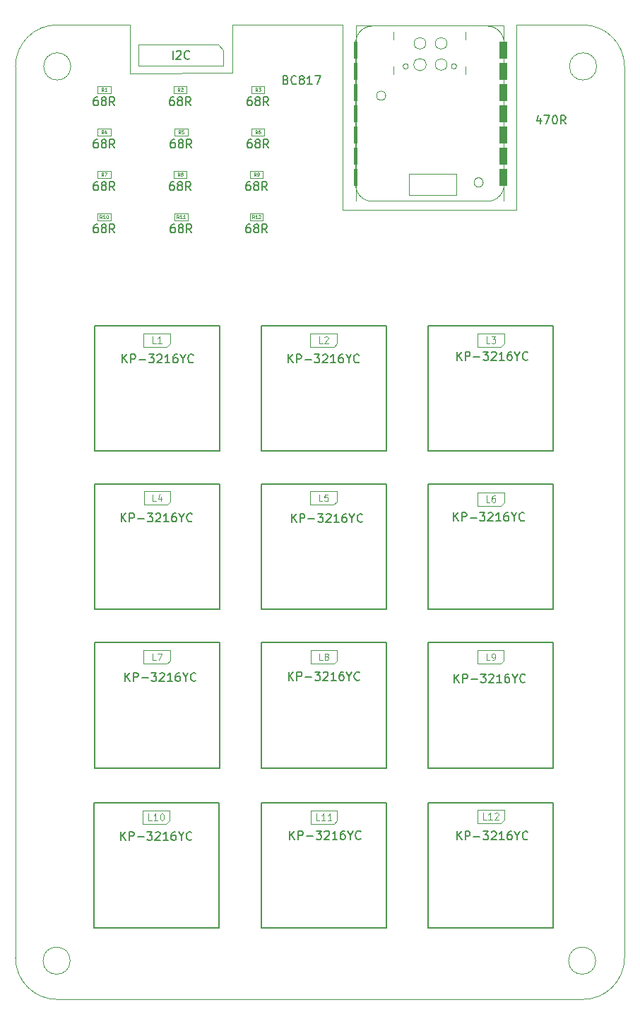
<source format=gbr>
G04 #@! TF.GenerationSoftware,KiCad,Pcbnew,(6.0.7)*
G04 #@! TF.CreationDate,2023-07-18T19:21:53+02:00*
G04 #@! TF.ProjectId,anavi-macro-pad-12,616e6176-692d-46d6-9163-726f2d706164,1.0*
G04 #@! TF.SameCoordinates,Original*
G04 #@! TF.FileFunction,AssemblyDrawing,Top*
%FSLAX46Y46*%
G04 Gerber Fmt 4.6, Leading zero omitted, Abs format (unit mm)*
G04 Created by KiCad (PCBNEW (6.0.7)) date 2023-07-18 19:21:53*
%MOMM*%
%LPD*%
G01*
G04 APERTURE LIST*
%ADD10C,0.050000*%
%ADD11C,0.100000*%
%ADD12C,0.150000*%
%ADD13C,0.120000*%
%ADD14C,0.060000*%
%ADD15C,0.025400*%
G04 APERTURE END LIST*
D10*
X73970000Y-26500000D02*
X87180000Y-26510000D01*
X108050000Y-26520000D02*
X108050000Y-48690000D01*
X120976400Y-31519266D02*
X120976400Y-138277600D01*
D11*
X117628194Y-31496794D02*
G75*
G03*
X117628194Y-31496794I-1626394J0D01*
G01*
D10*
X47976400Y-138277600D02*
X47976400Y-31519266D01*
D11*
X117525800Y-138633200D02*
G75*
G03*
X117525800Y-138633200I-1626394J0D01*
G01*
D10*
X52976400Y-143277600D02*
X115976400Y-143277600D01*
X61720000Y-32310000D02*
X73970000Y-32290000D01*
X61720000Y-26520000D02*
X61720000Y-32310000D01*
X47976400Y-138277600D02*
G75*
G03*
X52976400Y-143277600I5000000J0D01*
G01*
X52976400Y-26519270D02*
G75*
G03*
X47976400Y-31519266I0J-5000000D01*
G01*
X115976400Y-26519266D02*
X108050000Y-26520000D01*
D11*
X54610000Y-31496000D02*
G75*
G03*
X54610000Y-31496000I-1626394J0D01*
G01*
D10*
X73970000Y-32290000D02*
X73970000Y-26500000D01*
X52976400Y-26519266D02*
X61720000Y-26520000D01*
X120976434Y-31519266D02*
G75*
G03*
X115976400Y-26519266I-5000034J-34D01*
G01*
D11*
X54533800Y-138633200D02*
G75*
G03*
X54533800Y-138633200I-1626394J0D01*
G01*
D10*
X87180000Y-26510000D02*
X87180000Y-48680000D01*
X87180000Y-48680000D02*
X108050000Y-48690000D01*
X115976400Y-143277600D02*
G75*
G03*
X120976400Y-138277600I0J5000000D01*
G01*
D12*
X80388057Y-33100971D02*
X80530914Y-33148590D01*
X80578533Y-33196209D01*
X80626152Y-33291447D01*
X80626152Y-33434304D01*
X80578533Y-33529542D01*
X80530914Y-33577161D01*
X80435676Y-33624780D01*
X80054723Y-33624780D01*
X80054723Y-32624780D01*
X80388057Y-32624780D01*
X80483295Y-32672400D01*
X80530914Y-32720019D01*
X80578533Y-32815257D01*
X80578533Y-32910495D01*
X80530914Y-33005733D01*
X80483295Y-33053352D01*
X80388057Y-33100971D01*
X80054723Y-33100971D01*
X81626152Y-33529542D02*
X81578533Y-33577161D01*
X81435676Y-33624780D01*
X81340438Y-33624780D01*
X81197580Y-33577161D01*
X81102342Y-33481923D01*
X81054723Y-33386685D01*
X81007104Y-33196209D01*
X81007104Y-33053352D01*
X81054723Y-32862876D01*
X81102342Y-32767638D01*
X81197580Y-32672400D01*
X81340438Y-32624780D01*
X81435676Y-32624780D01*
X81578533Y-32672400D01*
X81626152Y-32720019D01*
X82197580Y-33053352D02*
X82102342Y-33005733D01*
X82054723Y-32958114D01*
X82007104Y-32862876D01*
X82007104Y-32815257D01*
X82054723Y-32720019D01*
X82102342Y-32672400D01*
X82197580Y-32624780D01*
X82388057Y-32624780D01*
X82483295Y-32672400D01*
X82530914Y-32720019D01*
X82578533Y-32815257D01*
X82578533Y-32862876D01*
X82530914Y-32958114D01*
X82483295Y-33005733D01*
X82388057Y-33053352D01*
X82197580Y-33053352D01*
X82102342Y-33100971D01*
X82054723Y-33148590D01*
X82007104Y-33243828D01*
X82007104Y-33434304D01*
X82054723Y-33529542D01*
X82102342Y-33577161D01*
X82197580Y-33624780D01*
X82388057Y-33624780D01*
X82483295Y-33577161D01*
X82530914Y-33529542D01*
X82578533Y-33434304D01*
X82578533Y-33243828D01*
X82530914Y-33148590D01*
X82483295Y-33100971D01*
X82388057Y-33053352D01*
X83530914Y-33624780D02*
X82959485Y-33624780D01*
X83245200Y-33624780D02*
X83245200Y-32624780D01*
X83149961Y-32767638D01*
X83054723Y-32862876D01*
X82959485Y-32910495D01*
X83864247Y-32624780D02*
X84530914Y-32624780D01*
X84102342Y-33624780D01*
X81078914Y-86101180D02*
X81078914Y-85101180D01*
X81650342Y-86101180D02*
X81221771Y-85529752D01*
X81650342Y-85101180D02*
X81078914Y-85672609D01*
X82078914Y-86101180D02*
X82078914Y-85101180D01*
X82459866Y-85101180D01*
X82555104Y-85148800D01*
X82602723Y-85196419D01*
X82650342Y-85291657D01*
X82650342Y-85434514D01*
X82602723Y-85529752D01*
X82555104Y-85577371D01*
X82459866Y-85624990D01*
X82078914Y-85624990D01*
X83078914Y-85720228D02*
X83840819Y-85720228D01*
X84221771Y-85101180D02*
X84840819Y-85101180D01*
X84507485Y-85482133D01*
X84650342Y-85482133D01*
X84745580Y-85529752D01*
X84793200Y-85577371D01*
X84840819Y-85672609D01*
X84840819Y-85910704D01*
X84793200Y-86005942D01*
X84745580Y-86053561D01*
X84650342Y-86101180D01*
X84364628Y-86101180D01*
X84269390Y-86053561D01*
X84221771Y-86005942D01*
X85221771Y-85196419D02*
X85269390Y-85148800D01*
X85364628Y-85101180D01*
X85602723Y-85101180D01*
X85697961Y-85148800D01*
X85745580Y-85196419D01*
X85793200Y-85291657D01*
X85793200Y-85386895D01*
X85745580Y-85529752D01*
X85174152Y-86101180D01*
X85793200Y-86101180D01*
X86745580Y-86101180D02*
X86174152Y-86101180D01*
X86459866Y-86101180D02*
X86459866Y-85101180D01*
X86364628Y-85244038D01*
X86269390Y-85339276D01*
X86174152Y-85386895D01*
X87602723Y-85101180D02*
X87412247Y-85101180D01*
X87317009Y-85148800D01*
X87269390Y-85196419D01*
X87174152Y-85339276D01*
X87126533Y-85529752D01*
X87126533Y-85910704D01*
X87174152Y-86005942D01*
X87221771Y-86053561D01*
X87317009Y-86101180D01*
X87507485Y-86101180D01*
X87602723Y-86053561D01*
X87650342Y-86005942D01*
X87697961Y-85910704D01*
X87697961Y-85672609D01*
X87650342Y-85577371D01*
X87602723Y-85529752D01*
X87507485Y-85482133D01*
X87317009Y-85482133D01*
X87221771Y-85529752D01*
X87174152Y-85577371D01*
X87126533Y-85672609D01*
X88317009Y-85624990D02*
X88317009Y-86101180D01*
X87983676Y-85101180D02*
X88317009Y-85624990D01*
X88650342Y-85101180D01*
X89555104Y-86005942D02*
X89507485Y-86053561D01*
X89364628Y-86101180D01*
X89269390Y-86101180D01*
X89126533Y-86053561D01*
X89031295Y-85958323D01*
X88983676Y-85863085D01*
X88936057Y-85672609D01*
X88936057Y-85529752D01*
X88983676Y-85339276D01*
X89031295Y-85244038D01*
X89126533Y-85148800D01*
X89269390Y-85101180D01*
X89364628Y-85101180D01*
X89507485Y-85148800D01*
X89555104Y-85196419D01*
X100586114Y-105303580D02*
X100586114Y-104303580D01*
X101157542Y-105303580D02*
X100728971Y-104732152D01*
X101157542Y-104303580D02*
X100586114Y-104875009D01*
X101586114Y-105303580D02*
X101586114Y-104303580D01*
X101967066Y-104303580D01*
X102062304Y-104351200D01*
X102109923Y-104398819D01*
X102157542Y-104494057D01*
X102157542Y-104636914D01*
X102109923Y-104732152D01*
X102062304Y-104779771D01*
X101967066Y-104827390D01*
X101586114Y-104827390D01*
X102586114Y-104922628D02*
X103348019Y-104922628D01*
X103728971Y-104303580D02*
X104348019Y-104303580D01*
X104014685Y-104684533D01*
X104157542Y-104684533D01*
X104252780Y-104732152D01*
X104300400Y-104779771D01*
X104348019Y-104875009D01*
X104348019Y-105113104D01*
X104300400Y-105208342D01*
X104252780Y-105255961D01*
X104157542Y-105303580D01*
X103871828Y-105303580D01*
X103776590Y-105255961D01*
X103728971Y-105208342D01*
X104728971Y-104398819D02*
X104776590Y-104351200D01*
X104871828Y-104303580D01*
X105109923Y-104303580D01*
X105205161Y-104351200D01*
X105252780Y-104398819D01*
X105300400Y-104494057D01*
X105300400Y-104589295D01*
X105252780Y-104732152D01*
X104681352Y-105303580D01*
X105300400Y-105303580D01*
X106252780Y-105303580D02*
X105681352Y-105303580D01*
X105967066Y-105303580D02*
X105967066Y-104303580D01*
X105871828Y-104446438D01*
X105776590Y-104541676D01*
X105681352Y-104589295D01*
X107109923Y-104303580D02*
X106919447Y-104303580D01*
X106824209Y-104351200D01*
X106776590Y-104398819D01*
X106681352Y-104541676D01*
X106633733Y-104732152D01*
X106633733Y-105113104D01*
X106681352Y-105208342D01*
X106728971Y-105255961D01*
X106824209Y-105303580D01*
X107014685Y-105303580D01*
X107109923Y-105255961D01*
X107157542Y-105208342D01*
X107205161Y-105113104D01*
X107205161Y-104875009D01*
X107157542Y-104779771D01*
X107109923Y-104732152D01*
X107014685Y-104684533D01*
X106824209Y-104684533D01*
X106728971Y-104732152D01*
X106681352Y-104779771D01*
X106633733Y-104875009D01*
X107824209Y-104827390D02*
X107824209Y-105303580D01*
X107490876Y-104303580D02*
X107824209Y-104827390D01*
X108157542Y-104303580D01*
X109062304Y-105208342D02*
X109014685Y-105255961D01*
X108871828Y-105303580D01*
X108776590Y-105303580D01*
X108633733Y-105255961D01*
X108538495Y-105160723D01*
X108490876Y-105065485D01*
X108443257Y-104875009D01*
X108443257Y-104732152D01*
X108490876Y-104541676D01*
X108538495Y-104446438D01*
X108633733Y-104351200D01*
X108776590Y-104303580D01*
X108871828Y-104303580D01*
X109014685Y-104351200D01*
X109062304Y-104398819D01*
X100484514Y-85948780D02*
X100484514Y-84948780D01*
X101055942Y-85948780D02*
X100627371Y-85377352D01*
X101055942Y-84948780D02*
X100484514Y-85520209D01*
X101484514Y-85948780D02*
X101484514Y-84948780D01*
X101865466Y-84948780D01*
X101960704Y-84996400D01*
X102008323Y-85044019D01*
X102055942Y-85139257D01*
X102055942Y-85282114D01*
X102008323Y-85377352D01*
X101960704Y-85424971D01*
X101865466Y-85472590D01*
X101484514Y-85472590D01*
X102484514Y-85567828D02*
X103246419Y-85567828D01*
X103627371Y-84948780D02*
X104246419Y-84948780D01*
X103913085Y-85329733D01*
X104055942Y-85329733D01*
X104151180Y-85377352D01*
X104198800Y-85424971D01*
X104246419Y-85520209D01*
X104246419Y-85758304D01*
X104198800Y-85853542D01*
X104151180Y-85901161D01*
X104055942Y-85948780D01*
X103770228Y-85948780D01*
X103674990Y-85901161D01*
X103627371Y-85853542D01*
X104627371Y-85044019D02*
X104674990Y-84996400D01*
X104770228Y-84948780D01*
X105008323Y-84948780D01*
X105103561Y-84996400D01*
X105151180Y-85044019D01*
X105198800Y-85139257D01*
X105198800Y-85234495D01*
X105151180Y-85377352D01*
X104579752Y-85948780D01*
X105198800Y-85948780D01*
X106151180Y-85948780D02*
X105579752Y-85948780D01*
X105865466Y-85948780D02*
X105865466Y-84948780D01*
X105770228Y-85091638D01*
X105674990Y-85186876D01*
X105579752Y-85234495D01*
X107008323Y-84948780D02*
X106817847Y-84948780D01*
X106722609Y-84996400D01*
X106674990Y-85044019D01*
X106579752Y-85186876D01*
X106532133Y-85377352D01*
X106532133Y-85758304D01*
X106579752Y-85853542D01*
X106627371Y-85901161D01*
X106722609Y-85948780D01*
X106913085Y-85948780D01*
X107008323Y-85901161D01*
X107055942Y-85853542D01*
X107103561Y-85758304D01*
X107103561Y-85520209D01*
X107055942Y-85424971D01*
X107008323Y-85377352D01*
X106913085Y-85329733D01*
X106722609Y-85329733D01*
X106627371Y-85377352D01*
X106579752Y-85424971D01*
X106532133Y-85520209D01*
X107722609Y-85472590D02*
X107722609Y-85948780D01*
X107389276Y-84948780D02*
X107722609Y-85472590D01*
X108055942Y-84948780D01*
X108960704Y-85853542D02*
X108913085Y-85901161D01*
X108770228Y-85948780D01*
X108674990Y-85948780D01*
X108532133Y-85901161D01*
X108436895Y-85805923D01*
X108389276Y-85710685D01*
X108341657Y-85520209D01*
X108341657Y-85377352D01*
X108389276Y-85186876D01*
X108436895Y-85091638D01*
X108532133Y-84996400D01*
X108674990Y-84948780D01*
X108770228Y-84948780D01*
X108913085Y-84996400D01*
X108960704Y-85044019D01*
X60809714Y-67000380D02*
X60809714Y-66000380D01*
X61381142Y-67000380D02*
X60952571Y-66428952D01*
X61381142Y-66000380D02*
X60809714Y-66571809D01*
X61809714Y-67000380D02*
X61809714Y-66000380D01*
X62190666Y-66000380D01*
X62285904Y-66048000D01*
X62333523Y-66095619D01*
X62381142Y-66190857D01*
X62381142Y-66333714D01*
X62333523Y-66428952D01*
X62285904Y-66476571D01*
X62190666Y-66524190D01*
X61809714Y-66524190D01*
X62809714Y-66619428D02*
X63571619Y-66619428D01*
X63952571Y-66000380D02*
X64571619Y-66000380D01*
X64238285Y-66381333D01*
X64381142Y-66381333D01*
X64476380Y-66428952D01*
X64524000Y-66476571D01*
X64571619Y-66571809D01*
X64571619Y-66809904D01*
X64524000Y-66905142D01*
X64476380Y-66952761D01*
X64381142Y-67000380D01*
X64095428Y-67000380D01*
X64000190Y-66952761D01*
X63952571Y-66905142D01*
X64952571Y-66095619D02*
X65000190Y-66048000D01*
X65095428Y-66000380D01*
X65333523Y-66000380D01*
X65428761Y-66048000D01*
X65476380Y-66095619D01*
X65524000Y-66190857D01*
X65524000Y-66286095D01*
X65476380Y-66428952D01*
X64904952Y-67000380D01*
X65524000Y-67000380D01*
X66476380Y-67000380D02*
X65904952Y-67000380D01*
X66190666Y-67000380D02*
X66190666Y-66000380D01*
X66095428Y-66143238D01*
X66000190Y-66238476D01*
X65904952Y-66286095D01*
X67333523Y-66000380D02*
X67143047Y-66000380D01*
X67047809Y-66048000D01*
X67000190Y-66095619D01*
X66904952Y-66238476D01*
X66857333Y-66428952D01*
X66857333Y-66809904D01*
X66904952Y-66905142D01*
X66952571Y-66952761D01*
X67047809Y-67000380D01*
X67238285Y-67000380D01*
X67333523Y-66952761D01*
X67381142Y-66905142D01*
X67428761Y-66809904D01*
X67428761Y-66571809D01*
X67381142Y-66476571D01*
X67333523Y-66428952D01*
X67238285Y-66381333D01*
X67047809Y-66381333D01*
X66952571Y-66428952D01*
X66904952Y-66476571D01*
X66857333Y-66571809D01*
X68047809Y-66524190D02*
X68047809Y-67000380D01*
X67714476Y-66000380D02*
X68047809Y-66524190D01*
X68381142Y-66000380D01*
X69285904Y-66905142D02*
X69238285Y-66952761D01*
X69095428Y-67000380D01*
X69000190Y-67000380D01*
X68857333Y-66952761D01*
X68762095Y-66857523D01*
X68714476Y-66762285D01*
X68666857Y-66571809D01*
X68666857Y-66428952D01*
X68714476Y-66238476D01*
X68762095Y-66143238D01*
X68857333Y-66048000D01*
X69000190Y-66000380D01*
X69095428Y-66000380D01*
X69238285Y-66048000D01*
X69285904Y-66095619D01*
X80723314Y-105049580D02*
X80723314Y-104049580D01*
X81294742Y-105049580D02*
X80866171Y-104478152D01*
X81294742Y-104049580D02*
X80723314Y-104621009D01*
X81723314Y-105049580D02*
X81723314Y-104049580D01*
X82104266Y-104049580D01*
X82199504Y-104097200D01*
X82247123Y-104144819D01*
X82294742Y-104240057D01*
X82294742Y-104382914D01*
X82247123Y-104478152D01*
X82199504Y-104525771D01*
X82104266Y-104573390D01*
X81723314Y-104573390D01*
X82723314Y-104668628D02*
X83485219Y-104668628D01*
X83866171Y-104049580D02*
X84485219Y-104049580D01*
X84151885Y-104430533D01*
X84294742Y-104430533D01*
X84389980Y-104478152D01*
X84437600Y-104525771D01*
X84485219Y-104621009D01*
X84485219Y-104859104D01*
X84437600Y-104954342D01*
X84389980Y-105001961D01*
X84294742Y-105049580D01*
X84009028Y-105049580D01*
X83913790Y-105001961D01*
X83866171Y-104954342D01*
X84866171Y-104144819D02*
X84913790Y-104097200D01*
X85009028Y-104049580D01*
X85247123Y-104049580D01*
X85342361Y-104097200D01*
X85389980Y-104144819D01*
X85437600Y-104240057D01*
X85437600Y-104335295D01*
X85389980Y-104478152D01*
X84818552Y-105049580D01*
X85437600Y-105049580D01*
X86389980Y-105049580D02*
X85818552Y-105049580D01*
X86104266Y-105049580D02*
X86104266Y-104049580D01*
X86009028Y-104192438D01*
X85913790Y-104287676D01*
X85818552Y-104335295D01*
X87247123Y-104049580D02*
X87056647Y-104049580D01*
X86961409Y-104097200D01*
X86913790Y-104144819D01*
X86818552Y-104287676D01*
X86770933Y-104478152D01*
X86770933Y-104859104D01*
X86818552Y-104954342D01*
X86866171Y-105001961D01*
X86961409Y-105049580D01*
X87151885Y-105049580D01*
X87247123Y-105001961D01*
X87294742Y-104954342D01*
X87342361Y-104859104D01*
X87342361Y-104621009D01*
X87294742Y-104525771D01*
X87247123Y-104478152D01*
X87151885Y-104430533D01*
X86961409Y-104430533D01*
X86866171Y-104478152D01*
X86818552Y-104525771D01*
X86770933Y-104621009D01*
X87961409Y-104573390D02*
X87961409Y-105049580D01*
X87628076Y-104049580D02*
X87961409Y-104573390D01*
X88294742Y-104049580D01*
X89199504Y-104954342D02*
X89151885Y-105001961D01*
X89009028Y-105049580D01*
X88913790Y-105049580D01*
X88770933Y-105001961D01*
X88675695Y-104906723D01*
X88628076Y-104811485D01*
X88580457Y-104621009D01*
X88580457Y-104478152D01*
X88628076Y-104287676D01*
X88675695Y-104192438D01*
X88770933Y-104097200D01*
X88913790Y-104049580D01*
X89009028Y-104049580D01*
X89151885Y-104097200D01*
X89199504Y-104144819D01*
X80672514Y-67000380D02*
X80672514Y-66000380D01*
X81243942Y-67000380D02*
X80815371Y-66428952D01*
X81243942Y-66000380D02*
X80672514Y-66571809D01*
X81672514Y-67000380D02*
X81672514Y-66000380D01*
X82053466Y-66000380D01*
X82148704Y-66048000D01*
X82196323Y-66095619D01*
X82243942Y-66190857D01*
X82243942Y-66333714D01*
X82196323Y-66428952D01*
X82148704Y-66476571D01*
X82053466Y-66524190D01*
X81672514Y-66524190D01*
X82672514Y-66619428D02*
X83434419Y-66619428D01*
X83815371Y-66000380D02*
X84434419Y-66000380D01*
X84101085Y-66381333D01*
X84243942Y-66381333D01*
X84339180Y-66428952D01*
X84386800Y-66476571D01*
X84434419Y-66571809D01*
X84434419Y-66809904D01*
X84386800Y-66905142D01*
X84339180Y-66952761D01*
X84243942Y-67000380D01*
X83958228Y-67000380D01*
X83862990Y-66952761D01*
X83815371Y-66905142D01*
X84815371Y-66095619D02*
X84862990Y-66048000D01*
X84958228Y-66000380D01*
X85196323Y-66000380D01*
X85291561Y-66048000D01*
X85339180Y-66095619D01*
X85386800Y-66190857D01*
X85386800Y-66286095D01*
X85339180Y-66428952D01*
X84767752Y-67000380D01*
X85386800Y-67000380D01*
X86339180Y-67000380D02*
X85767752Y-67000380D01*
X86053466Y-67000380D02*
X86053466Y-66000380D01*
X85958228Y-66143238D01*
X85862990Y-66238476D01*
X85767752Y-66286095D01*
X87196323Y-66000380D02*
X87005847Y-66000380D01*
X86910609Y-66048000D01*
X86862990Y-66095619D01*
X86767752Y-66238476D01*
X86720133Y-66428952D01*
X86720133Y-66809904D01*
X86767752Y-66905142D01*
X86815371Y-66952761D01*
X86910609Y-67000380D01*
X87101085Y-67000380D01*
X87196323Y-66952761D01*
X87243942Y-66905142D01*
X87291561Y-66809904D01*
X87291561Y-66571809D01*
X87243942Y-66476571D01*
X87196323Y-66428952D01*
X87101085Y-66381333D01*
X86910609Y-66381333D01*
X86815371Y-66428952D01*
X86767752Y-66476571D01*
X86720133Y-66571809D01*
X87910609Y-66524190D02*
X87910609Y-67000380D01*
X87577276Y-66000380D02*
X87910609Y-66524190D01*
X88243942Y-66000380D01*
X89148704Y-66905142D02*
X89101085Y-66952761D01*
X88958228Y-67000380D01*
X88862990Y-67000380D01*
X88720133Y-66952761D01*
X88624895Y-66857523D01*
X88577276Y-66762285D01*
X88529657Y-66571809D01*
X88529657Y-66428952D01*
X88577276Y-66238476D01*
X88624895Y-66143238D01*
X88720133Y-66048000D01*
X88862990Y-66000380D01*
X88958228Y-66000380D01*
X89101085Y-66048000D01*
X89148704Y-66095619D01*
X80875714Y-124099580D02*
X80875714Y-123099580D01*
X81447142Y-124099580D02*
X81018571Y-123528152D01*
X81447142Y-123099580D02*
X80875714Y-123671009D01*
X81875714Y-124099580D02*
X81875714Y-123099580D01*
X82256666Y-123099580D01*
X82351904Y-123147200D01*
X82399523Y-123194819D01*
X82447142Y-123290057D01*
X82447142Y-123432914D01*
X82399523Y-123528152D01*
X82351904Y-123575771D01*
X82256666Y-123623390D01*
X81875714Y-123623390D01*
X82875714Y-123718628D02*
X83637619Y-123718628D01*
X84018571Y-123099580D02*
X84637619Y-123099580D01*
X84304285Y-123480533D01*
X84447142Y-123480533D01*
X84542380Y-123528152D01*
X84590000Y-123575771D01*
X84637619Y-123671009D01*
X84637619Y-123909104D01*
X84590000Y-124004342D01*
X84542380Y-124051961D01*
X84447142Y-124099580D01*
X84161428Y-124099580D01*
X84066190Y-124051961D01*
X84018571Y-124004342D01*
X85018571Y-123194819D02*
X85066190Y-123147200D01*
X85161428Y-123099580D01*
X85399523Y-123099580D01*
X85494761Y-123147200D01*
X85542380Y-123194819D01*
X85590000Y-123290057D01*
X85590000Y-123385295D01*
X85542380Y-123528152D01*
X84970952Y-124099580D01*
X85590000Y-124099580D01*
X86542380Y-124099580D02*
X85970952Y-124099580D01*
X86256666Y-124099580D02*
X86256666Y-123099580D01*
X86161428Y-123242438D01*
X86066190Y-123337676D01*
X85970952Y-123385295D01*
X87399523Y-123099580D02*
X87209047Y-123099580D01*
X87113809Y-123147200D01*
X87066190Y-123194819D01*
X86970952Y-123337676D01*
X86923333Y-123528152D01*
X86923333Y-123909104D01*
X86970952Y-124004342D01*
X87018571Y-124051961D01*
X87113809Y-124099580D01*
X87304285Y-124099580D01*
X87399523Y-124051961D01*
X87447142Y-124004342D01*
X87494761Y-123909104D01*
X87494761Y-123671009D01*
X87447142Y-123575771D01*
X87399523Y-123528152D01*
X87304285Y-123480533D01*
X87113809Y-123480533D01*
X87018571Y-123528152D01*
X86970952Y-123575771D01*
X86923333Y-123671009D01*
X88113809Y-123623390D02*
X88113809Y-124099580D01*
X87780476Y-123099580D02*
X88113809Y-123623390D01*
X88447142Y-123099580D01*
X89351904Y-124004342D02*
X89304285Y-124051961D01*
X89161428Y-124099580D01*
X89066190Y-124099580D01*
X88923333Y-124051961D01*
X88828095Y-123956723D01*
X88780476Y-123861485D01*
X88732857Y-123671009D01*
X88732857Y-123528152D01*
X88780476Y-123337676D01*
X88828095Y-123242438D01*
X88923333Y-123147200D01*
X89066190Y-123099580D01*
X89161428Y-123099580D01*
X89304285Y-123147200D01*
X89351904Y-123194819D01*
X100890914Y-66695580D02*
X100890914Y-65695580D01*
X101462342Y-66695580D02*
X101033771Y-66124152D01*
X101462342Y-65695580D02*
X100890914Y-66267009D01*
X101890914Y-66695580D02*
X101890914Y-65695580D01*
X102271866Y-65695580D01*
X102367104Y-65743200D01*
X102414723Y-65790819D01*
X102462342Y-65886057D01*
X102462342Y-66028914D01*
X102414723Y-66124152D01*
X102367104Y-66171771D01*
X102271866Y-66219390D01*
X101890914Y-66219390D01*
X102890914Y-66314628D02*
X103652819Y-66314628D01*
X104033771Y-65695580D02*
X104652819Y-65695580D01*
X104319485Y-66076533D01*
X104462342Y-66076533D01*
X104557580Y-66124152D01*
X104605200Y-66171771D01*
X104652819Y-66267009D01*
X104652819Y-66505104D01*
X104605200Y-66600342D01*
X104557580Y-66647961D01*
X104462342Y-66695580D01*
X104176628Y-66695580D01*
X104081390Y-66647961D01*
X104033771Y-66600342D01*
X105033771Y-65790819D02*
X105081390Y-65743200D01*
X105176628Y-65695580D01*
X105414723Y-65695580D01*
X105509961Y-65743200D01*
X105557580Y-65790819D01*
X105605200Y-65886057D01*
X105605200Y-65981295D01*
X105557580Y-66124152D01*
X104986152Y-66695580D01*
X105605200Y-66695580D01*
X106557580Y-66695580D02*
X105986152Y-66695580D01*
X106271866Y-66695580D02*
X106271866Y-65695580D01*
X106176628Y-65838438D01*
X106081390Y-65933676D01*
X105986152Y-65981295D01*
X107414723Y-65695580D02*
X107224247Y-65695580D01*
X107129009Y-65743200D01*
X107081390Y-65790819D01*
X106986152Y-65933676D01*
X106938533Y-66124152D01*
X106938533Y-66505104D01*
X106986152Y-66600342D01*
X107033771Y-66647961D01*
X107129009Y-66695580D01*
X107319485Y-66695580D01*
X107414723Y-66647961D01*
X107462342Y-66600342D01*
X107509961Y-66505104D01*
X107509961Y-66267009D01*
X107462342Y-66171771D01*
X107414723Y-66124152D01*
X107319485Y-66076533D01*
X107129009Y-66076533D01*
X107033771Y-66124152D01*
X106986152Y-66171771D01*
X106938533Y-66267009D01*
X108129009Y-66219390D02*
X108129009Y-66695580D01*
X107795676Y-65695580D02*
X108129009Y-66219390D01*
X108462342Y-65695580D01*
X109367104Y-66600342D02*
X109319485Y-66647961D01*
X109176628Y-66695580D01*
X109081390Y-66695580D01*
X108938533Y-66647961D01*
X108843295Y-66552723D01*
X108795676Y-66457485D01*
X108748057Y-66267009D01*
X108748057Y-66124152D01*
X108795676Y-65933676D01*
X108843295Y-65838438D01*
X108938533Y-65743200D01*
X109081390Y-65695580D01*
X109176628Y-65695580D01*
X109319485Y-65743200D01*
X109367104Y-65790819D01*
X61114514Y-105151180D02*
X61114514Y-104151180D01*
X61685942Y-105151180D02*
X61257371Y-104579752D01*
X61685942Y-104151180D02*
X61114514Y-104722609D01*
X62114514Y-105151180D02*
X62114514Y-104151180D01*
X62495466Y-104151180D01*
X62590704Y-104198800D01*
X62638323Y-104246419D01*
X62685942Y-104341657D01*
X62685942Y-104484514D01*
X62638323Y-104579752D01*
X62590704Y-104627371D01*
X62495466Y-104674990D01*
X62114514Y-104674990D01*
X63114514Y-104770228D02*
X63876419Y-104770228D01*
X64257371Y-104151180D02*
X64876419Y-104151180D01*
X64543085Y-104532133D01*
X64685942Y-104532133D01*
X64781180Y-104579752D01*
X64828800Y-104627371D01*
X64876419Y-104722609D01*
X64876419Y-104960704D01*
X64828800Y-105055942D01*
X64781180Y-105103561D01*
X64685942Y-105151180D01*
X64400228Y-105151180D01*
X64304990Y-105103561D01*
X64257371Y-105055942D01*
X65257371Y-104246419D02*
X65304990Y-104198800D01*
X65400228Y-104151180D01*
X65638323Y-104151180D01*
X65733561Y-104198800D01*
X65781180Y-104246419D01*
X65828800Y-104341657D01*
X65828800Y-104436895D01*
X65781180Y-104579752D01*
X65209752Y-105151180D01*
X65828800Y-105151180D01*
X66781180Y-105151180D02*
X66209752Y-105151180D01*
X66495466Y-105151180D02*
X66495466Y-104151180D01*
X66400228Y-104294038D01*
X66304990Y-104389276D01*
X66209752Y-104436895D01*
X67638323Y-104151180D02*
X67447847Y-104151180D01*
X67352609Y-104198800D01*
X67304990Y-104246419D01*
X67209752Y-104389276D01*
X67162133Y-104579752D01*
X67162133Y-104960704D01*
X67209752Y-105055942D01*
X67257371Y-105103561D01*
X67352609Y-105151180D01*
X67543085Y-105151180D01*
X67638323Y-105103561D01*
X67685942Y-105055942D01*
X67733561Y-104960704D01*
X67733561Y-104722609D01*
X67685942Y-104627371D01*
X67638323Y-104579752D01*
X67543085Y-104532133D01*
X67352609Y-104532133D01*
X67257371Y-104579752D01*
X67209752Y-104627371D01*
X67162133Y-104722609D01*
X68352609Y-104674990D02*
X68352609Y-105151180D01*
X68019276Y-104151180D02*
X68352609Y-104674990D01*
X68685942Y-104151180D01*
X69590704Y-105055942D02*
X69543085Y-105103561D01*
X69400228Y-105151180D01*
X69304990Y-105151180D01*
X69162133Y-105103561D01*
X69066895Y-105008323D01*
X69019276Y-104913085D01*
X68971657Y-104722609D01*
X68971657Y-104579752D01*
X69019276Y-104389276D01*
X69066895Y-104294038D01*
X69162133Y-104198800D01*
X69304990Y-104151180D01*
X69400228Y-104151180D01*
X69543085Y-104198800D01*
X69590704Y-104246419D01*
X60606514Y-124201180D02*
X60606514Y-123201180D01*
X61177942Y-124201180D02*
X60749371Y-123629752D01*
X61177942Y-123201180D02*
X60606514Y-123772609D01*
X61606514Y-124201180D02*
X61606514Y-123201180D01*
X61987466Y-123201180D01*
X62082704Y-123248800D01*
X62130323Y-123296419D01*
X62177942Y-123391657D01*
X62177942Y-123534514D01*
X62130323Y-123629752D01*
X62082704Y-123677371D01*
X61987466Y-123724990D01*
X61606514Y-123724990D01*
X62606514Y-123820228D02*
X63368419Y-123820228D01*
X63749371Y-123201180D02*
X64368419Y-123201180D01*
X64035085Y-123582133D01*
X64177942Y-123582133D01*
X64273180Y-123629752D01*
X64320800Y-123677371D01*
X64368419Y-123772609D01*
X64368419Y-124010704D01*
X64320800Y-124105942D01*
X64273180Y-124153561D01*
X64177942Y-124201180D01*
X63892228Y-124201180D01*
X63796990Y-124153561D01*
X63749371Y-124105942D01*
X64749371Y-123296419D02*
X64796990Y-123248800D01*
X64892228Y-123201180D01*
X65130323Y-123201180D01*
X65225561Y-123248800D01*
X65273180Y-123296419D01*
X65320800Y-123391657D01*
X65320800Y-123486895D01*
X65273180Y-123629752D01*
X64701752Y-124201180D01*
X65320800Y-124201180D01*
X66273180Y-124201180D02*
X65701752Y-124201180D01*
X65987466Y-124201180D02*
X65987466Y-123201180D01*
X65892228Y-123344038D01*
X65796990Y-123439276D01*
X65701752Y-123486895D01*
X67130323Y-123201180D02*
X66939847Y-123201180D01*
X66844609Y-123248800D01*
X66796990Y-123296419D01*
X66701752Y-123439276D01*
X66654133Y-123629752D01*
X66654133Y-124010704D01*
X66701752Y-124105942D01*
X66749371Y-124153561D01*
X66844609Y-124201180D01*
X67035085Y-124201180D01*
X67130323Y-124153561D01*
X67177942Y-124105942D01*
X67225561Y-124010704D01*
X67225561Y-123772609D01*
X67177942Y-123677371D01*
X67130323Y-123629752D01*
X67035085Y-123582133D01*
X66844609Y-123582133D01*
X66749371Y-123629752D01*
X66701752Y-123677371D01*
X66654133Y-123772609D01*
X67844609Y-123724990D02*
X67844609Y-124201180D01*
X67511276Y-123201180D02*
X67844609Y-123724990D01*
X68177942Y-123201180D01*
X69082704Y-124105942D02*
X69035085Y-124153561D01*
X68892228Y-124201180D01*
X68796990Y-124201180D01*
X68654133Y-124153561D01*
X68558895Y-124058323D01*
X68511276Y-123963085D01*
X68463657Y-123772609D01*
X68463657Y-123629752D01*
X68511276Y-123439276D01*
X68558895Y-123344038D01*
X68654133Y-123248800D01*
X68796990Y-123201180D01*
X68892228Y-123201180D01*
X69035085Y-123248800D01*
X69082704Y-123296419D01*
X60657314Y-86050380D02*
X60657314Y-85050380D01*
X61228742Y-86050380D02*
X60800171Y-85478952D01*
X61228742Y-85050380D02*
X60657314Y-85621809D01*
X61657314Y-86050380D02*
X61657314Y-85050380D01*
X62038266Y-85050380D01*
X62133504Y-85098000D01*
X62181123Y-85145619D01*
X62228742Y-85240857D01*
X62228742Y-85383714D01*
X62181123Y-85478952D01*
X62133504Y-85526571D01*
X62038266Y-85574190D01*
X61657314Y-85574190D01*
X62657314Y-85669428D02*
X63419219Y-85669428D01*
X63800171Y-85050380D02*
X64419219Y-85050380D01*
X64085885Y-85431333D01*
X64228742Y-85431333D01*
X64323980Y-85478952D01*
X64371600Y-85526571D01*
X64419219Y-85621809D01*
X64419219Y-85859904D01*
X64371600Y-85955142D01*
X64323980Y-86002761D01*
X64228742Y-86050380D01*
X63943028Y-86050380D01*
X63847790Y-86002761D01*
X63800171Y-85955142D01*
X64800171Y-85145619D02*
X64847790Y-85098000D01*
X64943028Y-85050380D01*
X65181123Y-85050380D01*
X65276361Y-85098000D01*
X65323980Y-85145619D01*
X65371600Y-85240857D01*
X65371600Y-85336095D01*
X65323980Y-85478952D01*
X64752552Y-86050380D01*
X65371600Y-86050380D01*
X66323980Y-86050380D02*
X65752552Y-86050380D01*
X66038266Y-86050380D02*
X66038266Y-85050380D01*
X65943028Y-85193238D01*
X65847790Y-85288476D01*
X65752552Y-85336095D01*
X67181123Y-85050380D02*
X66990647Y-85050380D01*
X66895409Y-85098000D01*
X66847790Y-85145619D01*
X66752552Y-85288476D01*
X66704933Y-85478952D01*
X66704933Y-85859904D01*
X66752552Y-85955142D01*
X66800171Y-86002761D01*
X66895409Y-86050380D01*
X67085885Y-86050380D01*
X67181123Y-86002761D01*
X67228742Y-85955142D01*
X67276361Y-85859904D01*
X67276361Y-85621809D01*
X67228742Y-85526571D01*
X67181123Y-85478952D01*
X67085885Y-85431333D01*
X66895409Y-85431333D01*
X66800171Y-85478952D01*
X66752552Y-85526571D01*
X66704933Y-85621809D01*
X67895409Y-85574190D02*
X67895409Y-86050380D01*
X67562076Y-85050380D02*
X67895409Y-85574190D01*
X68228742Y-85050380D01*
X69133504Y-85955142D02*
X69085885Y-86002761D01*
X68943028Y-86050380D01*
X68847790Y-86050380D01*
X68704933Y-86002761D01*
X68609695Y-85907523D01*
X68562076Y-85812285D01*
X68514457Y-85621809D01*
X68514457Y-85478952D01*
X68562076Y-85288476D01*
X68609695Y-85193238D01*
X68704933Y-85098000D01*
X68847790Y-85050380D01*
X68943028Y-85050380D01*
X69085885Y-85098000D01*
X69133504Y-85145619D01*
X100890914Y-124150380D02*
X100890914Y-123150380D01*
X101462342Y-124150380D02*
X101033771Y-123578952D01*
X101462342Y-123150380D02*
X100890914Y-123721809D01*
X101890914Y-124150380D02*
X101890914Y-123150380D01*
X102271866Y-123150380D01*
X102367104Y-123198000D01*
X102414723Y-123245619D01*
X102462342Y-123340857D01*
X102462342Y-123483714D01*
X102414723Y-123578952D01*
X102367104Y-123626571D01*
X102271866Y-123674190D01*
X101890914Y-123674190D01*
X102890914Y-123769428D02*
X103652819Y-123769428D01*
X104033771Y-123150380D02*
X104652819Y-123150380D01*
X104319485Y-123531333D01*
X104462342Y-123531333D01*
X104557580Y-123578952D01*
X104605200Y-123626571D01*
X104652819Y-123721809D01*
X104652819Y-123959904D01*
X104605200Y-124055142D01*
X104557580Y-124102761D01*
X104462342Y-124150380D01*
X104176628Y-124150380D01*
X104081390Y-124102761D01*
X104033771Y-124055142D01*
X105033771Y-123245619D02*
X105081390Y-123198000D01*
X105176628Y-123150380D01*
X105414723Y-123150380D01*
X105509961Y-123198000D01*
X105557580Y-123245619D01*
X105605200Y-123340857D01*
X105605200Y-123436095D01*
X105557580Y-123578952D01*
X104986152Y-124150380D01*
X105605200Y-124150380D01*
X106557580Y-124150380D02*
X105986152Y-124150380D01*
X106271866Y-124150380D02*
X106271866Y-123150380D01*
X106176628Y-123293238D01*
X106081390Y-123388476D01*
X105986152Y-123436095D01*
X107414723Y-123150380D02*
X107224247Y-123150380D01*
X107129009Y-123198000D01*
X107081390Y-123245619D01*
X106986152Y-123388476D01*
X106938533Y-123578952D01*
X106938533Y-123959904D01*
X106986152Y-124055142D01*
X107033771Y-124102761D01*
X107129009Y-124150380D01*
X107319485Y-124150380D01*
X107414723Y-124102761D01*
X107462342Y-124055142D01*
X107509961Y-123959904D01*
X107509961Y-123721809D01*
X107462342Y-123626571D01*
X107414723Y-123578952D01*
X107319485Y-123531333D01*
X107129009Y-123531333D01*
X107033771Y-123578952D01*
X106986152Y-123626571D01*
X106938533Y-123721809D01*
X108129009Y-123674190D02*
X108129009Y-124150380D01*
X107795676Y-123150380D02*
X108129009Y-123674190D01*
X108462342Y-123150380D01*
X109367104Y-124055142D02*
X109319485Y-124102761D01*
X109176628Y-124150380D01*
X109081390Y-124150380D01*
X108938533Y-124102761D01*
X108843295Y-124007523D01*
X108795676Y-123912285D01*
X108748057Y-123721809D01*
X108748057Y-123578952D01*
X108795676Y-123388476D01*
X108843295Y-123293238D01*
X108938533Y-123198000D01*
X109081390Y-123150380D01*
X109176628Y-123150380D01*
X109319485Y-123198000D01*
X109367104Y-123245619D01*
D13*
X84799932Y-64656104D02*
X84418980Y-64656104D01*
X84418980Y-63856104D01*
X85028504Y-63932295D02*
X85066599Y-63894200D01*
X85142789Y-63856104D01*
X85333266Y-63856104D01*
X85409456Y-63894200D01*
X85447551Y-63932295D01*
X85485646Y-64008485D01*
X85485646Y-64084676D01*
X85447551Y-64198961D01*
X84990408Y-64656104D01*
X85485646Y-64656104D01*
X64824066Y-83579104D02*
X64443114Y-83579104D01*
X64443114Y-82779104D01*
X65433590Y-83045771D02*
X65433590Y-83579104D01*
X65243114Y-82741009D02*
X65052638Y-83312438D01*
X65547876Y-83312438D01*
X84763066Y-83579104D02*
X84382114Y-83579104D01*
X84382114Y-82779104D01*
X85410685Y-82779104D02*
X85029733Y-82779104D01*
X84991638Y-83160057D01*
X85029733Y-83121961D01*
X85105923Y-83083866D01*
X85296400Y-83083866D01*
X85372590Y-83121961D01*
X85410685Y-83160057D01*
X85448780Y-83236247D01*
X85448780Y-83426723D01*
X85410685Y-83502914D01*
X85372590Y-83541009D01*
X85296400Y-83579104D01*
X85105923Y-83579104D01*
X85029733Y-83541009D01*
X84991638Y-83502914D01*
X64799932Y-102625783D02*
X64418980Y-102625783D01*
X64418980Y-101825783D01*
X64990408Y-101825783D02*
X65523742Y-101825783D01*
X65180885Y-102625783D01*
X84803066Y-102625783D02*
X84422114Y-102625783D01*
X84422114Y-101825783D01*
X85184019Y-102168640D02*
X85107828Y-102130545D01*
X85069733Y-102092450D01*
X85031638Y-102016259D01*
X85031638Y-101978164D01*
X85069733Y-101901974D01*
X85107828Y-101863879D01*
X85184019Y-101825783D01*
X85336400Y-101825783D01*
X85412590Y-101863879D01*
X85450685Y-101901974D01*
X85488780Y-101978164D01*
X85488780Y-102016259D01*
X85450685Y-102092450D01*
X85412590Y-102130545D01*
X85336400Y-102168640D01*
X85184019Y-102168640D01*
X85107828Y-102206736D01*
X85069733Y-102244831D01*
X85031638Y-102321021D01*
X85031638Y-102473402D01*
X85069733Y-102549593D01*
X85107828Y-102587688D01*
X85184019Y-102625783D01*
X85336400Y-102625783D01*
X85412590Y-102587688D01*
X85450685Y-102549593D01*
X85488780Y-102473402D01*
X85488780Y-102321021D01*
X85450685Y-102244831D01*
X85412590Y-102206736D01*
X85336400Y-102168640D01*
X104799932Y-102629104D02*
X104418980Y-102629104D01*
X104418980Y-101829104D01*
X105104694Y-102629104D02*
X105257075Y-102629104D01*
X105333266Y-102591009D01*
X105371361Y-102552914D01*
X105447551Y-102438628D01*
X105485646Y-102286247D01*
X105485646Y-101981485D01*
X105447551Y-101905295D01*
X105409456Y-101867200D01*
X105333266Y-101829104D01*
X105180885Y-101829104D01*
X105104694Y-101867200D01*
X105066599Y-101905295D01*
X105028504Y-101981485D01*
X105028504Y-102171961D01*
X105066599Y-102248152D01*
X105104694Y-102286247D01*
X105180885Y-102324342D01*
X105333266Y-102324342D01*
X105409456Y-102286247D01*
X105447551Y-102248152D01*
X105485646Y-102171961D01*
D12*
X57804285Y-35172380D02*
X57613809Y-35172380D01*
X57518571Y-35220000D01*
X57470952Y-35267619D01*
X57375714Y-35410476D01*
X57328095Y-35600952D01*
X57328095Y-35981904D01*
X57375714Y-36077142D01*
X57423333Y-36124761D01*
X57518571Y-36172380D01*
X57709047Y-36172380D01*
X57804285Y-36124761D01*
X57851904Y-36077142D01*
X57899523Y-35981904D01*
X57899523Y-35743809D01*
X57851904Y-35648571D01*
X57804285Y-35600952D01*
X57709047Y-35553333D01*
X57518571Y-35553333D01*
X57423333Y-35600952D01*
X57375714Y-35648571D01*
X57328095Y-35743809D01*
X58470952Y-35600952D02*
X58375714Y-35553333D01*
X58328095Y-35505714D01*
X58280476Y-35410476D01*
X58280476Y-35362857D01*
X58328095Y-35267619D01*
X58375714Y-35220000D01*
X58470952Y-35172380D01*
X58661428Y-35172380D01*
X58756666Y-35220000D01*
X58804285Y-35267619D01*
X58851904Y-35362857D01*
X58851904Y-35410476D01*
X58804285Y-35505714D01*
X58756666Y-35553333D01*
X58661428Y-35600952D01*
X58470952Y-35600952D01*
X58375714Y-35648571D01*
X58328095Y-35696190D01*
X58280476Y-35791428D01*
X58280476Y-35981904D01*
X58328095Y-36077142D01*
X58375714Y-36124761D01*
X58470952Y-36172380D01*
X58661428Y-36172380D01*
X58756666Y-36124761D01*
X58804285Y-36077142D01*
X58851904Y-35981904D01*
X58851904Y-35791428D01*
X58804285Y-35696190D01*
X58756666Y-35648571D01*
X58661428Y-35600952D01*
X59851904Y-36172380D02*
X59518571Y-35696190D01*
X59280476Y-36172380D02*
X59280476Y-35172380D01*
X59661428Y-35172380D01*
X59756666Y-35220000D01*
X59804285Y-35267619D01*
X59851904Y-35362857D01*
X59851904Y-35505714D01*
X59804285Y-35600952D01*
X59756666Y-35648571D01*
X59661428Y-35696190D01*
X59280476Y-35696190D01*
D14*
X58523333Y-34470952D02*
X58390000Y-34280476D01*
X58294761Y-34470952D02*
X58294761Y-34070952D01*
X58447142Y-34070952D01*
X58485238Y-34090000D01*
X58504285Y-34109047D01*
X58523333Y-34147142D01*
X58523333Y-34204285D01*
X58504285Y-34242380D01*
X58485238Y-34261428D01*
X58447142Y-34280476D01*
X58294761Y-34280476D01*
X58904285Y-34470952D02*
X58675714Y-34470952D01*
X58790000Y-34470952D02*
X58790000Y-34070952D01*
X58751904Y-34128095D01*
X58713809Y-34166190D01*
X58675714Y-34185238D01*
D12*
X66928785Y-35172380D02*
X66738309Y-35172380D01*
X66643071Y-35220000D01*
X66595452Y-35267619D01*
X66500214Y-35410476D01*
X66452595Y-35600952D01*
X66452595Y-35981904D01*
X66500214Y-36077142D01*
X66547833Y-36124761D01*
X66643071Y-36172380D01*
X66833547Y-36172380D01*
X66928785Y-36124761D01*
X66976404Y-36077142D01*
X67024023Y-35981904D01*
X67024023Y-35743809D01*
X66976404Y-35648571D01*
X66928785Y-35600952D01*
X66833547Y-35553333D01*
X66643071Y-35553333D01*
X66547833Y-35600952D01*
X66500214Y-35648571D01*
X66452595Y-35743809D01*
X67595452Y-35600952D02*
X67500214Y-35553333D01*
X67452595Y-35505714D01*
X67404976Y-35410476D01*
X67404976Y-35362857D01*
X67452595Y-35267619D01*
X67500214Y-35220000D01*
X67595452Y-35172380D01*
X67785928Y-35172380D01*
X67881166Y-35220000D01*
X67928785Y-35267619D01*
X67976404Y-35362857D01*
X67976404Y-35410476D01*
X67928785Y-35505714D01*
X67881166Y-35553333D01*
X67785928Y-35600952D01*
X67595452Y-35600952D01*
X67500214Y-35648571D01*
X67452595Y-35696190D01*
X67404976Y-35791428D01*
X67404976Y-35981904D01*
X67452595Y-36077142D01*
X67500214Y-36124761D01*
X67595452Y-36172380D01*
X67785928Y-36172380D01*
X67881166Y-36124761D01*
X67928785Y-36077142D01*
X67976404Y-35981904D01*
X67976404Y-35791428D01*
X67928785Y-35696190D01*
X67881166Y-35648571D01*
X67785928Y-35600952D01*
X68976404Y-36172380D02*
X68643071Y-35696190D01*
X68404976Y-36172380D02*
X68404976Y-35172380D01*
X68785928Y-35172380D01*
X68881166Y-35220000D01*
X68928785Y-35267619D01*
X68976404Y-35362857D01*
X68976404Y-35505714D01*
X68928785Y-35600952D01*
X68881166Y-35648571D01*
X68785928Y-35696190D01*
X68404976Y-35696190D01*
D14*
X67647833Y-34470952D02*
X67514500Y-34280476D01*
X67419261Y-34470952D02*
X67419261Y-34070952D01*
X67571642Y-34070952D01*
X67609738Y-34090000D01*
X67628785Y-34109047D01*
X67647833Y-34147142D01*
X67647833Y-34204285D01*
X67628785Y-34242380D01*
X67609738Y-34261428D01*
X67571642Y-34280476D01*
X67419261Y-34280476D01*
X67800214Y-34109047D02*
X67819261Y-34090000D01*
X67857357Y-34070952D01*
X67952595Y-34070952D01*
X67990690Y-34090000D01*
X68009738Y-34109047D01*
X68028785Y-34147142D01*
X68028785Y-34185238D01*
X68009738Y-34242380D01*
X67781166Y-34470952D01*
X68028785Y-34470952D01*
D12*
X76242785Y-35172380D02*
X76052309Y-35172380D01*
X75957071Y-35220000D01*
X75909452Y-35267619D01*
X75814214Y-35410476D01*
X75766595Y-35600952D01*
X75766595Y-35981904D01*
X75814214Y-36077142D01*
X75861833Y-36124761D01*
X75957071Y-36172380D01*
X76147547Y-36172380D01*
X76242785Y-36124761D01*
X76290404Y-36077142D01*
X76338023Y-35981904D01*
X76338023Y-35743809D01*
X76290404Y-35648571D01*
X76242785Y-35600952D01*
X76147547Y-35553333D01*
X75957071Y-35553333D01*
X75861833Y-35600952D01*
X75814214Y-35648571D01*
X75766595Y-35743809D01*
X76909452Y-35600952D02*
X76814214Y-35553333D01*
X76766595Y-35505714D01*
X76718976Y-35410476D01*
X76718976Y-35362857D01*
X76766595Y-35267619D01*
X76814214Y-35220000D01*
X76909452Y-35172380D01*
X77099928Y-35172380D01*
X77195166Y-35220000D01*
X77242785Y-35267619D01*
X77290404Y-35362857D01*
X77290404Y-35410476D01*
X77242785Y-35505714D01*
X77195166Y-35553333D01*
X77099928Y-35600952D01*
X76909452Y-35600952D01*
X76814214Y-35648571D01*
X76766595Y-35696190D01*
X76718976Y-35791428D01*
X76718976Y-35981904D01*
X76766595Y-36077142D01*
X76814214Y-36124761D01*
X76909452Y-36172380D01*
X77099928Y-36172380D01*
X77195166Y-36124761D01*
X77242785Y-36077142D01*
X77290404Y-35981904D01*
X77290404Y-35791428D01*
X77242785Y-35696190D01*
X77195166Y-35648571D01*
X77099928Y-35600952D01*
X78290404Y-36172380D02*
X77957071Y-35696190D01*
X77718976Y-36172380D02*
X77718976Y-35172380D01*
X78099928Y-35172380D01*
X78195166Y-35220000D01*
X78242785Y-35267619D01*
X78290404Y-35362857D01*
X78290404Y-35505714D01*
X78242785Y-35600952D01*
X78195166Y-35648571D01*
X78099928Y-35696190D01*
X77718976Y-35696190D01*
D14*
X76961833Y-34470952D02*
X76828500Y-34280476D01*
X76733261Y-34470952D02*
X76733261Y-34070952D01*
X76885642Y-34070952D01*
X76923738Y-34090000D01*
X76942785Y-34109047D01*
X76961833Y-34147142D01*
X76961833Y-34204285D01*
X76942785Y-34242380D01*
X76923738Y-34261428D01*
X76885642Y-34280476D01*
X76733261Y-34280476D01*
X77095166Y-34070952D02*
X77342785Y-34070952D01*
X77209452Y-34223333D01*
X77266595Y-34223333D01*
X77304690Y-34242380D01*
X77323738Y-34261428D01*
X77342785Y-34299523D01*
X77342785Y-34394761D01*
X77323738Y-34432857D01*
X77304690Y-34451904D01*
X77266595Y-34470952D01*
X77152309Y-34470952D01*
X77114214Y-34451904D01*
X77095166Y-34432857D01*
D12*
X57804285Y-40252380D02*
X57613809Y-40252380D01*
X57518571Y-40300000D01*
X57470952Y-40347619D01*
X57375714Y-40490476D01*
X57328095Y-40680952D01*
X57328095Y-41061904D01*
X57375714Y-41157142D01*
X57423333Y-41204761D01*
X57518571Y-41252380D01*
X57709047Y-41252380D01*
X57804285Y-41204761D01*
X57851904Y-41157142D01*
X57899523Y-41061904D01*
X57899523Y-40823809D01*
X57851904Y-40728571D01*
X57804285Y-40680952D01*
X57709047Y-40633333D01*
X57518571Y-40633333D01*
X57423333Y-40680952D01*
X57375714Y-40728571D01*
X57328095Y-40823809D01*
X58470952Y-40680952D02*
X58375714Y-40633333D01*
X58328095Y-40585714D01*
X58280476Y-40490476D01*
X58280476Y-40442857D01*
X58328095Y-40347619D01*
X58375714Y-40300000D01*
X58470952Y-40252380D01*
X58661428Y-40252380D01*
X58756666Y-40300000D01*
X58804285Y-40347619D01*
X58851904Y-40442857D01*
X58851904Y-40490476D01*
X58804285Y-40585714D01*
X58756666Y-40633333D01*
X58661428Y-40680952D01*
X58470952Y-40680952D01*
X58375714Y-40728571D01*
X58328095Y-40776190D01*
X58280476Y-40871428D01*
X58280476Y-41061904D01*
X58328095Y-41157142D01*
X58375714Y-41204761D01*
X58470952Y-41252380D01*
X58661428Y-41252380D01*
X58756666Y-41204761D01*
X58804285Y-41157142D01*
X58851904Y-41061904D01*
X58851904Y-40871428D01*
X58804285Y-40776190D01*
X58756666Y-40728571D01*
X58661428Y-40680952D01*
X59851904Y-41252380D02*
X59518571Y-40776190D01*
X59280476Y-41252380D02*
X59280476Y-40252380D01*
X59661428Y-40252380D01*
X59756666Y-40300000D01*
X59804285Y-40347619D01*
X59851904Y-40442857D01*
X59851904Y-40585714D01*
X59804285Y-40680952D01*
X59756666Y-40728571D01*
X59661428Y-40776190D01*
X59280476Y-40776190D01*
D14*
X58523333Y-39550952D02*
X58390000Y-39360476D01*
X58294761Y-39550952D02*
X58294761Y-39150952D01*
X58447142Y-39150952D01*
X58485238Y-39170000D01*
X58504285Y-39189047D01*
X58523333Y-39227142D01*
X58523333Y-39284285D01*
X58504285Y-39322380D01*
X58485238Y-39341428D01*
X58447142Y-39360476D01*
X58294761Y-39360476D01*
X58866190Y-39284285D02*
X58866190Y-39550952D01*
X58770952Y-39131904D02*
X58675714Y-39417619D01*
X58923333Y-39417619D01*
D12*
X67032285Y-40252380D02*
X66841809Y-40252380D01*
X66746571Y-40300000D01*
X66698952Y-40347619D01*
X66603714Y-40490476D01*
X66556095Y-40680952D01*
X66556095Y-41061904D01*
X66603714Y-41157142D01*
X66651333Y-41204761D01*
X66746571Y-41252380D01*
X66937047Y-41252380D01*
X67032285Y-41204761D01*
X67079904Y-41157142D01*
X67127523Y-41061904D01*
X67127523Y-40823809D01*
X67079904Y-40728571D01*
X67032285Y-40680952D01*
X66937047Y-40633333D01*
X66746571Y-40633333D01*
X66651333Y-40680952D01*
X66603714Y-40728571D01*
X66556095Y-40823809D01*
X67698952Y-40680952D02*
X67603714Y-40633333D01*
X67556095Y-40585714D01*
X67508476Y-40490476D01*
X67508476Y-40442857D01*
X67556095Y-40347619D01*
X67603714Y-40300000D01*
X67698952Y-40252380D01*
X67889428Y-40252380D01*
X67984666Y-40300000D01*
X68032285Y-40347619D01*
X68079904Y-40442857D01*
X68079904Y-40490476D01*
X68032285Y-40585714D01*
X67984666Y-40633333D01*
X67889428Y-40680952D01*
X67698952Y-40680952D01*
X67603714Y-40728571D01*
X67556095Y-40776190D01*
X67508476Y-40871428D01*
X67508476Y-41061904D01*
X67556095Y-41157142D01*
X67603714Y-41204761D01*
X67698952Y-41252380D01*
X67889428Y-41252380D01*
X67984666Y-41204761D01*
X68032285Y-41157142D01*
X68079904Y-41061904D01*
X68079904Y-40871428D01*
X68032285Y-40776190D01*
X67984666Y-40728571D01*
X67889428Y-40680952D01*
X69079904Y-41252380D02*
X68746571Y-40776190D01*
X68508476Y-41252380D02*
X68508476Y-40252380D01*
X68889428Y-40252380D01*
X68984666Y-40300000D01*
X69032285Y-40347619D01*
X69079904Y-40442857D01*
X69079904Y-40585714D01*
X69032285Y-40680952D01*
X68984666Y-40728571D01*
X68889428Y-40776190D01*
X68508476Y-40776190D01*
D14*
X67751333Y-39550952D02*
X67618000Y-39360476D01*
X67522761Y-39550952D02*
X67522761Y-39150952D01*
X67675142Y-39150952D01*
X67713238Y-39170000D01*
X67732285Y-39189047D01*
X67751333Y-39227142D01*
X67751333Y-39284285D01*
X67732285Y-39322380D01*
X67713238Y-39341428D01*
X67675142Y-39360476D01*
X67522761Y-39360476D01*
X68113238Y-39150952D02*
X67922761Y-39150952D01*
X67903714Y-39341428D01*
X67922761Y-39322380D01*
X67960857Y-39303333D01*
X68056095Y-39303333D01*
X68094190Y-39322380D01*
X68113238Y-39341428D01*
X68132285Y-39379523D01*
X68132285Y-39474761D01*
X68113238Y-39512857D01*
X68094190Y-39531904D01*
X68056095Y-39550952D01*
X67960857Y-39550952D01*
X67922761Y-39531904D01*
X67903714Y-39512857D01*
D12*
X76242785Y-40252380D02*
X76052309Y-40252380D01*
X75957071Y-40300000D01*
X75909452Y-40347619D01*
X75814214Y-40490476D01*
X75766595Y-40680952D01*
X75766595Y-41061904D01*
X75814214Y-41157142D01*
X75861833Y-41204761D01*
X75957071Y-41252380D01*
X76147547Y-41252380D01*
X76242785Y-41204761D01*
X76290404Y-41157142D01*
X76338023Y-41061904D01*
X76338023Y-40823809D01*
X76290404Y-40728571D01*
X76242785Y-40680952D01*
X76147547Y-40633333D01*
X75957071Y-40633333D01*
X75861833Y-40680952D01*
X75814214Y-40728571D01*
X75766595Y-40823809D01*
X76909452Y-40680952D02*
X76814214Y-40633333D01*
X76766595Y-40585714D01*
X76718976Y-40490476D01*
X76718976Y-40442857D01*
X76766595Y-40347619D01*
X76814214Y-40300000D01*
X76909452Y-40252380D01*
X77099928Y-40252380D01*
X77195166Y-40300000D01*
X77242785Y-40347619D01*
X77290404Y-40442857D01*
X77290404Y-40490476D01*
X77242785Y-40585714D01*
X77195166Y-40633333D01*
X77099928Y-40680952D01*
X76909452Y-40680952D01*
X76814214Y-40728571D01*
X76766595Y-40776190D01*
X76718976Y-40871428D01*
X76718976Y-41061904D01*
X76766595Y-41157142D01*
X76814214Y-41204761D01*
X76909452Y-41252380D01*
X77099928Y-41252380D01*
X77195166Y-41204761D01*
X77242785Y-41157142D01*
X77290404Y-41061904D01*
X77290404Y-40871428D01*
X77242785Y-40776190D01*
X77195166Y-40728571D01*
X77099928Y-40680952D01*
X78290404Y-41252380D02*
X77957071Y-40776190D01*
X77718976Y-41252380D02*
X77718976Y-40252380D01*
X78099928Y-40252380D01*
X78195166Y-40300000D01*
X78242785Y-40347619D01*
X78290404Y-40442857D01*
X78290404Y-40585714D01*
X78242785Y-40680952D01*
X78195166Y-40728571D01*
X78099928Y-40776190D01*
X77718976Y-40776190D01*
D14*
X76961833Y-39550952D02*
X76828500Y-39360476D01*
X76733261Y-39550952D02*
X76733261Y-39150952D01*
X76885642Y-39150952D01*
X76923738Y-39170000D01*
X76942785Y-39189047D01*
X76961833Y-39227142D01*
X76961833Y-39284285D01*
X76942785Y-39322380D01*
X76923738Y-39341428D01*
X76885642Y-39360476D01*
X76733261Y-39360476D01*
X77304690Y-39150952D02*
X77228500Y-39150952D01*
X77190404Y-39170000D01*
X77171357Y-39189047D01*
X77133261Y-39246190D01*
X77114214Y-39322380D01*
X77114214Y-39474761D01*
X77133261Y-39512857D01*
X77152309Y-39531904D01*
X77190404Y-39550952D01*
X77266595Y-39550952D01*
X77304690Y-39531904D01*
X77323738Y-39512857D01*
X77342785Y-39474761D01*
X77342785Y-39379523D01*
X77323738Y-39341428D01*
X77304690Y-39322380D01*
X77266595Y-39303333D01*
X77190404Y-39303333D01*
X77152309Y-39322380D01*
X77133261Y-39341428D01*
X77114214Y-39379523D01*
D12*
X57804285Y-45332380D02*
X57613809Y-45332380D01*
X57518571Y-45380000D01*
X57470952Y-45427619D01*
X57375714Y-45570476D01*
X57328095Y-45760952D01*
X57328095Y-46141904D01*
X57375714Y-46237142D01*
X57423333Y-46284761D01*
X57518571Y-46332380D01*
X57709047Y-46332380D01*
X57804285Y-46284761D01*
X57851904Y-46237142D01*
X57899523Y-46141904D01*
X57899523Y-45903809D01*
X57851904Y-45808571D01*
X57804285Y-45760952D01*
X57709047Y-45713333D01*
X57518571Y-45713333D01*
X57423333Y-45760952D01*
X57375714Y-45808571D01*
X57328095Y-45903809D01*
X58470952Y-45760952D02*
X58375714Y-45713333D01*
X58328095Y-45665714D01*
X58280476Y-45570476D01*
X58280476Y-45522857D01*
X58328095Y-45427619D01*
X58375714Y-45380000D01*
X58470952Y-45332380D01*
X58661428Y-45332380D01*
X58756666Y-45380000D01*
X58804285Y-45427619D01*
X58851904Y-45522857D01*
X58851904Y-45570476D01*
X58804285Y-45665714D01*
X58756666Y-45713333D01*
X58661428Y-45760952D01*
X58470952Y-45760952D01*
X58375714Y-45808571D01*
X58328095Y-45856190D01*
X58280476Y-45951428D01*
X58280476Y-46141904D01*
X58328095Y-46237142D01*
X58375714Y-46284761D01*
X58470952Y-46332380D01*
X58661428Y-46332380D01*
X58756666Y-46284761D01*
X58804285Y-46237142D01*
X58851904Y-46141904D01*
X58851904Y-45951428D01*
X58804285Y-45856190D01*
X58756666Y-45808571D01*
X58661428Y-45760952D01*
X59851904Y-46332380D02*
X59518571Y-45856190D01*
X59280476Y-46332380D02*
X59280476Y-45332380D01*
X59661428Y-45332380D01*
X59756666Y-45380000D01*
X59804285Y-45427619D01*
X59851904Y-45522857D01*
X59851904Y-45665714D01*
X59804285Y-45760952D01*
X59756666Y-45808571D01*
X59661428Y-45856190D01*
X59280476Y-45856190D01*
D14*
X58523333Y-44630952D02*
X58390000Y-44440476D01*
X58294761Y-44630952D02*
X58294761Y-44230952D01*
X58447142Y-44230952D01*
X58485238Y-44250000D01*
X58504285Y-44269047D01*
X58523333Y-44307142D01*
X58523333Y-44364285D01*
X58504285Y-44402380D01*
X58485238Y-44421428D01*
X58447142Y-44440476D01*
X58294761Y-44440476D01*
X58656666Y-44230952D02*
X58923333Y-44230952D01*
X58751904Y-44630952D01*
D12*
X66928785Y-45332380D02*
X66738309Y-45332380D01*
X66643071Y-45380000D01*
X66595452Y-45427619D01*
X66500214Y-45570476D01*
X66452595Y-45760952D01*
X66452595Y-46141904D01*
X66500214Y-46237142D01*
X66547833Y-46284761D01*
X66643071Y-46332380D01*
X66833547Y-46332380D01*
X66928785Y-46284761D01*
X66976404Y-46237142D01*
X67024023Y-46141904D01*
X67024023Y-45903809D01*
X66976404Y-45808571D01*
X66928785Y-45760952D01*
X66833547Y-45713333D01*
X66643071Y-45713333D01*
X66547833Y-45760952D01*
X66500214Y-45808571D01*
X66452595Y-45903809D01*
X67595452Y-45760952D02*
X67500214Y-45713333D01*
X67452595Y-45665714D01*
X67404976Y-45570476D01*
X67404976Y-45522857D01*
X67452595Y-45427619D01*
X67500214Y-45380000D01*
X67595452Y-45332380D01*
X67785928Y-45332380D01*
X67881166Y-45380000D01*
X67928785Y-45427619D01*
X67976404Y-45522857D01*
X67976404Y-45570476D01*
X67928785Y-45665714D01*
X67881166Y-45713333D01*
X67785928Y-45760952D01*
X67595452Y-45760952D01*
X67500214Y-45808571D01*
X67452595Y-45856190D01*
X67404976Y-45951428D01*
X67404976Y-46141904D01*
X67452595Y-46237142D01*
X67500214Y-46284761D01*
X67595452Y-46332380D01*
X67785928Y-46332380D01*
X67881166Y-46284761D01*
X67928785Y-46237142D01*
X67976404Y-46141904D01*
X67976404Y-45951428D01*
X67928785Y-45856190D01*
X67881166Y-45808571D01*
X67785928Y-45760952D01*
X68976404Y-46332380D02*
X68643071Y-45856190D01*
X68404976Y-46332380D02*
X68404976Y-45332380D01*
X68785928Y-45332380D01*
X68881166Y-45380000D01*
X68928785Y-45427619D01*
X68976404Y-45522857D01*
X68976404Y-45665714D01*
X68928785Y-45760952D01*
X68881166Y-45808571D01*
X68785928Y-45856190D01*
X68404976Y-45856190D01*
D14*
X67647833Y-44630952D02*
X67514500Y-44440476D01*
X67419261Y-44630952D02*
X67419261Y-44230952D01*
X67571642Y-44230952D01*
X67609738Y-44250000D01*
X67628785Y-44269047D01*
X67647833Y-44307142D01*
X67647833Y-44364285D01*
X67628785Y-44402380D01*
X67609738Y-44421428D01*
X67571642Y-44440476D01*
X67419261Y-44440476D01*
X67876404Y-44402380D02*
X67838309Y-44383333D01*
X67819261Y-44364285D01*
X67800214Y-44326190D01*
X67800214Y-44307142D01*
X67819261Y-44269047D01*
X67838309Y-44250000D01*
X67876404Y-44230952D01*
X67952595Y-44230952D01*
X67990690Y-44250000D01*
X68009738Y-44269047D01*
X68028785Y-44307142D01*
X68028785Y-44326190D01*
X68009738Y-44364285D01*
X67990690Y-44383333D01*
X67952595Y-44402380D01*
X67876404Y-44402380D01*
X67838309Y-44421428D01*
X67819261Y-44440476D01*
X67800214Y-44478571D01*
X67800214Y-44554761D01*
X67819261Y-44592857D01*
X67838309Y-44611904D01*
X67876404Y-44630952D01*
X67952595Y-44630952D01*
X67990690Y-44611904D01*
X68009738Y-44592857D01*
X68028785Y-44554761D01*
X68028785Y-44478571D01*
X68009738Y-44440476D01*
X67990690Y-44421428D01*
X67952595Y-44402380D01*
D12*
X76072785Y-45332380D02*
X75882309Y-45332380D01*
X75787071Y-45380000D01*
X75739452Y-45427619D01*
X75644214Y-45570476D01*
X75596595Y-45760952D01*
X75596595Y-46141904D01*
X75644214Y-46237142D01*
X75691833Y-46284761D01*
X75787071Y-46332380D01*
X75977547Y-46332380D01*
X76072785Y-46284761D01*
X76120404Y-46237142D01*
X76168023Y-46141904D01*
X76168023Y-45903809D01*
X76120404Y-45808571D01*
X76072785Y-45760952D01*
X75977547Y-45713333D01*
X75787071Y-45713333D01*
X75691833Y-45760952D01*
X75644214Y-45808571D01*
X75596595Y-45903809D01*
X76739452Y-45760952D02*
X76644214Y-45713333D01*
X76596595Y-45665714D01*
X76548976Y-45570476D01*
X76548976Y-45522857D01*
X76596595Y-45427619D01*
X76644214Y-45380000D01*
X76739452Y-45332380D01*
X76929928Y-45332380D01*
X77025166Y-45380000D01*
X77072785Y-45427619D01*
X77120404Y-45522857D01*
X77120404Y-45570476D01*
X77072785Y-45665714D01*
X77025166Y-45713333D01*
X76929928Y-45760952D01*
X76739452Y-45760952D01*
X76644214Y-45808571D01*
X76596595Y-45856190D01*
X76548976Y-45951428D01*
X76548976Y-46141904D01*
X76596595Y-46237142D01*
X76644214Y-46284761D01*
X76739452Y-46332380D01*
X76929928Y-46332380D01*
X77025166Y-46284761D01*
X77072785Y-46237142D01*
X77120404Y-46141904D01*
X77120404Y-45951428D01*
X77072785Y-45856190D01*
X77025166Y-45808571D01*
X76929928Y-45760952D01*
X78120404Y-46332380D02*
X77787071Y-45856190D01*
X77548976Y-46332380D02*
X77548976Y-45332380D01*
X77929928Y-45332380D01*
X78025166Y-45380000D01*
X78072785Y-45427619D01*
X78120404Y-45522857D01*
X78120404Y-45665714D01*
X78072785Y-45760952D01*
X78025166Y-45808571D01*
X77929928Y-45856190D01*
X77548976Y-45856190D01*
D14*
X76791833Y-44630952D02*
X76658500Y-44440476D01*
X76563261Y-44630952D02*
X76563261Y-44230952D01*
X76715642Y-44230952D01*
X76753738Y-44250000D01*
X76772785Y-44269047D01*
X76791833Y-44307142D01*
X76791833Y-44364285D01*
X76772785Y-44402380D01*
X76753738Y-44421428D01*
X76715642Y-44440476D01*
X76563261Y-44440476D01*
X76982309Y-44630952D02*
X77058500Y-44630952D01*
X77096595Y-44611904D01*
X77115642Y-44592857D01*
X77153738Y-44535714D01*
X77172785Y-44459523D01*
X77172785Y-44307142D01*
X77153738Y-44269047D01*
X77134690Y-44250000D01*
X77096595Y-44230952D01*
X77020404Y-44230952D01*
X76982309Y-44250000D01*
X76963261Y-44269047D01*
X76944214Y-44307142D01*
X76944214Y-44402380D01*
X76963261Y-44440476D01*
X76982309Y-44459523D01*
X77020404Y-44478571D01*
X77096595Y-44478571D01*
X77134690Y-44459523D01*
X77153738Y-44440476D01*
X77172785Y-44402380D01*
D12*
X110913095Y-37710714D02*
X110913095Y-38377380D01*
X110675000Y-37329761D02*
X110436904Y-38044047D01*
X111055952Y-38044047D01*
X111341666Y-37377380D02*
X112008333Y-37377380D01*
X111579761Y-38377380D01*
X112579761Y-37377380D02*
X112675000Y-37377380D01*
X112770238Y-37425000D01*
X112817857Y-37472619D01*
X112865476Y-37567857D01*
X112913095Y-37758333D01*
X112913095Y-37996428D01*
X112865476Y-38186904D01*
X112817857Y-38282142D01*
X112770238Y-38329761D01*
X112675000Y-38377380D01*
X112579761Y-38377380D01*
X112484523Y-38329761D01*
X112436904Y-38282142D01*
X112389285Y-38186904D01*
X112341666Y-37996428D01*
X112341666Y-37758333D01*
X112389285Y-37567857D01*
X112436904Y-37472619D01*
X112484523Y-37425000D01*
X112579761Y-37377380D01*
X113913095Y-38377380D02*
X113579761Y-37901190D01*
X113341666Y-38377380D02*
X113341666Y-37377380D01*
X113722619Y-37377380D01*
X113817857Y-37425000D01*
X113865476Y-37472619D01*
X113913095Y-37567857D01*
X113913095Y-37710714D01*
X113865476Y-37805952D01*
X113817857Y-37853571D01*
X113722619Y-37901190D01*
X113341666Y-37901190D01*
D13*
X104832066Y-64656104D02*
X104451114Y-64656104D01*
X104451114Y-63856104D01*
X105022542Y-63856104D02*
X105517780Y-63856104D01*
X105251114Y-64160866D01*
X105365400Y-64160866D01*
X105441590Y-64198961D01*
X105479685Y-64237057D01*
X105517780Y-64313247D01*
X105517780Y-64503723D01*
X105479685Y-64579914D01*
X105441590Y-64618009D01*
X105365400Y-64656104D01*
X105136828Y-64656104D01*
X105060638Y-64618009D01*
X105022542Y-64579914D01*
X64799932Y-64656104D02*
X64418980Y-64656104D01*
X64418980Y-63856104D01*
X65485646Y-64656104D02*
X65028504Y-64656104D01*
X65257075Y-64656104D02*
X65257075Y-63856104D01*
X65180885Y-63970390D01*
X65104694Y-64046580D01*
X65028504Y-64084676D01*
X104832066Y-83706104D02*
X104451114Y-83706104D01*
X104451114Y-82906104D01*
X105441590Y-82906104D02*
X105289209Y-82906104D01*
X105213019Y-82944200D01*
X105174923Y-82982295D01*
X105098733Y-83096580D01*
X105060638Y-83248961D01*
X105060638Y-83553723D01*
X105098733Y-83629914D01*
X105136828Y-83668009D01*
X105213019Y-83706104D01*
X105365400Y-83706104D01*
X105441590Y-83668009D01*
X105479685Y-83629914D01*
X105517780Y-83553723D01*
X105517780Y-83363247D01*
X105479685Y-83287057D01*
X105441590Y-83248961D01*
X105365400Y-83210866D01*
X105213019Y-83210866D01*
X105136828Y-83248961D01*
X105098733Y-83287057D01*
X105060638Y-83363247D01*
D12*
X76076785Y-50412380D02*
X75886309Y-50412380D01*
X75791071Y-50460000D01*
X75743452Y-50507619D01*
X75648214Y-50650476D01*
X75600595Y-50840952D01*
X75600595Y-51221904D01*
X75648214Y-51317142D01*
X75695833Y-51364761D01*
X75791071Y-51412380D01*
X75981547Y-51412380D01*
X76076785Y-51364761D01*
X76124404Y-51317142D01*
X76172023Y-51221904D01*
X76172023Y-50983809D01*
X76124404Y-50888571D01*
X76076785Y-50840952D01*
X75981547Y-50793333D01*
X75791071Y-50793333D01*
X75695833Y-50840952D01*
X75648214Y-50888571D01*
X75600595Y-50983809D01*
X76743452Y-50840952D02*
X76648214Y-50793333D01*
X76600595Y-50745714D01*
X76552976Y-50650476D01*
X76552976Y-50602857D01*
X76600595Y-50507619D01*
X76648214Y-50460000D01*
X76743452Y-50412380D01*
X76933928Y-50412380D01*
X77029166Y-50460000D01*
X77076785Y-50507619D01*
X77124404Y-50602857D01*
X77124404Y-50650476D01*
X77076785Y-50745714D01*
X77029166Y-50793333D01*
X76933928Y-50840952D01*
X76743452Y-50840952D01*
X76648214Y-50888571D01*
X76600595Y-50936190D01*
X76552976Y-51031428D01*
X76552976Y-51221904D01*
X76600595Y-51317142D01*
X76648214Y-51364761D01*
X76743452Y-51412380D01*
X76933928Y-51412380D01*
X77029166Y-51364761D01*
X77076785Y-51317142D01*
X77124404Y-51221904D01*
X77124404Y-51031428D01*
X77076785Y-50936190D01*
X77029166Y-50888571D01*
X76933928Y-50840952D01*
X78124404Y-51412380D02*
X77791071Y-50936190D01*
X77552976Y-51412380D02*
X77552976Y-50412380D01*
X77933928Y-50412380D01*
X78029166Y-50460000D01*
X78076785Y-50507619D01*
X78124404Y-50602857D01*
X78124404Y-50745714D01*
X78076785Y-50840952D01*
X78029166Y-50888571D01*
X77933928Y-50936190D01*
X77552976Y-50936190D01*
D14*
X76605357Y-49710952D02*
X76472023Y-49520476D01*
X76376785Y-49710952D02*
X76376785Y-49310952D01*
X76529166Y-49310952D01*
X76567261Y-49330000D01*
X76586309Y-49349047D01*
X76605357Y-49387142D01*
X76605357Y-49444285D01*
X76586309Y-49482380D01*
X76567261Y-49501428D01*
X76529166Y-49520476D01*
X76376785Y-49520476D01*
X76986309Y-49710952D02*
X76757738Y-49710952D01*
X76872023Y-49710952D02*
X76872023Y-49310952D01*
X76833928Y-49368095D01*
X76795833Y-49406190D01*
X76757738Y-49425238D01*
X77138690Y-49349047D02*
X77157738Y-49330000D01*
X77195833Y-49310952D01*
X77291071Y-49310952D01*
X77329166Y-49330000D01*
X77348214Y-49349047D01*
X77367261Y-49387142D01*
X77367261Y-49425238D01*
X77348214Y-49482380D01*
X77119642Y-49710952D01*
X77367261Y-49710952D01*
D13*
X84422114Y-121825783D02*
X84041161Y-121825783D01*
X84041161Y-121025783D01*
X85107828Y-121825783D02*
X84650685Y-121825783D01*
X84879257Y-121825783D02*
X84879257Y-121025783D01*
X84803066Y-121140069D01*
X84726876Y-121216259D01*
X84650685Y-121254355D01*
X85869733Y-121825783D02*
X85412590Y-121825783D01*
X85641161Y-121825783D02*
X85641161Y-121025783D01*
X85564971Y-121140069D01*
X85488780Y-121216259D01*
X85412590Y-121254355D01*
D12*
X57804285Y-50412380D02*
X57613809Y-50412380D01*
X57518571Y-50460000D01*
X57470952Y-50507619D01*
X57375714Y-50650476D01*
X57328095Y-50840952D01*
X57328095Y-51221904D01*
X57375714Y-51317142D01*
X57423333Y-51364761D01*
X57518571Y-51412380D01*
X57709047Y-51412380D01*
X57804285Y-51364761D01*
X57851904Y-51317142D01*
X57899523Y-51221904D01*
X57899523Y-50983809D01*
X57851904Y-50888571D01*
X57804285Y-50840952D01*
X57709047Y-50793333D01*
X57518571Y-50793333D01*
X57423333Y-50840952D01*
X57375714Y-50888571D01*
X57328095Y-50983809D01*
X58470952Y-50840952D02*
X58375714Y-50793333D01*
X58328095Y-50745714D01*
X58280476Y-50650476D01*
X58280476Y-50602857D01*
X58328095Y-50507619D01*
X58375714Y-50460000D01*
X58470952Y-50412380D01*
X58661428Y-50412380D01*
X58756666Y-50460000D01*
X58804285Y-50507619D01*
X58851904Y-50602857D01*
X58851904Y-50650476D01*
X58804285Y-50745714D01*
X58756666Y-50793333D01*
X58661428Y-50840952D01*
X58470952Y-50840952D01*
X58375714Y-50888571D01*
X58328095Y-50936190D01*
X58280476Y-51031428D01*
X58280476Y-51221904D01*
X58328095Y-51317142D01*
X58375714Y-51364761D01*
X58470952Y-51412380D01*
X58661428Y-51412380D01*
X58756666Y-51364761D01*
X58804285Y-51317142D01*
X58851904Y-51221904D01*
X58851904Y-51031428D01*
X58804285Y-50936190D01*
X58756666Y-50888571D01*
X58661428Y-50840952D01*
X59851904Y-51412380D02*
X59518571Y-50936190D01*
X59280476Y-51412380D02*
X59280476Y-50412380D01*
X59661428Y-50412380D01*
X59756666Y-50460000D01*
X59804285Y-50507619D01*
X59851904Y-50602857D01*
X59851904Y-50745714D01*
X59804285Y-50840952D01*
X59756666Y-50888571D01*
X59661428Y-50936190D01*
X59280476Y-50936190D01*
D14*
X58332857Y-49710952D02*
X58199523Y-49520476D01*
X58104285Y-49710952D02*
X58104285Y-49310952D01*
X58256666Y-49310952D01*
X58294761Y-49330000D01*
X58313809Y-49349047D01*
X58332857Y-49387142D01*
X58332857Y-49444285D01*
X58313809Y-49482380D01*
X58294761Y-49501428D01*
X58256666Y-49520476D01*
X58104285Y-49520476D01*
X58713809Y-49710952D02*
X58485238Y-49710952D01*
X58599523Y-49710952D02*
X58599523Y-49310952D01*
X58561428Y-49368095D01*
X58523333Y-49406190D01*
X58485238Y-49425238D01*
X58961428Y-49310952D02*
X58999523Y-49310952D01*
X59037619Y-49330000D01*
X59056666Y-49349047D01*
X59075714Y-49387142D01*
X59094761Y-49463333D01*
X59094761Y-49558571D01*
X59075714Y-49634761D01*
X59056666Y-49672857D01*
X59037619Y-49691904D01*
X58999523Y-49710952D01*
X58961428Y-49710952D01*
X58923333Y-49691904D01*
X58904285Y-49672857D01*
X58885238Y-49634761D01*
X58866190Y-49558571D01*
X58866190Y-49463333D01*
X58885238Y-49387142D01*
X58904285Y-49349047D01*
X58923333Y-49330000D01*
X58961428Y-49310952D01*
D12*
X66831809Y-30627580D02*
X66831809Y-29627580D01*
X67260380Y-29722819D02*
X67308000Y-29675200D01*
X67403238Y-29627580D01*
X67641333Y-29627580D01*
X67736571Y-29675200D01*
X67784190Y-29722819D01*
X67831809Y-29818057D01*
X67831809Y-29913295D01*
X67784190Y-30056152D01*
X67212761Y-30627580D01*
X67831809Y-30627580D01*
X68831809Y-30532342D02*
X68784190Y-30579961D01*
X68641333Y-30627580D01*
X68546095Y-30627580D01*
X68403238Y-30579961D01*
X68308000Y-30484723D01*
X68260380Y-30389485D01*
X68212761Y-30199009D01*
X68212761Y-30056152D01*
X68260380Y-29865676D01*
X68308000Y-29770438D01*
X68403238Y-29675200D01*
X68546095Y-29627580D01*
X68641333Y-29627580D01*
X68784190Y-29675200D01*
X68831809Y-29722819D01*
X67032285Y-50412380D02*
X66841809Y-50412380D01*
X66746571Y-50460000D01*
X66698952Y-50507619D01*
X66603714Y-50650476D01*
X66556095Y-50840952D01*
X66556095Y-51221904D01*
X66603714Y-51317142D01*
X66651333Y-51364761D01*
X66746571Y-51412380D01*
X66937047Y-51412380D01*
X67032285Y-51364761D01*
X67079904Y-51317142D01*
X67127523Y-51221904D01*
X67127523Y-50983809D01*
X67079904Y-50888571D01*
X67032285Y-50840952D01*
X66937047Y-50793333D01*
X66746571Y-50793333D01*
X66651333Y-50840952D01*
X66603714Y-50888571D01*
X66556095Y-50983809D01*
X67698952Y-50840952D02*
X67603714Y-50793333D01*
X67556095Y-50745714D01*
X67508476Y-50650476D01*
X67508476Y-50602857D01*
X67556095Y-50507619D01*
X67603714Y-50460000D01*
X67698952Y-50412380D01*
X67889428Y-50412380D01*
X67984666Y-50460000D01*
X68032285Y-50507619D01*
X68079904Y-50602857D01*
X68079904Y-50650476D01*
X68032285Y-50745714D01*
X67984666Y-50793333D01*
X67889428Y-50840952D01*
X67698952Y-50840952D01*
X67603714Y-50888571D01*
X67556095Y-50936190D01*
X67508476Y-51031428D01*
X67508476Y-51221904D01*
X67556095Y-51317142D01*
X67603714Y-51364761D01*
X67698952Y-51412380D01*
X67889428Y-51412380D01*
X67984666Y-51364761D01*
X68032285Y-51317142D01*
X68079904Y-51221904D01*
X68079904Y-51031428D01*
X68032285Y-50936190D01*
X67984666Y-50888571D01*
X67889428Y-50840952D01*
X69079904Y-51412380D02*
X68746571Y-50936190D01*
X68508476Y-51412380D02*
X68508476Y-50412380D01*
X68889428Y-50412380D01*
X68984666Y-50460000D01*
X69032285Y-50507619D01*
X69079904Y-50602857D01*
X69079904Y-50745714D01*
X69032285Y-50840952D01*
X68984666Y-50888571D01*
X68889428Y-50936190D01*
X68508476Y-50936190D01*
D14*
X67560857Y-49710952D02*
X67427523Y-49520476D01*
X67332285Y-49710952D02*
X67332285Y-49310952D01*
X67484666Y-49310952D01*
X67522761Y-49330000D01*
X67541809Y-49349047D01*
X67560857Y-49387142D01*
X67560857Y-49444285D01*
X67541809Y-49482380D01*
X67522761Y-49501428D01*
X67484666Y-49520476D01*
X67332285Y-49520476D01*
X67941809Y-49710952D02*
X67713238Y-49710952D01*
X67827523Y-49710952D02*
X67827523Y-49310952D01*
X67789428Y-49368095D01*
X67751333Y-49406190D01*
X67713238Y-49425238D01*
X68322761Y-49710952D02*
X68094190Y-49710952D01*
X68208476Y-49710952D02*
X68208476Y-49310952D01*
X68170380Y-49368095D01*
X68132285Y-49406190D01*
X68094190Y-49425238D01*
D13*
X104422114Y-121725783D02*
X104041161Y-121725783D01*
X104041161Y-120925783D01*
X105107828Y-121725783D02*
X104650685Y-121725783D01*
X104879257Y-121725783D02*
X104879257Y-120925783D01*
X104803066Y-121040069D01*
X104726876Y-121116259D01*
X104650685Y-121154355D01*
X105412590Y-121001974D02*
X105450685Y-120963879D01*
X105526876Y-120925783D01*
X105717352Y-120925783D01*
X105793542Y-120963879D01*
X105831638Y-121001974D01*
X105869733Y-121078164D01*
X105869733Y-121154355D01*
X105831638Y-121268640D01*
X105374495Y-121725783D01*
X105869733Y-121725783D01*
X64322114Y-121825783D02*
X63941161Y-121825783D01*
X63941161Y-121025783D01*
X65007828Y-121825783D02*
X64550685Y-121825783D01*
X64779257Y-121825783D02*
X64779257Y-121025783D01*
X64703066Y-121140069D01*
X64626876Y-121216259D01*
X64550685Y-121254355D01*
X65503066Y-121025783D02*
X65579257Y-121025783D01*
X65655447Y-121063879D01*
X65693542Y-121101974D01*
X65731638Y-121178164D01*
X65769733Y-121330545D01*
X65769733Y-121521021D01*
X65731638Y-121673402D01*
X65693542Y-121749593D01*
X65655447Y-121787688D01*
X65579257Y-121825783D01*
X65503066Y-121825783D01*
X65426876Y-121787688D01*
X65388780Y-121749593D01*
X65350685Y-121673402D01*
X65312590Y-121521021D01*
X65312590Y-121330545D01*
X65350685Y-121178164D01*
X65388780Y-121101974D01*
X65426876Y-121063879D01*
X65503066Y-121025783D01*
D11*
X83333266Y-65094200D02*
X86133266Y-65094200D01*
X86533266Y-63494200D02*
X83333266Y-63494200D01*
X83333266Y-63494200D02*
X83333266Y-65094200D01*
X86533266Y-64694200D02*
X86533266Y-63494200D01*
X86133266Y-65094200D02*
X86533266Y-64694200D01*
X66157400Y-84017200D02*
X66557400Y-83617200D01*
X63357400Y-82417200D02*
X63357400Y-84017200D01*
X63357400Y-84017200D02*
X66157400Y-84017200D01*
X66557400Y-82417200D02*
X63357400Y-82417200D01*
X66557400Y-83617200D02*
X66557400Y-82417200D01*
X86496400Y-83617200D02*
X86496400Y-82417200D01*
X86496400Y-82417200D02*
X83296400Y-82417200D01*
X83296400Y-84017200D02*
X86096400Y-84017200D01*
X86096400Y-84017200D02*
X86496400Y-83617200D01*
X83296400Y-82417200D02*
X83296400Y-84017200D01*
X66533266Y-102663879D02*
X66533266Y-101463879D01*
X66533266Y-101463879D02*
X63333266Y-101463879D01*
X63333266Y-101463879D02*
X63333266Y-103063879D01*
X63333266Y-103063879D02*
X66133266Y-103063879D01*
X66133266Y-103063879D02*
X66533266Y-102663879D01*
X86136400Y-103063879D02*
X86536400Y-102663879D01*
X86536400Y-101463879D02*
X83336400Y-101463879D01*
X83336400Y-103063879D02*
X86136400Y-103063879D01*
X86536400Y-102663879D02*
X86536400Y-101463879D01*
X83336400Y-101463879D02*
X83336400Y-103063879D01*
X106133266Y-103067200D02*
X106533266Y-102667200D01*
X103333266Y-103067200D02*
X106133266Y-103067200D01*
X106533266Y-101467200D02*
X103333266Y-101467200D01*
X106533266Y-102667200D02*
X106533266Y-101467200D01*
X103333266Y-101467200D02*
X103333266Y-103067200D01*
X59390000Y-33877500D02*
X59390000Y-34702500D01*
X57790000Y-34702500D02*
X57790000Y-33877500D01*
X59390000Y-34702500D02*
X57790000Y-34702500D01*
X57790000Y-33877500D02*
X59390000Y-33877500D01*
X68514500Y-34702500D02*
X66914500Y-34702500D01*
X68514500Y-33877500D02*
X68514500Y-34702500D01*
X66914500Y-33877500D02*
X68514500Y-33877500D01*
X66914500Y-34702500D02*
X66914500Y-33877500D01*
X76228500Y-33877500D02*
X77828500Y-33877500D01*
X76228500Y-34702500D02*
X76228500Y-33877500D01*
X77828500Y-33877500D02*
X77828500Y-34702500D01*
X77828500Y-34702500D02*
X76228500Y-34702500D01*
X57790000Y-38957500D02*
X59390000Y-38957500D01*
X59390000Y-38957500D02*
X59390000Y-39782500D01*
X59390000Y-39782500D02*
X57790000Y-39782500D01*
X57790000Y-39782500D02*
X57790000Y-38957500D01*
X68618000Y-39782500D02*
X67018000Y-39782500D01*
X67018000Y-39782500D02*
X67018000Y-38957500D01*
X67018000Y-38957500D02*
X68618000Y-38957500D01*
X68618000Y-38957500D02*
X68618000Y-39782500D01*
X77828500Y-39782500D02*
X76228500Y-39782500D01*
X76228500Y-38957500D02*
X77828500Y-38957500D01*
X77828500Y-38957500D02*
X77828500Y-39782500D01*
X76228500Y-39782500D02*
X76228500Y-38957500D01*
X59390000Y-44037500D02*
X59390000Y-44862500D01*
X57790000Y-44862500D02*
X57790000Y-44037500D01*
X59390000Y-44862500D02*
X57790000Y-44862500D01*
X57790000Y-44037500D02*
X59390000Y-44037500D01*
X66914500Y-44037500D02*
X68514500Y-44037500D01*
X68514500Y-44862500D02*
X66914500Y-44862500D01*
X68514500Y-44037500D02*
X68514500Y-44862500D01*
X66914500Y-44862500D02*
X66914500Y-44037500D01*
X77658500Y-44862500D02*
X76058500Y-44862500D01*
X76058500Y-44037500D02*
X77658500Y-44037500D01*
X76058500Y-44862500D02*
X76058500Y-44037500D01*
X77658500Y-44037500D02*
X77658500Y-44862500D01*
D12*
X57433266Y-77532866D02*
X57433266Y-62532866D01*
X72433266Y-62532866D02*
X72433266Y-77532866D01*
X72433266Y-77532866D02*
X57433266Y-77532866D01*
X57433266Y-62532866D02*
X72433266Y-62532866D01*
X77433266Y-77532866D02*
X77433266Y-62532866D01*
X92433266Y-62532866D02*
X92433266Y-77532866D01*
X77433266Y-62532866D02*
X92433266Y-62532866D01*
X92433266Y-77532866D02*
X77433266Y-77532866D01*
X97433266Y-62532866D02*
X112433266Y-62532866D01*
X112433266Y-62532866D02*
X112433266Y-77532866D01*
X97433266Y-77532866D02*
X97433266Y-62532866D01*
X112433266Y-77532866D02*
X97433266Y-77532866D01*
X57433266Y-96532866D02*
X57433266Y-81532866D01*
X57433266Y-81532866D02*
X72433266Y-81532866D01*
X72433266Y-81532866D02*
X72433266Y-96532866D01*
X72433266Y-96532866D02*
X57433266Y-96532866D01*
X77433266Y-81532866D02*
X92433266Y-81532866D01*
X92433266Y-81532866D02*
X92433266Y-96532866D01*
X92433266Y-96532866D02*
X77433266Y-96532866D01*
X77433266Y-96532866D02*
X77433266Y-81532866D01*
X97433266Y-81532866D02*
X112433266Y-81532866D01*
X112433266Y-96532866D02*
X97433266Y-96532866D01*
X97433266Y-96532866D02*
X97433266Y-81532866D01*
X112433266Y-81532866D02*
X112433266Y-96532866D01*
X57433266Y-115532866D02*
X57433266Y-100532866D01*
X72433266Y-115532866D02*
X57433266Y-115532866D01*
X57433266Y-100532866D02*
X72433266Y-100532866D01*
X72433266Y-100532866D02*
X72433266Y-115532866D01*
X92433266Y-100532866D02*
X92433266Y-115532866D01*
X92433266Y-115532866D02*
X77433266Y-115532866D01*
X77433266Y-115532866D02*
X77433266Y-100532866D01*
X77433266Y-100532866D02*
X92433266Y-100532866D01*
X97433266Y-100532866D02*
X112433266Y-100532866D01*
X112433266Y-100532866D02*
X112433266Y-115532866D01*
X97433266Y-115532866D02*
X97433266Y-100532866D01*
X112433266Y-115532866D02*
X97433266Y-115532866D01*
D15*
X106042813Y-43202391D02*
X106042813Y-41206714D01*
X88697153Y-40655534D02*
X88697153Y-38659855D01*
X106539890Y-43202391D02*
X106539890Y-41206714D01*
X106405525Y-40662391D02*
X106405525Y-38666714D01*
X106373521Y-40662391D02*
X106373521Y-38666714D01*
X106135014Y-33042391D02*
X106135014Y-31046714D01*
X88789609Y-40655534D02*
X88789609Y-38659855D01*
X106096406Y-30502391D02*
X106096406Y-28506714D01*
X106705245Y-38122391D02*
X106705245Y-36126714D01*
X106498742Y-45742391D02*
X106498742Y-43746714D01*
X106007253Y-41206714D02*
X106007253Y-43202391D01*
X106491122Y-38122391D02*
X106491122Y-36126714D01*
X88871905Y-43195534D02*
X88871905Y-41199855D01*
X106762141Y-45742391D02*
X106762141Y-43746714D01*
X106234837Y-43746714D02*
X106234837Y-45742391D01*
X106382410Y-38666714D02*
X106382410Y-40662391D01*
X106492646Y-31046714D02*
X106492646Y-33042391D01*
X106471565Y-28506714D02*
X106471565Y-30502391D01*
X106020969Y-33586714D02*
X106020969Y-35582391D01*
X106351930Y-43202391D02*
X106351930Y-41206714D01*
X106478169Y-35582391D02*
X106478169Y-33586714D01*
X104754017Y-26650482D02*
X104705249Y-26643878D01*
X106588658Y-45742391D02*
X106588658Y-43746714D01*
X106585102Y-45742391D02*
X106585102Y-43746714D01*
X88546022Y-43739855D02*
X88546022Y-45735534D01*
X106426606Y-38122391D02*
X106426606Y-36126714D01*
X88537386Y-28499855D02*
X88537386Y-30495534D01*
X88707058Y-41199855D02*
X88707058Y-43195534D01*
X106833769Y-43202391D02*
X106833769Y-41206714D01*
X88868857Y-45735534D02*
X88868857Y-43739855D01*
X106553606Y-35582391D02*
X106553606Y-33586714D01*
X106142126Y-38122391D02*
X106142126Y-36126714D01*
X106632601Y-31046714D02*
X106632601Y-33042391D01*
X106310782Y-38666714D02*
X106310782Y-40662391D01*
X106489598Y-38122391D02*
X106489598Y-36126714D01*
X106141873Y-33586714D02*
X106141873Y-35582391D01*
X106593993Y-43202391D02*
X106593993Y-41206714D01*
X106082690Y-31046714D02*
X106082690Y-33042391D01*
X106043829Y-33042391D02*
X106043829Y-31046714D01*
X88788338Y-35575534D02*
X88788338Y-33579855D01*
X88590726Y-41199855D02*
X88590726Y-43195534D01*
X106812686Y-31046714D02*
X106812686Y-33042391D01*
X106441085Y-31046714D02*
X106441085Y-33042391D01*
X106834530Y-41206714D02*
X106834530Y-43202391D01*
X106770777Y-38666714D02*
X106770777Y-40662391D01*
X88693597Y-43739855D02*
X88693597Y-45735534D01*
X106484010Y-30502391D02*
X106484010Y-28506714D01*
X88535101Y-41199855D02*
X88535101Y-43195534D01*
X106148222Y-28506714D02*
X106148222Y-30502391D01*
X106756553Y-38122391D02*
X106756553Y-36126714D01*
X106313322Y-33042391D02*
X106313322Y-31046714D01*
X106465214Y-41206714D02*
X106465214Y-43202391D01*
X106287669Y-35582391D02*
X106287669Y-33586714D01*
X106281318Y-33586714D02*
X106281318Y-35582391D01*
X88529766Y-40655534D02*
X88529766Y-38659855D01*
X106395873Y-38666714D02*
X106395873Y-40662391D01*
X106068974Y-36126714D02*
X106068974Y-38122391D01*
X106163970Y-43202391D02*
X106163970Y-41206714D01*
X106650889Y-33586714D02*
X106650889Y-35582391D01*
X106731406Y-33586714D02*
X106731406Y-35582391D01*
X106406541Y-31046714D02*
X106406541Y-33042391D01*
X106791350Y-36126714D02*
X106791350Y-38122391D01*
X88611554Y-38115534D02*
X88611554Y-36119855D01*
X88545006Y-31039855D02*
X88545006Y-33035534D01*
X106295034Y-45742391D02*
X106295034Y-43746714D01*
X106586118Y-40662391D02*
X106586118Y-38666714D01*
X106513474Y-36126714D02*
X106513474Y-38122391D01*
X88639749Y-33035534D02*
X88639749Y-31039855D01*
X106729374Y-33042391D02*
X106729374Y-31046714D01*
X106434734Y-31046714D02*
X106434734Y-33042391D01*
X106732169Y-40662391D02*
X106732169Y-38666714D01*
X106848501Y-33042391D02*
X106848501Y-31046714D01*
X88522654Y-30495534D02*
X88522654Y-28499855D01*
X106367678Y-45742391D02*
X106367678Y-43746714D01*
X106222137Y-35582391D02*
X106222137Y-33586714D01*
X88822629Y-41199855D02*
X88822629Y-43195534D01*
X106477661Y-35582391D02*
X106477661Y-33586714D01*
X106180226Y-35582391D02*
X106180226Y-33586714D01*
X88858189Y-33579855D02*
X88858189Y-35575534D01*
X106154826Y-43746714D02*
X106154826Y-45742391D01*
X106078373Y-36126714D02*
X106078373Y-38122391D01*
X106349898Y-43202391D02*
X106349898Y-41206714D01*
X106182005Y-43746714D02*
X106182005Y-45742391D01*
X88588694Y-30495534D02*
X88588694Y-28499855D01*
X88852601Y-41199855D02*
X88852601Y-43195534D01*
X88559738Y-41199855D02*
X88559738Y-43195534D01*
X106212485Y-43202391D02*
X106212485Y-41206714D01*
X106523634Y-38122391D02*
X106523634Y-36126714D01*
X88622477Y-36119855D02*
X88622477Y-38115534D01*
X106625489Y-43202391D02*
X106625489Y-41206714D01*
X88616889Y-36119855D02*
X88616889Y-38115534D01*
X106790081Y-35582391D02*
X106790081Y-33586714D01*
X106282589Y-40662391D02*
X106282589Y-38666714D01*
X106143650Y-28506714D02*
X106143650Y-30502391D01*
X88602410Y-38659855D02*
X88602410Y-40655534D01*
X106772046Y-35582391D02*
X106772046Y-33586714D01*
X106546241Y-31046714D02*
X106546241Y-33042391D01*
X88856665Y-41199855D02*
X88856665Y-43195534D01*
X106474866Y-33586714D02*
X106474866Y-35582391D01*
X106020461Y-43746714D02*
X106020461Y-45742391D01*
X88679118Y-43739855D02*
X88679118Y-45735534D01*
X88776909Y-31039855D02*
X88776909Y-33035534D01*
X106674257Y-45742391D02*
X106674257Y-43746714D01*
X106729374Y-43202391D02*
X106729374Y-41206714D01*
X106185053Y-35582391D02*
X106185053Y-33586714D01*
X106390030Y-31046714D02*
X106390030Y-33042391D01*
X106719977Y-43202391D02*
X106719977Y-41206714D01*
X88665402Y-36119855D02*
X88665402Y-38115534D01*
X106121553Y-28506714D02*
X106121553Y-30502391D01*
X106711594Y-38122391D02*
X106711594Y-36126714D01*
X88782242Y-40655534D02*
X88782242Y-38659855D01*
X106198006Y-43202391D02*
X106198006Y-41206714D01*
X106408318Y-38666714D02*
X106408318Y-40662391D01*
X106040781Y-43746714D02*
X106040781Y-45742391D01*
X91490645Y-35448279D02*
X91470325Y-35436342D01*
X106611010Y-38666714D02*
X106611010Y-40662391D01*
X106758838Y-33586714D02*
X106758838Y-35582391D01*
X88827201Y-38115534D02*
X88827201Y-36119855D01*
X106759601Y-35582391D02*
X106759601Y-33586714D01*
X106230773Y-30502391D02*
X106230773Y-28506714D01*
X106016650Y-38122391D02*
X106016650Y-36126714D01*
X88627049Y-33579855D02*
X88627049Y-35575534D01*
X106015634Y-40662391D02*
X106015634Y-38666714D01*
X88771829Y-28499855D02*
X88771829Y-30495534D01*
X106561989Y-36126714D02*
X106561989Y-38122391D01*
X88682166Y-33035534D02*
X88682166Y-31039855D01*
X106724041Y-41206714D02*
X106724041Y-43202391D01*
X106344310Y-36126714D02*
X106344310Y-38122391D01*
X106190894Y-43746714D02*
X106190894Y-45742391D01*
X106483502Y-33042391D02*
X106483502Y-31046714D01*
X106095898Y-33586714D02*
X106095898Y-35582391D01*
X106536842Y-33042391D02*
X106536842Y-31046714D01*
X106080658Y-31046714D02*
X106080658Y-33042391D01*
X106378093Y-40662391D02*
X106378093Y-38666714D01*
X88862506Y-45735534D02*
X88862506Y-43739855D01*
X106811162Y-38122391D02*
X106811162Y-36126714D01*
X106092342Y-33586714D02*
X106092342Y-35582391D01*
X88858950Y-31039855D02*
X88858950Y-33035534D01*
X106689750Y-38122391D02*
X106689750Y-36126714D01*
X88739062Y-30495534D02*
X88739062Y-28499855D01*
X106000902Y-36126714D02*
X106000902Y-38122391D01*
X106338977Y-43746714D02*
X106338977Y-45742391D01*
X106360566Y-35582391D02*
X106360566Y-33586714D01*
X106123838Y-33042391D02*
X106123838Y-31046714D01*
X103061869Y-45763982D02*
X103045358Y-45747218D01*
X106315101Y-40662391D02*
X106315101Y-38666714D01*
X106823101Y-28506714D02*
X106823101Y-30502391D01*
X88585901Y-31039855D02*
X88585901Y-33035534D01*
X106499505Y-38666714D02*
X106499505Y-40662391D01*
X106213754Y-35582391D02*
X106213754Y-33586714D01*
X106534810Y-36126714D02*
X106534810Y-38122391D01*
X106482994Y-38666714D02*
X106482994Y-40662391D01*
X106460134Y-40662391D02*
X106460134Y-38666714D01*
X106153049Y-40662391D02*
X106153049Y-38666714D01*
X88567613Y-40655534D02*
X88567613Y-38659855D01*
X106677050Y-41206714D02*
X106677050Y-43202391D01*
X106088278Y-33042391D02*
X106088278Y-31046714D01*
X106352946Y-43746714D02*
X106352946Y-45742391D01*
X88782242Y-38115534D02*
X88782242Y-36119855D01*
X106641237Y-41206714D02*
X106641237Y-43202391D01*
X106721246Y-38122391D02*
X106721246Y-36126714D01*
X88786814Y-38659855D02*
X88786814Y-40655534D01*
X106844182Y-41206714D02*
X106844182Y-43202391D01*
X106524905Y-38666714D02*
X106524905Y-40662391D01*
X106354978Y-33042391D02*
X106354978Y-31046714D01*
X106662065Y-41206714D02*
X106662065Y-43202391D01*
X106237122Y-38122391D02*
X106237122Y-36126714D01*
X106343294Y-30502391D02*
X106343294Y-28506714D01*
X106448958Y-43746714D02*
X106448958Y-45742391D01*
X88835329Y-45735534D02*
X88835329Y-43739855D01*
X106342278Y-30502391D02*
X106342278Y-28506714D01*
X88567866Y-38659855D02*
X88567866Y-40655534D01*
X106528206Y-41206714D02*
X106528206Y-43202391D01*
X88535354Y-38659855D02*
X88535354Y-40655534D01*
X88838885Y-31039855D02*
X88838885Y-33035534D01*
X88784529Y-33035534D02*
X88784529Y-31039855D01*
X106045606Y-38122391D02*
X106045606Y-36126714D01*
X106508141Y-40662391D02*
X106508141Y-38666714D01*
X106417970Y-38666714D02*
X106417970Y-40662391D01*
X106505601Y-35582391D02*
X106505601Y-33586714D01*
X88641781Y-38659855D02*
X88641781Y-40655534D01*
X106647078Y-35582391D02*
X106647078Y-33586714D01*
X106714134Y-45742391D02*
X106714134Y-43746714D01*
X88778686Y-38115534D02*
X88778686Y-36119855D01*
X88746174Y-30495534D02*
X88746174Y-28499855D01*
X88733474Y-28499855D02*
X88733474Y-30495534D01*
X106317133Y-31046714D02*
X106317133Y-33042391D01*
X106718706Y-28506714D02*
X106718706Y-30502391D01*
X106635902Y-33586714D02*
X106635902Y-35582391D01*
X106468770Y-30502391D02*
X106468770Y-28506714D01*
X88868602Y-40655534D02*
X88868602Y-38659855D01*
X106252109Y-40662391D02*
X106252109Y-38666714D01*
X106515761Y-28506714D02*
X106515761Y-30502391D01*
X106230773Y-43746714D02*
X106230773Y-45742391D01*
X91701718Y-34422374D02*
X91725086Y-34420342D01*
X91748709Y-34419326D02*
X91772077Y-34419326D01*
X88752270Y-38659855D02*
X88752270Y-40655534D01*
X106494425Y-33586714D02*
X106494425Y-35582391D01*
X106377838Y-43202391D02*
X106377838Y-41206714D01*
X88606221Y-43739855D02*
X88606221Y-45735534D01*
X88822121Y-41199855D02*
X88822121Y-43195534D01*
X106246521Y-38666714D02*
X106246521Y-40662391D01*
X106430162Y-41206714D02*
X106430162Y-43202391D01*
X106149493Y-43746714D02*
X106149493Y-45742391D01*
X88627810Y-28499855D02*
X88627810Y-30495534D01*
X88794434Y-38659855D02*
X88794434Y-40655534D01*
X106849517Y-36126714D02*
X106849517Y-38122391D01*
X106098438Y-36126714D02*
X106098438Y-38122391D01*
X106793129Y-45742391D02*
X106793129Y-43746714D01*
X88604950Y-38659855D02*
X88604950Y-40655534D01*
X106326530Y-31046714D02*
X106326530Y-33042391D01*
X106034430Y-43746714D02*
X106034430Y-45742391D01*
X106479185Y-41206714D02*
X106479185Y-43202391D01*
X106824625Y-41206714D02*
X106824625Y-43202391D01*
X88722806Y-43195534D02*
X88722806Y-41199855D01*
X106151270Y-38666714D02*
X106151270Y-40662391D01*
X106562497Y-33586714D02*
X106562497Y-35582391D01*
X106341770Y-30502391D02*
X106341770Y-28506714D01*
X88780973Y-31039855D02*
X88780973Y-33035534D01*
X88655497Y-36119855D02*
X88655497Y-38115534D01*
X106555638Y-31046714D02*
X106555638Y-33042391D01*
X106762902Y-33042391D02*
X106762902Y-31046714D01*
X106581546Y-35582391D02*
X106581546Y-33586714D01*
X106453277Y-33586714D02*
X106453277Y-35582391D01*
X106668669Y-35582391D02*
X106668669Y-33586714D01*
X88612825Y-43195534D02*
X88612825Y-41199855D01*
X106366154Y-38122391D02*
X106366154Y-36126714D01*
X106156605Y-41206714D02*
X106156605Y-43202391D01*
X106492138Y-28506714D02*
X106492138Y-30502391D01*
X88822121Y-43739855D02*
X88822121Y-45735534D01*
X88841425Y-43195534D02*
X88841425Y-41199855D01*
X106531509Y-30502391D02*
X106531509Y-28506714D01*
X106558686Y-31046714D02*
X106558686Y-33042391D01*
X88775385Y-45735534D02*
X88775385Y-43739855D01*
X106441593Y-40662391D02*
X106441593Y-38666714D01*
X106504330Y-43746714D02*
X106504330Y-45742391D01*
X106593485Y-33586714D02*
X106593485Y-35582391D01*
X106308497Y-43202391D02*
X106308497Y-41206714D01*
X106073546Y-40662391D02*
X106073546Y-38666714D01*
X106147206Y-45742391D02*
X106147206Y-43746714D01*
X106448705Y-41206714D02*
X106448705Y-43202391D01*
X88831010Y-36119855D02*
X88831010Y-38115534D01*
X88709090Y-33579855D02*
X88709090Y-35575534D01*
X106472581Y-40662391D02*
X106472581Y-38666714D01*
X88822121Y-40655534D02*
X88822121Y-38659855D01*
X106010554Y-31046714D02*
X106010554Y-33042391D01*
X88624509Y-31039855D02*
X88624509Y-33035534D01*
X88813230Y-38115534D02*
X88813230Y-36119855D01*
X106607454Y-33586714D02*
X106607454Y-35582391D01*
X106714134Y-31046714D02*
X106714134Y-33042391D01*
X106421273Y-38666714D02*
X106421273Y-40662391D01*
X106603645Y-40662391D02*
X106603645Y-38666714D01*
X106678321Y-30502391D02*
X106678321Y-28506714D01*
X106183782Y-43746714D02*
X106183782Y-45742391D01*
X106522110Y-41206714D02*
X106522110Y-43202391D01*
X106173369Y-30502391D02*
X106173369Y-28506714D01*
X106464453Y-36126714D02*
X106464453Y-38122391D01*
X106690766Y-35582391D02*
X106690766Y-33586714D01*
X88727378Y-35575534D02*
X88727378Y-33579855D01*
X106829450Y-38666714D02*
X106829450Y-40662391D01*
X106015126Y-41206714D02*
X106015126Y-43202391D01*
X106537097Y-40662391D02*
X106537097Y-38666714D01*
X88525449Y-35575534D02*
X88525449Y-33579855D01*
X106526174Y-31046714D02*
X106526174Y-33042391D01*
X106397650Y-40662391D02*
X106397650Y-38666714D01*
X106091834Y-30502391D02*
X106091834Y-28506714D01*
X88532053Y-43739855D02*
X88532053Y-45735534D01*
X106052718Y-41206714D02*
X106052718Y-43202391D01*
X106062878Y-30502391D02*
X106062878Y-28506714D01*
X88722298Y-45735534D02*
X88722298Y-43739855D01*
X88781226Y-41199855D02*
X88781226Y-43195534D01*
X106840881Y-33042391D02*
X106840881Y-31046714D01*
X106754521Y-33586714D02*
X106754521Y-35582391D01*
X106693814Y-43746714D02*
X106693814Y-45742391D01*
X106365138Y-38122391D02*
X106365138Y-36126714D01*
X88708837Y-38659855D02*
X88708837Y-40655534D01*
X88818565Y-30495534D02*
X88818565Y-28499855D01*
X106251093Y-41206714D02*
X106251093Y-43202391D01*
X106471057Y-38122391D02*
X106471057Y-36126714D01*
X106272174Y-28506714D02*
X106272174Y-30502391D01*
X106754521Y-43202391D02*
X106754521Y-41206714D01*
X106103773Y-30502391D02*
X106103773Y-28506714D01*
X106692545Y-31046714D02*
X106692545Y-33042391D01*
X106159653Y-41206714D02*
X106159653Y-43202391D01*
X88705281Y-31039855D02*
X88705281Y-33035534D01*
X88787069Y-41199855D02*
X88787069Y-43195534D01*
X106240933Y-30502391D02*
X106240933Y-28506714D01*
X106083706Y-41206714D02*
X106083706Y-43202391D01*
X106384697Y-38122391D02*
X106384697Y-36126714D01*
X106492901Y-30502391D02*
X106492901Y-28506714D01*
X106057290Y-38666714D02*
X106057290Y-40662391D01*
X106553861Y-43746714D02*
X106553861Y-45742391D01*
X88556690Y-33579855D02*
X88556690Y-35575534D01*
X88614349Y-36119855D02*
X88614349Y-38115534D01*
X106360821Y-43746714D02*
X106360821Y-45742391D01*
X106400190Y-38122391D02*
X106400190Y-36126714D01*
X106028081Y-35582391D02*
X106028081Y-33586714D01*
X106603898Y-30502391D02*
X106603898Y-28506714D01*
X88702741Y-33035534D02*
X88702741Y-31039855D01*
X106537097Y-38122391D02*
X106537097Y-36126714D01*
X106014110Y-35582391D02*
X106014110Y-33586714D01*
X88807389Y-43195534D02*
X88807389Y-41199855D01*
X106799478Y-43202391D02*
X106799478Y-41206714D01*
X88694105Y-33035534D02*
X88694105Y-31039855D01*
X88845997Y-31039855D02*
X88845997Y-33035534D01*
X106258458Y-30502391D02*
X106258458Y-28506714D01*
X106488582Y-38122391D02*
X106488582Y-36126714D01*
X106630822Y-33042391D02*
X106630822Y-31046714D01*
X106560210Y-38122391D02*
X106560210Y-36126714D01*
X88763193Y-33035534D02*
X88763193Y-31039855D01*
X106426098Y-28506714D02*
X106426098Y-30502391D01*
X106245505Y-33586714D02*
X106245505Y-35582391D01*
X106054750Y-40662391D02*
X106054750Y-38666714D01*
X106269634Y-41206714D02*
X106269634Y-43202391D01*
X106142889Y-43202391D02*
X106142889Y-41206714D01*
X88612317Y-35575534D02*
X88612317Y-33579855D01*
X106310782Y-30502391D02*
X106310782Y-28506714D01*
X88532814Y-28499855D02*
X88532814Y-30495534D01*
X106074309Y-33042391D02*
X106074309Y-31046714D01*
X106482486Y-30502391D02*
X106482486Y-28506714D01*
X106096914Y-36126714D02*
X106096914Y-38122391D01*
X88808913Y-28499855D02*
X88808913Y-30495534D01*
X88636954Y-38659855D02*
X88636954Y-40655534D01*
X106074054Y-41206714D02*
X106074054Y-43202391D01*
X88774369Y-36119855D02*
X88774369Y-38115534D01*
X106838594Y-41206714D02*
X106838594Y-43202391D01*
X106475374Y-38666714D02*
X106475374Y-40662391D01*
X88867841Y-36119855D02*
X88867841Y-38115534D01*
X88532561Y-41199855D02*
X88532561Y-43195534D01*
X106349898Y-38666714D02*
X106349898Y-40662391D01*
X106737502Y-33586714D02*
X106737502Y-35582391D01*
X88598601Y-41199855D02*
X88598601Y-43195534D01*
X106261253Y-41206714D02*
X106261253Y-43202391D01*
X106135522Y-45742391D02*
X106135522Y-43746714D01*
X88655750Y-33035534D02*
X88655750Y-31039855D01*
X106195974Y-36126714D02*
X106195974Y-38122391D01*
X106135014Y-36126714D02*
X106135014Y-38122391D01*
X106708293Y-38666714D02*
X106708293Y-40662391D01*
X88627810Y-31039855D02*
X88627810Y-33035534D01*
X100210465Y-31551666D02*
X100205130Y-31535155D01*
X88564818Y-31039855D02*
X88564818Y-33035534D01*
X106726073Y-31046714D02*
X106726073Y-33042391D01*
X88638733Y-33579855D02*
X88638733Y-35575534D01*
X88818057Y-40655534D02*
X88818057Y-38659855D01*
X106455817Y-36126714D02*
X106455817Y-38122391D01*
X106561734Y-45742391D02*
X106561734Y-43746714D01*
X106168797Y-43746714D02*
X106168797Y-45742391D01*
X88772590Y-33579855D02*
X88772590Y-35575534D01*
X106413398Y-30502391D02*
X106413398Y-28506714D01*
X106543954Y-33042391D02*
X106543954Y-31046714D01*
X106101233Y-38122391D02*
X106101233Y-36126714D01*
X88756589Y-43739855D02*
X88756589Y-45735534D01*
X106773825Y-36126714D02*
X106773825Y-38122391D01*
X88545769Y-33579855D02*
X88545769Y-35575534D01*
X106434989Y-43746714D02*
X106434989Y-45742391D01*
X88740333Y-38659855D02*
X88740333Y-40655534D01*
X106508394Y-33042391D02*
X106508394Y-31046714D01*
X88762430Y-31039855D02*
X88762430Y-33035534D01*
X106715658Y-38122391D02*
X106715658Y-36126714D01*
X106309513Y-33586714D02*
X106309513Y-35582391D01*
X106052210Y-41206714D02*
X106052210Y-43202391D01*
X88730934Y-38659855D02*
X88730934Y-40655534D01*
X106662573Y-40662391D02*
X106662573Y-38666714D01*
X105995061Y-41206714D02*
X105995061Y-43202391D01*
X106216802Y-38666714D02*
X106216802Y-40662391D01*
X106656222Y-28506714D02*
X106656222Y-30502391D01*
X88595298Y-31039855D02*
X88595298Y-33035534D01*
X106605677Y-45742391D02*
X106605677Y-43746714D01*
X106688226Y-28506714D02*
X106688226Y-30502391D01*
X106759093Y-28506714D02*
X106759093Y-30502391D01*
X106058561Y-38122391D02*
X106058561Y-36126714D01*
X106521602Y-35582391D02*
X106521602Y-33586714D01*
X106823101Y-40662391D02*
X106823101Y-38666714D01*
X106069229Y-41206714D02*
X106069229Y-43202391D01*
X106476645Y-38122391D02*
X106476645Y-36126714D01*
X106262777Y-33042391D02*
X106262777Y-31046714D01*
X106648094Y-38122391D02*
X106648094Y-36126714D01*
X106411874Y-33586714D02*
X106411874Y-35582391D01*
X88590981Y-31039855D02*
X88590981Y-33035534D01*
X106340501Y-33586714D02*
X106340501Y-35582391D01*
X106080913Y-38666714D02*
X106080913Y-40662391D01*
X106627774Y-36126714D02*
X106627774Y-38122391D01*
X106758077Y-31046714D02*
X106758077Y-33042391D01*
X106100725Y-28506714D02*
X106100725Y-30502391D01*
X106387237Y-35582391D02*
X106387237Y-33586714D01*
X106506617Y-38122391D02*
X106506617Y-36126714D01*
X88568882Y-45735534D02*
X88568882Y-43739855D01*
X106469025Y-35582391D02*
X106469025Y-33586714D01*
X106166257Y-38122391D02*
X106166257Y-36126714D01*
X88734237Y-30495534D02*
X88734237Y-28499855D01*
X106754521Y-28506714D02*
X106754521Y-30502391D01*
X106715405Y-30502391D02*
X106715405Y-28506714D01*
X106361582Y-38122391D02*
X106361582Y-36126714D01*
X106167018Y-38122391D02*
X106167018Y-36126714D01*
X106448450Y-43746714D02*
X106448450Y-45742391D01*
X88673785Y-28499855D02*
X88673785Y-30495534D01*
X106689242Y-28506714D02*
X106689242Y-30502391D01*
X106618885Y-33042391D02*
X106618885Y-31046714D01*
X106343294Y-33586714D02*
X106343294Y-35582391D01*
X88701217Y-38115534D02*
X88701217Y-36119855D01*
X106342533Y-45742391D02*
X106342533Y-43746714D01*
X106366662Y-35582391D02*
X106366662Y-33586714D01*
X106503569Y-41206714D02*
X106503569Y-43202391D01*
X106334658Y-40662391D02*
X106334658Y-38666714D01*
X88617650Y-33579855D02*
X88617650Y-35575534D01*
X106802526Y-41206714D02*
X106802526Y-43202391D01*
X106134253Y-45742391D02*
X106134253Y-43746714D01*
X106068974Y-43746714D02*
X106068974Y-45742391D01*
X106157366Y-43746714D02*
X106157366Y-45742391D01*
X106365138Y-41206714D02*
X106365138Y-43202391D01*
X106379362Y-36126714D02*
X106379362Y-38122391D01*
X88761669Y-33579855D02*
X88761669Y-35575534D01*
X88644321Y-38659855D02*
X88644321Y-40655534D01*
X106054497Y-36126714D02*
X106054497Y-38122391D01*
X106548781Y-36126714D02*
X106548781Y-38122391D01*
X106264046Y-35582391D02*
X106264046Y-33586714D01*
X88528750Y-38115534D02*
X88528750Y-36119855D01*
X106094374Y-36126714D02*
X106094374Y-38122391D01*
X106547002Y-38666714D02*
X106547002Y-40662391D01*
X106251346Y-43746714D02*
X106251346Y-45742391D01*
X106323990Y-36126714D02*
X106323990Y-38122391D01*
X106790842Y-43746714D02*
X106790842Y-45742391D01*
X106431178Y-40662391D02*
X106431178Y-38666714D01*
X106151778Y-43746714D02*
X106151778Y-45742391D01*
X106412382Y-43746714D02*
X106412382Y-45742391D01*
X106665621Y-40662391D02*
X106665621Y-38666714D01*
X106149493Y-30502391D02*
X106149493Y-28506714D01*
X106750202Y-31046714D02*
X106750202Y-33042391D01*
X106748678Y-45742391D02*
X106748678Y-43746714D01*
X106821069Y-45742391D02*
X106821069Y-43746714D01*
X106406794Y-30502391D02*
X106406794Y-28506714D01*
X106559957Y-43746714D02*
X106559957Y-45742391D01*
X106505854Y-36126714D02*
X106505854Y-38122391D01*
X106698641Y-38122391D02*
X106698641Y-36126714D01*
X106248553Y-40662391D02*
X106248553Y-38666714D01*
X106152794Y-33586714D02*
X106152794Y-35582391D01*
X106274461Y-38666714D02*
X106274461Y-40662391D01*
X106312306Y-33042391D02*
X106312306Y-31046714D01*
X88769542Y-33579855D02*
X88769542Y-35575534D01*
X88857173Y-33035534D02*
X88857173Y-31039855D01*
X88681150Y-38115534D02*
X88681150Y-36119855D01*
X106229757Y-28506714D02*
X106229757Y-30502391D01*
X106040273Y-43202391D02*
X106040273Y-41206714D01*
X106251601Y-31046714D02*
X106251601Y-33042391D01*
X106811925Y-43746714D02*
X106811925Y-45742391D01*
X106134506Y-43202391D02*
X106134506Y-41206714D01*
X88651686Y-30495534D02*
X88651686Y-28499855D01*
X106191657Y-40662391D02*
X106191657Y-38666714D01*
X106783222Y-28506714D02*
X106783222Y-30502391D01*
X88703757Y-38115534D02*
X88703757Y-36119855D01*
X88667942Y-43195534D02*
X88667942Y-41199855D01*
X88857173Y-30495534D02*
X88857173Y-28499855D01*
X88573709Y-40655534D02*
X88573709Y-38659855D01*
X88711377Y-45735534D02*
X88711377Y-43739855D01*
X106207150Y-35582391D02*
X106207150Y-33586714D01*
X106757822Y-36126714D02*
X106757822Y-38122391D01*
X106359042Y-38122391D02*
X106359042Y-36126714D01*
X106006490Y-43746714D02*
X106006490Y-45742391D01*
X88629081Y-41199855D02*
X88629081Y-43195534D01*
X106543446Y-30502391D02*
X106543446Y-28506714D01*
X106575958Y-38666714D02*
X106575958Y-40662391D01*
X106233058Y-28506714D02*
X106233058Y-30502391D01*
X106550050Y-31046714D02*
X106550050Y-33042391D01*
X106508649Y-35582391D02*
X106508649Y-33586714D01*
X88742110Y-41199855D02*
X88742110Y-43195534D01*
X106611265Y-41206714D02*
X106611265Y-43202391D01*
X106340754Y-40662391D02*
X106340754Y-38666714D01*
X106069229Y-28506714D02*
X106069229Y-30502391D01*
X106243726Y-45742391D02*
X106243726Y-43746714D01*
X88811198Y-38115534D02*
X88811198Y-36119855D01*
X106459626Y-38122391D02*
X106459626Y-36126714D01*
X106485281Y-36126714D02*
X106485281Y-38122391D01*
X88595806Y-36119855D02*
X88595806Y-38115534D01*
X88583614Y-43739855D02*
X88583614Y-45735534D01*
X88818818Y-36119855D02*
X88818818Y-38115534D01*
X106060846Y-33042391D02*
X106060846Y-31046714D01*
X106313830Y-33586714D02*
X106313830Y-35582391D01*
X106431686Y-38122391D02*
X106431686Y-36126714D01*
X106182005Y-33042391D02*
X106182005Y-31046714D01*
X106689497Y-30502391D02*
X106689497Y-28506714D01*
X106770014Y-36126714D02*
X106770014Y-38122391D01*
X106156097Y-38122391D02*
X106156097Y-36126714D01*
X106189878Y-33042391D02*
X106189878Y-31046714D01*
X88651433Y-38659855D02*
X88651433Y-40655534D01*
X106477914Y-33586714D02*
X106477914Y-35582391D01*
X88585646Y-38115534D02*
X88585646Y-36119855D01*
X106002934Y-43746714D02*
X106002934Y-45742391D01*
X106113678Y-41206714D02*
X106113678Y-43202391D01*
X106798462Y-43746714D02*
X106798462Y-45742391D01*
X106789826Y-36126714D02*
X106789826Y-38122391D01*
X106724549Y-28506714D02*
X106724549Y-30502391D01*
X106032145Y-28506714D02*
X106032145Y-30502391D01*
X106820814Y-43202391D02*
X106820814Y-41206714D01*
X106656985Y-43746714D02*
X106656985Y-45742391D01*
X106300369Y-38666714D02*
X106300369Y-40662391D01*
X106699149Y-28506714D02*
X106699149Y-30502391D01*
X106519062Y-35582391D02*
X106519062Y-33586714D01*
X106291986Y-43202391D02*
X106291986Y-41206714D01*
X106382157Y-40662391D02*
X106382157Y-38666714D01*
X88743126Y-43739855D02*
X88743126Y-45735534D01*
X106643269Y-30502391D02*
X106643269Y-28506714D01*
X106496965Y-36126714D02*
X106496965Y-38122391D01*
X106013094Y-35582391D02*
X106013094Y-33586714D01*
X106805574Y-28506714D02*
X106805574Y-30502391D01*
X106767982Y-38666714D02*
X106767982Y-40662391D01*
X88580821Y-38659855D02*
X88580821Y-40655534D01*
X106214770Y-43746714D02*
X106214770Y-45742391D01*
X106042813Y-33586714D02*
X106042813Y-35582391D01*
X88644574Y-41199855D02*
X88644574Y-43195534D01*
X106523889Y-36126714D02*
X106523889Y-38122391D01*
X88663370Y-38659855D02*
X88663370Y-40655534D01*
X106298845Y-33586714D02*
X106298845Y-35582391D01*
X106674510Y-38666714D02*
X106674510Y-40662391D01*
X106002426Y-43746714D02*
X106002426Y-45742391D01*
X105990742Y-28506714D02*
X105990742Y-30502391D01*
X106357518Y-33586714D02*
X106357518Y-35582391D01*
X88872413Y-31039855D02*
X88872413Y-33035534D01*
X88874953Y-43195534D02*
X88874953Y-41199855D01*
X88523417Y-31039855D02*
X88523417Y-33035534D01*
X106584594Y-35582391D02*
X106584594Y-33586714D01*
X106499505Y-33042391D02*
X106499505Y-31046714D01*
X106115965Y-43746714D02*
X106115965Y-45742391D01*
X106118505Y-33586714D02*
X106118505Y-35582391D01*
X106505601Y-28506714D02*
X106505601Y-30502391D01*
X106110885Y-33586714D02*
X106110885Y-35582391D01*
X106424829Y-43202391D02*
X106424829Y-41206714D01*
X106002681Y-45742391D02*
X106002681Y-43746714D01*
X88538402Y-36119855D02*
X88538402Y-38115534D01*
X106565798Y-38666714D02*
X106565798Y-40662391D01*
X88659053Y-33579855D02*
X88659053Y-35575534D01*
X106137046Y-28506714D02*
X106137046Y-30502391D01*
X103397402Y-45916890D02*
X103374034Y-45914350D01*
X106715913Y-38666714D02*
X106715913Y-40662391D01*
X106054750Y-45742391D02*
X106054750Y-43746714D01*
X106621425Y-36126714D02*
X106621425Y-38122391D01*
X106375045Y-38122391D02*
X106375045Y-36126714D01*
X88577773Y-45735534D02*
X88577773Y-43739855D01*
X88851077Y-40655534D02*
X88851077Y-38659855D01*
X106358789Y-33042391D02*
X106358789Y-31046714D01*
X88790625Y-33035534D02*
X88790625Y-31039855D01*
X88856918Y-45735534D02*
X88856918Y-43739855D01*
X100578510Y-31736323D02*
X100561493Y-31740895D01*
X88642542Y-30495534D02*
X88642542Y-28499855D01*
X106044845Y-38666714D02*
X106044845Y-40662391D01*
X88700709Y-40655534D02*
X88700709Y-38659855D01*
X90548305Y-47619706D02*
X90597326Y-47623770D01*
X106163462Y-43202391D02*
X106163462Y-41206714D01*
X106363106Y-31046714D02*
X106363106Y-33042391D01*
X106138825Y-30502391D02*
X106138825Y-28506714D01*
X106370218Y-41206714D02*
X106370218Y-43202391D01*
X106743345Y-30502391D02*
X106743345Y-28506714D01*
X88829741Y-40655534D02*
X88829741Y-38659855D01*
X106555130Y-41206714D02*
X106555130Y-43202391D01*
X88821613Y-38115534D02*
X88821613Y-36119855D01*
X88834566Y-33035534D02*
X88834566Y-31039855D01*
X106387998Y-43202391D02*
X106387998Y-41206714D01*
X106818274Y-36126714D02*
X106818274Y-38122391D01*
X106576721Y-38122391D02*
X106576721Y-36126714D01*
X105948325Y-27277354D02*
X105914542Y-27241794D01*
X88536117Y-38115534D02*
X88536117Y-36119855D01*
X106332881Y-38666714D02*
X106332881Y-40662391D01*
X106359042Y-31046714D02*
X106359042Y-33042391D01*
X88699438Y-28499855D02*
X88699438Y-30495534D01*
X88870126Y-33579855D02*
X88870126Y-35575534D01*
X106090057Y-31046714D02*
X106090057Y-33042391D01*
X106642761Y-41206714D02*
X106642761Y-43202391D01*
X106574689Y-35582391D02*
X106574689Y-33586714D01*
X106242965Y-43202391D02*
X106242965Y-41206714D01*
X88651433Y-45735534D02*
X88651433Y-43739855D01*
X88654481Y-28499855D02*
X88654481Y-30495534D01*
X106279286Y-43202391D02*
X106279286Y-41206714D01*
X88713917Y-35575534D02*
X88713917Y-33579855D01*
X106462674Y-45742391D02*
X106462674Y-43746714D01*
X106679590Y-45742391D02*
X106679590Y-43746714D01*
X106028081Y-28506714D02*
X106028081Y-30502391D01*
X106740297Y-30502391D02*
X106740297Y-28506714D01*
X88803833Y-45735534D02*
X88803833Y-43739855D01*
X88561770Y-43195534D02*
X88561770Y-41199855D01*
X106773570Y-45742391D02*
X106773570Y-43746714D01*
X88568374Y-28499855D02*
X88568374Y-30495534D01*
X106378854Y-38666714D02*
X106378854Y-40662391D01*
X88842441Y-31039855D02*
X88842441Y-33035534D01*
X88579297Y-28499855D02*
X88579297Y-30495534D01*
X106185053Y-40662391D02*
X106185053Y-38666714D01*
X88816278Y-38659855D02*
X88816278Y-40655534D01*
X106325006Y-43202391D02*
X106325006Y-41206714D01*
X106256681Y-45742391D02*
X106256681Y-43746714D01*
X88765986Y-35575534D02*
X88765986Y-33579855D01*
X106789573Y-40662391D02*
X106789573Y-38666714D01*
X88578026Y-43739855D02*
X88578026Y-45735534D01*
X106330849Y-36126714D02*
X106330849Y-38122391D01*
X106531001Y-38666714D02*
X106531001Y-40662391D01*
X106182766Y-45742391D02*
X106182766Y-43746714D01*
X106392570Y-35582391D02*
X106392570Y-33586714D01*
X106522873Y-38666714D02*
X106522873Y-40662391D01*
X106691529Y-41206714D02*
X106691529Y-43202391D01*
X106132729Y-45742391D02*
X106132729Y-43746714D01*
X88650162Y-33579855D02*
X88650162Y-35575534D01*
X88649909Y-35575534D02*
X88649909Y-33579855D01*
X106798462Y-33042391D02*
X106798462Y-31046714D01*
X106494933Y-33042391D02*
X106494933Y-31046714D01*
X106729374Y-43746714D02*
X106729374Y-45742391D01*
X106120282Y-33042391D02*
X106120282Y-31046714D01*
X106205373Y-33042391D02*
X106205373Y-31046714D01*
X106740297Y-36126714D02*
X106740297Y-38122391D01*
X106027573Y-45742391D02*
X106027573Y-43746714D01*
X88873682Y-41199855D02*
X88873682Y-43195534D01*
X106735978Y-43746714D02*
X106735978Y-45742391D01*
X106629806Y-30502391D02*
X106629806Y-28506714D01*
X88540181Y-38115534D02*
X88540181Y-36119855D01*
X88875206Y-41199855D02*
X88875206Y-43195534D01*
X106348882Y-36126714D02*
X106348882Y-38122391D01*
X106595770Y-41206714D02*
X106595770Y-43202391D01*
X106515253Y-41206714D02*
X106515253Y-43202391D01*
X106327801Y-33586714D02*
X106327801Y-35582391D01*
X106236614Y-28506714D02*
X106236614Y-30502391D01*
X88633145Y-33035534D02*
X88633145Y-31039855D01*
X106177941Y-33586714D02*
X106177941Y-35582391D01*
X106011570Y-45742391D02*
X106011570Y-43746714D01*
X106165749Y-35582391D02*
X106165749Y-33586714D01*
X88735761Y-40655534D02*
X88735761Y-38659855D01*
X88633906Y-43195534D02*
X88633906Y-41199855D01*
X88869365Y-36119855D02*
X88869365Y-38115534D01*
X106305194Y-40662391D02*
X106305194Y-38666714D01*
X88768781Y-38659855D02*
X88768781Y-40655534D01*
X106797446Y-43202391D02*
X106797446Y-41206714D01*
X106026049Y-28506714D02*
X106026049Y-30502391D01*
X106407557Y-28079994D02*
X106392825Y-28033258D01*
X106325514Y-38666714D02*
X106325514Y-40662391D01*
X106513474Y-33586714D02*
X106513474Y-35582391D01*
X106263538Y-38122391D02*
X106263538Y-36126714D01*
X106623710Y-31046714D02*
X106623710Y-33042391D01*
X88644829Y-45735534D02*
X88644829Y-43739855D01*
X88729665Y-40655534D02*
X88729665Y-38659855D01*
X106729121Y-41206714D02*
X106729121Y-43202391D01*
X88530529Y-40655534D02*
X88530529Y-38659855D01*
X88813738Y-33035534D02*
X88813738Y-31039855D01*
X106648602Y-35582391D02*
X106648602Y-33586714D01*
X106670193Y-40662391D02*
X106670193Y-38666714D01*
X88608761Y-33035534D02*
X88608761Y-31039855D01*
X106587134Y-35582391D02*
X106587134Y-33586714D01*
X106748170Y-28506714D02*
X106748170Y-30502391D01*
X88701470Y-38659855D02*
X88701470Y-40655534D01*
X106579514Y-30502391D02*
X106579514Y-28506714D01*
X106770522Y-35582391D02*
X106770522Y-33586714D01*
X88709853Y-28499855D02*
X88709853Y-30495534D01*
X88827962Y-36119855D02*
X88827962Y-38115534D01*
X88549833Y-28499855D02*
X88549833Y-30495534D01*
X88530782Y-43195534D02*
X88530782Y-41199855D01*
X106621933Y-36126714D02*
X106621933Y-38122391D01*
X88627810Y-45735534D02*
X88627810Y-43739855D01*
X106249822Y-33042391D02*
X106249822Y-31046714D01*
X106489598Y-35582391D02*
X106489598Y-33586714D01*
X88737538Y-33035534D02*
X88737538Y-31039855D01*
X88661085Y-43739855D02*
X88661085Y-45735534D01*
X88845234Y-30495534D02*
X88845234Y-28499855D01*
X88826185Y-40655534D02*
X88826185Y-38659855D01*
X106560465Y-33042391D02*
X106560465Y-31046714D01*
X106369710Y-31046714D02*
X106369710Y-33042391D01*
X88534593Y-43739855D02*
X88534593Y-45735534D01*
X88803070Y-33579855D02*
X88803070Y-35575534D01*
X106819037Y-38122391D02*
X106819037Y-36126714D01*
X88621714Y-38115534D02*
X88621714Y-36119855D01*
X88646861Y-45735534D02*
X88646861Y-43739855D01*
X106542177Y-40662391D02*
X106542177Y-38666714D01*
X106696101Y-45742391D02*
X106696101Y-43746714D01*
X88678102Y-38115534D02*
X88678102Y-36119855D01*
X106344057Y-31046714D02*
X106344057Y-33042391D01*
X106002681Y-28506714D02*
X106002681Y-30502391D01*
X106081166Y-38122391D02*
X106081166Y-36126714D01*
X106022746Y-28506714D02*
X106022746Y-30502391D01*
X106624981Y-43202391D02*
X106624981Y-41206714D01*
X106458102Y-38122391D02*
X106458102Y-36126714D01*
X88717218Y-38115534D02*
X88717218Y-36119855D01*
X88635177Y-33579855D02*
X88635177Y-35575534D01*
X88754557Y-33579855D02*
X88754557Y-35575534D01*
X88786561Y-41199855D02*
X88786561Y-43195534D01*
X106020206Y-45742391D02*
X106020206Y-43746714D01*
X88712646Y-38115534D02*
X88712646Y-36119855D01*
X106621425Y-30502391D02*
X106621425Y-28506714D01*
X106100217Y-41206714D02*
X106100217Y-43202391D01*
X106768745Y-41206714D02*
X106768745Y-43202391D01*
X106648094Y-31046714D02*
X106648094Y-33042391D01*
X88633653Y-43739855D02*
X88633653Y-45735534D01*
X88818818Y-35575534D02*
X88818818Y-33579855D01*
X88531798Y-45735534D02*
X88531798Y-43739855D01*
X88684706Y-41199855D02*
X88684706Y-43195534D01*
X88572438Y-28499855D02*
X88572438Y-30495534D01*
X106508394Y-36126714D02*
X106508394Y-38122391D01*
X106573418Y-43202391D02*
X106573418Y-41206714D01*
X106093105Y-35582391D02*
X106093105Y-33586714D01*
X88581074Y-40655534D02*
X88581074Y-38659855D01*
X106291478Y-43746714D02*
X106291478Y-45742391D01*
X106241186Y-35582391D02*
X106241186Y-33586714D01*
X106058306Y-36126714D02*
X106058306Y-38122391D01*
X106604406Y-33042391D02*
X106604406Y-31046714D01*
X106155334Y-43202391D02*
X106155334Y-41206714D01*
X91284142Y-34694407D02*
X91296334Y-34674087D01*
X106564021Y-41206714D02*
X106564021Y-43202391D01*
X106317641Y-40662391D02*
X106317641Y-38666714D01*
X88639494Y-28499855D02*
X88639494Y-30495534D01*
X88751254Y-33579855D02*
X88751254Y-35575534D01*
X106179465Y-43746714D02*
X106179465Y-45742391D01*
X88653210Y-33579855D02*
X88653210Y-35575534D01*
X88801546Y-41199855D02*
X88801546Y-43195534D01*
X106632346Y-38666714D02*
X106632346Y-40662391D01*
X106704990Y-30502391D02*
X106704990Y-28506714D01*
X106652666Y-40662391D02*
X106652666Y-38666714D01*
X106288430Y-30502391D02*
X106288430Y-28506714D01*
X106397905Y-36126714D02*
X106397905Y-38122391D01*
X88677594Y-38115534D02*
X88677594Y-36119855D01*
X88781226Y-33035534D02*
X88781226Y-31039855D01*
X106841897Y-43202391D02*
X106841897Y-41206714D01*
X106417717Y-40662391D02*
X106417717Y-38666714D01*
X106450229Y-38122391D02*
X106450229Y-36126714D01*
X88722806Y-31039855D02*
X88722806Y-33035534D01*
X106685433Y-36126714D02*
X106685433Y-38122391D01*
X106694069Y-28506714D02*
X106694069Y-30502391D01*
X106683909Y-30502391D02*
X106683909Y-28506714D01*
X88873174Y-33035534D02*
X88873174Y-31039855D01*
X106220866Y-43746714D02*
X106220866Y-45742391D01*
X88680134Y-33579855D02*
X88680134Y-35575534D01*
X106251601Y-28506714D02*
X106251601Y-30502391D01*
X88752270Y-41199855D02*
X88752270Y-43195534D01*
X106738010Y-36126714D02*
X106738010Y-38122391D01*
X106001410Y-43746714D02*
X106001410Y-45742391D01*
X88748969Y-45735534D02*
X88748969Y-43739855D01*
X106610757Y-35582391D02*
X106610757Y-33586714D01*
X106153302Y-30502391D02*
X106153302Y-28506714D01*
X88777417Y-43195534D02*
X88777417Y-41199855D01*
X106799733Y-41206714D02*
X106799733Y-43202391D01*
X106316625Y-31046714D02*
X106316625Y-33042391D01*
X106627013Y-36126714D02*
X106627013Y-38122391D01*
X106348882Y-43202391D02*
X106348882Y-41206714D01*
X106257950Y-33586714D02*
X106257950Y-35582391D01*
X88847266Y-33579855D02*
X88847266Y-35575534D01*
X88576249Y-43739855D02*
X88576249Y-45735534D01*
X106643269Y-45742391D02*
X106643269Y-43746714D01*
X106757314Y-36126714D02*
X106757314Y-38122391D01*
X88544245Y-30495534D02*
X88544245Y-28499855D01*
X106214517Y-43202391D02*
X106214517Y-41206714D01*
X88821866Y-45735534D02*
X88821866Y-43739855D01*
X106754521Y-45742391D02*
X106754521Y-43746714D01*
X106771793Y-33586714D02*
X106771793Y-35582391D01*
X106750457Y-38666714D02*
X106750457Y-40662391D01*
X106645809Y-33042391D02*
X106645809Y-31046714D01*
X106461405Y-30502391D02*
X106461405Y-28506714D01*
X106529477Y-30502391D02*
X106529477Y-28506714D01*
X88755318Y-38659855D02*
X88755318Y-40655534D01*
X88775893Y-35575534D02*
X88775893Y-33579855D01*
X88759890Y-38659855D02*
X88759890Y-40655534D01*
X106748170Y-35582391D02*
X106748170Y-33586714D01*
X88866570Y-38115534D02*
X88866570Y-36119855D01*
X106755790Y-33042391D02*
X106755790Y-31046714D01*
X106704229Y-40662391D02*
X106704229Y-38666714D01*
X106223406Y-38666714D02*
X106223406Y-40662391D01*
X88522401Y-28499855D02*
X88522401Y-30495534D01*
X106459118Y-31046714D02*
X106459118Y-33042391D01*
X106458610Y-31046714D02*
X106458610Y-33042391D01*
X88731950Y-38659855D02*
X88731950Y-40655534D01*
X106071514Y-43202391D02*
X106071514Y-41206714D01*
X106725818Y-33042391D02*
X106725818Y-31046714D01*
X88805865Y-31039855D02*
X88805865Y-33035534D01*
X88601394Y-45735534D02*
X88601394Y-43739855D01*
X88795197Y-43739855D02*
X88795197Y-45735534D01*
X106617361Y-33586714D02*
X106617361Y-35582391D01*
X106423050Y-31046714D02*
X106423050Y-33042391D01*
X106613805Y-36126714D02*
X106613805Y-38122391D01*
X106442354Y-38666714D02*
X106442354Y-40662391D01*
X106327038Y-45742391D02*
X106327038Y-43746714D01*
X106847993Y-33586714D02*
X106847993Y-35582391D01*
X88550341Y-35575534D02*
X88550341Y-33579855D01*
X106352693Y-45742391D02*
X106352693Y-43746714D01*
X106033414Y-33586714D02*
X106033414Y-35582391D01*
X106624726Y-35582391D02*
X106624726Y-33586714D01*
X106615329Y-33042391D02*
X106615329Y-31046714D01*
X106418986Y-43202391D02*
X106418986Y-41206714D01*
X106182005Y-30502391D02*
X106182005Y-28506714D01*
X106224169Y-45742391D02*
X106224169Y-43746714D01*
X106311545Y-40662391D02*
X106311545Y-38666714D01*
X106363869Y-43746714D02*
X106363869Y-45742391D01*
X106160161Y-27547610D02*
X106132729Y-27506715D01*
X88565581Y-38115534D02*
X88565581Y-36119855D01*
X106008522Y-41206714D02*
X106008522Y-43202391D01*
X88841425Y-35575534D02*
X88841425Y-33579855D01*
X106082945Y-33586714D02*
X106082945Y-35582391D01*
X88685977Y-31039855D02*
X88685977Y-33035534D01*
X106691782Y-43746714D02*
X106691782Y-45742391D01*
X106792366Y-38666714D02*
X106792366Y-40662391D01*
X88691818Y-28499855D02*
X88691818Y-30495534D01*
X106838849Y-30502391D02*
X106838849Y-28506714D01*
X106740297Y-43746714D02*
X106740297Y-45742391D01*
X106683401Y-36126714D02*
X106683401Y-38122391D01*
X88736269Y-33579855D02*
X88736269Y-35575534D01*
X88524433Y-45735534D02*
X88524433Y-43739855D01*
X106679845Y-43746714D02*
X106679845Y-45742391D01*
X106718706Y-41206714D02*
X106718706Y-43202391D01*
X106566053Y-35582391D02*
X106566053Y-33586714D01*
X106296305Y-33042391D02*
X106296305Y-31046714D01*
X88782750Y-33035534D02*
X88782750Y-31039855D01*
X106543701Y-40662391D02*
X106543701Y-38666714D01*
X106236106Y-35582391D02*
X106236106Y-33586714D01*
X88620698Y-43739855D02*
X88620698Y-45735534D01*
X106733438Y-38666714D02*
X106733438Y-40662391D01*
X106817258Y-38122391D02*
X106817258Y-36126714D01*
X88739062Y-40655534D02*
X88739062Y-38659855D01*
X88635177Y-43739855D02*
X88635177Y-45735534D01*
X106639966Y-36126714D02*
X106639966Y-38122391D01*
X106736233Y-41206714D02*
X106736233Y-43202391D01*
X88575486Y-45735534D02*
X88575486Y-43739855D01*
X106557162Y-41206714D02*
X106557162Y-43202391D01*
X88849298Y-28499855D02*
X88849298Y-30495534D01*
X88727633Y-30495534D02*
X88727633Y-28499855D01*
X106292241Y-38122391D02*
X106292241Y-36126714D01*
X106433973Y-38666714D02*
X106433973Y-40662391D01*
X106480709Y-45742391D02*
X106480709Y-43746714D01*
X106697625Y-35582391D02*
X106697625Y-33586714D01*
X106116473Y-36126714D02*
X106116473Y-38122391D01*
X88617650Y-38115534D02*
X88617650Y-36119855D01*
X106696354Y-43202391D02*
X106696354Y-41206714D01*
X106713881Y-43746714D02*
X106713881Y-45742391D01*
X106830974Y-43202391D02*
X106830974Y-41206714D01*
X88744650Y-30495534D02*
X88744650Y-28499855D01*
X88537133Y-43739855D02*
X88537133Y-45735534D01*
X106513221Y-41206714D02*
X106513221Y-43202391D01*
X106595009Y-33586714D02*
X106595009Y-35582391D01*
X88704518Y-43739855D02*
X88704518Y-45735534D01*
X106594501Y-43746714D02*
X106594501Y-45742391D01*
X88550086Y-30495534D02*
X88550086Y-28499855D01*
X105996585Y-45742391D02*
X105996585Y-43746714D01*
X88677849Y-31039855D02*
X88677849Y-33035534D01*
X106605930Y-33586714D02*
X106605930Y-35582391D01*
X88542213Y-41199855D02*
X88542213Y-43195534D01*
X106425082Y-40662391D02*
X106425082Y-38666714D01*
X106494678Y-45742391D02*
X106494678Y-43746714D01*
X106706769Y-30502391D02*
X106706769Y-28506714D01*
X106516269Y-33042391D02*
X106516269Y-31046714D01*
X106760362Y-30502391D02*
X106760362Y-28506714D01*
X88684961Y-45735534D02*
X88684961Y-43739855D01*
X88787577Y-43739855D02*
X88787577Y-45735534D01*
X88853870Y-31039855D02*
X88853870Y-33035534D01*
X106052973Y-33042391D02*
X106052973Y-31046714D01*
X106564274Y-33042391D02*
X106564274Y-31046714D01*
X106809638Y-41206714D02*
X106809638Y-43202391D01*
X106839357Y-33586714D02*
X106839357Y-35582391D01*
X88694358Y-36119855D02*
X88694358Y-38115534D01*
X106577482Y-38666714D02*
X106577482Y-40662391D01*
X106685433Y-33586714D02*
X106685433Y-35582391D01*
X106245250Y-38122391D02*
X106245250Y-36126714D01*
X88678357Y-35575534D02*
X88678357Y-33579855D01*
X106344057Y-38122391D02*
X106344057Y-36126714D01*
X106503061Y-45742391D02*
X106503061Y-43746714D01*
X106596278Y-43746714D02*
X106596278Y-45742391D01*
X106375298Y-30502391D02*
X106375298Y-28506714D01*
X88598601Y-33579855D02*
X88598601Y-35575534D01*
X88593774Y-36119855D02*
X88593774Y-38115534D01*
X106480201Y-31046714D02*
X106480201Y-33042391D01*
X88673277Y-36119855D02*
X88673277Y-38115534D01*
X106461150Y-38122391D02*
X106461150Y-36126714D01*
X106525413Y-38666714D02*
X106525413Y-40662391D01*
X106174638Y-28506714D02*
X106174638Y-30502391D01*
X106602882Y-33586714D02*
X106602882Y-35582391D01*
X88681913Y-45735534D02*
X88681913Y-43739855D01*
X106329578Y-31046714D02*
X106329578Y-33042391D01*
X106240678Y-31046714D02*
X106240678Y-33042391D01*
X106682385Y-38666714D02*
X106682385Y-40662391D01*
X88780465Y-36119855D02*
X88780465Y-38115534D01*
X88845489Y-36119855D02*
X88845489Y-38115534D01*
X106223914Y-33042391D02*
X106223914Y-31046714D01*
X88742110Y-43739855D02*
X88742110Y-45735534D01*
X88700709Y-41199855D02*
X88700709Y-43195534D01*
X106162701Y-40662391D02*
X106162701Y-38666714D01*
X106679590Y-35582391D02*
X106679590Y-33586714D01*
X106266841Y-30502391D02*
X106266841Y-28506714D01*
X106451245Y-40662391D02*
X106451245Y-38666714D01*
X88653973Y-36119855D02*
X88653973Y-38115534D01*
X106743598Y-40662391D02*
X106743598Y-38666714D01*
X88775638Y-40655534D02*
X88775638Y-38659855D01*
X106606185Y-40662391D02*
X106606185Y-38666714D01*
X106107837Y-43202391D02*
X106107837Y-41206714D01*
X106809638Y-31046714D02*
X106809638Y-33042391D01*
X106548018Y-31046714D02*
X106548018Y-33042391D01*
X106324245Y-41206714D02*
X106324245Y-43202391D01*
X106564782Y-43746714D02*
X106564782Y-45742391D01*
X106669177Y-35582391D02*
X106669177Y-33586714D01*
X106312053Y-41206714D02*
X106312053Y-43202391D01*
X88706042Y-30495534D02*
X88706042Y-28499855D01*
X88755065Y-33579855D02*
X88755065Y-35575534D01*
X88653465Y-35575534D02*
X88653465Y-33579855D01*
X106765189Y-31046714D02*
X106765189Y-33042391D01*
X106430925Y-38666714D02*
X106430925Y-40662391D01*
X106310782Y-36126714D02*
X106310782Y-38122391D01*
X106627013Y-33042391D02*
X106627013Y-31046714D01*
X106699402Y-33586714D02*
X106699402Y-35582391D01*
X106099201Y-41206714D02*
X106099201Y-43202391D01*
X106185814Y-36126714D02*
X106185814Y-38122391D01*
X88718234Y-33035534D02*
X88718234Y-31039855D01*
X106238138Y-28506714D02*
X106238138Y-30502391D01*
X88871905Y-28499855D02*
X88871905Y-30495534D01*
X106648857Y-43202391D02*
X106648857Y-41206714D01*
X106082690Y-35582391D02*
X106082690Y-33586714D01*
X106325514Y-36126714D02*
X106325514Y-38122391D01*
X88545006Y-43195534D02*
X88545006Y-41199855D01*
X106799733Y-40662391D02*
X106799733Y-38666714D01*
X88529005Y-36119855D02*
X88529005Y-38115534D01*
X106260490Y-43746714D02*
X106260490Y-45742391D01*
X88616126Y-30495534D02*
X88616126Y-28499855D01*
X106512713Y-28506714D02*
X106512713Y-30502391D01*
X106231534Y-41206714D02*
X106231534Y-43202391D01*
X88849045Y-41199855D02*
X88849045Y-43195534D01*
X106090818Y-38666714D02*
X106090818Y-40662391D01*
X103980586Y-45246583D02*
X103985158Y-45269698D01*
X106540398Y-43202391D02*
X106540398Y-41206714D01*
X106698641Y-28506714D02*
X106698641Y-30502391D01*
X88560246Y-33579855D02*
X88560246Y-35575534D01*
X106047130Y-31046714D02*
X106047130Y-33042391D01*
X88733729Y-43739855D02*
X88733729Y-45735534D01*
X106604153Y-35582391D02*
X106604153Y-33586714D01*
X106562750Y-35582391D02*
X106562750Y-33586714D01*
X106692290Y-38666714D02*
X106692290Y-40662391D01*
X88550341Y-43195534D02*
X88550341Y-41199855D01*
X88598601Y-30495534D02*
X88598601Y-28499855D01*
X106576213Y-31046714D02*
X106576213Y-33042391D01*
X106179973Y-36126714D02*
X106179973Y-38122391D01*
X106409589Y-38122391D02*
X106409589Y-36126714D01*
X106745122Y-41206714D02*
X106745122Y-43202391D01*
X88829486Y-31039855D02*
X88829486Y-33035534D01*
X106666129Y-41206714D02*
X106666129Y-43202391D01*
X88740333Y-35575534D02*
X88740333Y-33579855D01*
X88583869Y-35575534D02*
X88583869Y-33579855D01*
X88742618Y-33035534D02*
X88742618Y-31039855D01*
X88616126Y-33035534D02*
X88616126Y-31039855D01*
X88827454Y-38659855D02*
X88827454Y-40655534D01*
X106747154Y-38122391D02*
X106747154Y-36126714D01*
X88722806Y-28499855D02*
X88722806Y-30495534D01*
X106395618Y-45742391D02*
X106395618Y-43746714D01*
X106256934Y-33042391D02*
X106256934Y-31046714D01*
X106381394Y-36126714D02*
X106381394Y-38122391D01*
X100192938Y-31466575D02*
X100192430Y-31449050D01*
X106120282Y-38666714D02*
X106120282Y-40662391D01*
X88531290Y-45735534D02*
X88531290Y-43739855D01*
X106537858Y-30502391D02*
X106537858Y-28506714D01*
X106301385Y-38666714D02*
X106301385Y-40662391D01*
X106440322Y-30502391D02*
X106440322Y-28506714D01*
X88540181Y-41199855D02*
X88540181Y-43195534D01*
X88538149Y-43739855D02*
X88538149Y-45735534D01*
X106536081Y-28506714D02*
X106536081Y-30502391D01*
X106348629Y-28506714D02*
X106348629Y-30502391D01*
X88844981Y-35575534D02*
X88844981Y-33579855D01*
X106411366Y-43202391D02*
X106411366Y-41206714D01*
X106438545Y-41206714D02*
X106438545Y-43202391D01*
X106684925Y-30502391D02*
X106684925Y-28506714D01*
X106119521Y-45742391D02*
X106119521Y-43746714D01*
X106130697Y-31046714D02*
X106130697Y-33042391D01*
X106627521Y-36126714D02*
X106627521Y-38122391D01*
X106589929Y-43202391D02*
X106589929Y-41206714D01*
X106810909Y-33042391D02*
X106810909Y-31046714D01*
X106818021Y-35582391D02*
X106818021Y-33586714D01*
X88718997Y-36119855D02*
X88718997Y-38115534D01*
X106741821Y-30502391D02*
X106741821Y-28506714D01*
X106613042Y-45742391D02*
X106613042Y-43746714D01*
X88576757Y-43739855D02*
X88576757Y-45735534D01*
X106765697Y-31046714D02*
X106765697Y-33042391D01*
X106726834Y-36126714D02*
X106726834Y-38122391D01*
X88637462Y-36119855D02*
X88637462Y-38115534D01*
X88771066Y-38115534D02*
X88771066Y-36119855D01*
X106661810Y-33042391D02*
X106661810Y-31046714D01*
X106814718Y-28506714D02*
X106814718Y-30502391D01*
X106333897Y-43746714D02*
X106333897Y-45742391D01*
X106570878Y-43746714D02*
X106570878Y-45742391D01*
X88606474Y-38659855D02*
X88606474Y-40655534D01*
X106490869Y-43746714D02*
X106490869Y-45742391D01*
X106258966Y-30502391D02*
X106258966Y-28506714D01*
X106116473Y-43202391D02*
X106116473Y-41206714D01*
X106370981Y-33586714D02*
X106370981Y-35582391D01*
X88744650Y-33035534D02*
X88744650Y-31039855D01*
X106371234Y-40662391D02*
X106371234Y-38666714D01*
X106564529Y-40662391D02*
X106564529Y-38666714D01*
X106638442Y-33586714D02*
X106638442Y-35582391D01*
X106514237Y-28506714D02*
X106514237Y-30502391D01*
X106794906Y-43202391D02*
X106794906Y-41206714D01*
X106235345Y-33042391D02*
X106235345Y-31046714D01*
X88638225Y-33035534D02*
X88638225Y-31039855D01*
X88780210Y-41199855D02*
X88780210Y-43195534D01*
X88832026Y-40655534D02*
X88832026Y-38659855D01*
X106450990Y-43202391D02*
X106450990Y-41206714D01*
X106791858Y-33042391D02*
X106791858Y-31046714D01*
X106289193Y-28506714D02*
X106289193Y-30502391D01*
X106512458Y-38666714D02*
X106512458Y-40662391D01*
X88798245Y-38115534D02*
X88798245Y-36119855D01*
X88633653Y-33579855D02*
X88633653Y-35575534D01*
X106650634Y-45742391D02*
X106650634Y-43746714D01*
X106097169Y-31046714D02*
X106097169Y-33042391D01*
X106059069Y-38122391D02*
X106059069Y-36126714D01*
X106281318Y-36126714D02*
X106281318Y-38122391D01*
X106796177Y-38122391D02*
X106796177Y-36126714D01*
X106612789Y-36126714D02*
X106612789Y-38122391D01*
X106680861Y-36126714D02*
X106680861Y-38122391D01*
X106607201Y-28506714D02*
X106607201Y-30502391D01*
X106833006Y-30502391D02*
X106833006Y-28506714D01*
X106111138Y-28506714D02*
X106111138Y-30502391D01*
X88779194Y-33035534D02*
X88779194Y-31039855D01*
X88566850Y-45735534D02*
X88566850Y-43739855D01*
X106815989Y-30502391D02*
X106815989Y-28506714D01*
X92089322Y-35409926D02*
X92070273Y-35423642D01*
X106057545Y-31046714D02*
X106057545Y-33042391D01*
X106646317Y-43202391D02*
X106646317Y-41206714D01*
X106666637Y-40662391D02*
X106666637Y-38666714D01*
X106762394Y-30502391D02*
X106762394Y-28506714D01*
X106782969Y-43202391D02*
X106782969Y-41206714D01*
X106515761Y-31046714D02*
X106515761Y-33042391D01*
X106008269Y-38122391D02*
X106008269Y-36126714D01*
X94444410Y-31314430D02*
X94452538Y-31299190D01*
X88831773Y-31039855D02*
X88831773Y-33035534D01*
X88811453Y-45735534D02*
X88811453Y-43739855D01*
X106804305Y-43746714D02*
X106804305Y-45742391D01*
X106194705Y-41206714D02*
X106194705Y-43202391D01*
X88767257Y-43739855D02*
X88767257Y-45735534D01*
X88674801Y-38659855D02*
X88674801Y-40655534D01*
X106745122Y-28506714D02*
X106745122Y-30502391D01*
X106401969Y-30502391D02*
X106401969Y-28506714D01*
X106317386Y-43202391D02*
X106317386Y-41206714D01*
X106255157Y-38122391D02*
X106255157Y-36126714D01*
X106156350Y-36126714D02*
X106156350Y-38122391D01*
X106584086Y-28506714D02*
X106584086Y-30502391D01*
X88538657Y-33579855D02*
X88538657Y-35575534D01*
X88764717Y-43739855D02*
X88764717Y-45735534D01*
X88821358Y-38659855D02*
X88821358Y-40655534D01*
X106759093Y-45742391D02*
X106759093Y-43746714D01*
X106071769Y-31046714D02*
X106071769Y-33042391D01*
X106452006Y-30502391D02*
X106452006Y-28506714D01*
X88709090Y-33035534D02*
X88709090Y-31039855D01*
X106330086Y-28506714D02*
X106330086Y-30502391D01*
X106490614Y-35582391D02*
X106490614Y-33586714D01*
X106443370Y-38666714D02*
X106443370Y-40662391D01*
X106529477Y-33586714D02*
X106529477Y-35582391D01*
X106516269Y-30502391D02*
X106516269Y-28506714D01*
X106250077Y-41206714D02*
X106250077Y-43202391D01*
X106396634Y-28506714D02*
X106396634Y-30502391D01*
X106719469Y-33586714D02*
X106719469Y-35582391D01*
X106579261Y-35582391D02*
X106579261Y-33586714D01*
X88673530Y-40655534D02*
X88673530Y-38659855D01*
X106133237Y-28506714D02*
X106133237Y-30502391D01*
X106334913Y-33042391D02*
X106334913Y-31046714D01*
X106412637Y-41206714D02*
X106412637Y-43202391D01*
X106056021Y-35582391D02*
X106056021Y-33586714D01*
X106415938Y-33586714D02*
X106415938Y-35582391D01*
X106010809Y-43746714D02*
X106010809Y-45742391D01*
X106216041Y-35582391D02*
X106216041Y-33586714D01*
X106595517Y-38666714D02*
X106595517Y-40662391D01*
X106517793Y-43746714D02*
X106517793Y-45742391D01*
X106210453Y-33586714D02*
X106210453Y-35582391D01*
X88878254Y-40655534D02*
X88878254Y-38659855D01*
X106456833Y-38666714D02*
X106456833Y-40662391D01*
X88672514Y-38659855D02*
X88672514Y-40655534D01*
X106583325Y-38666714D02*
X106583325Y-40662391D01*
X88541197Y-33035534D02*
X88541197Y-31039855D01*
X88575233Y-41199855D02*
X88575233Y-43195534D01*
X105996585Y-40662391D02*
X105996585Y-38666714D01*
X106096406Y-43746714D02*
X106096406Y-45742391D01*
X88812977Y-31039855D02*
X88812977Y-33035534D01*
X106829197Y-31046714D02*
X106829197Y-33042391D01*
X106704737Y-40662391D02*
X106704737Y-38666714D01*
X106262269Y-31046714D02*
X106262269Y-33042391D01*
X106152541Y-45742391D02*
X106152541Y-43746714D01*
X88590473Y-35575534D02*
X88590473Y-33579855D01*
X88660322Y-35575534D02*
X88660322Y-33579855D01*
X106753505Y-38666714D02*
X106753505Y-40662391D01*
X106851294Y-43746714D02*
X106851294Y-45742391D01*
X88582853Y-36119855D02*
X88582853Y-38115534D01*
X106146190Y-41206714D02*
X106146190Y-43202391D01*
X106717437Y-33586714D02*
X106717437Y-35582391D01*
X88630858Y-35575534D02*
X88630858Y-33579855D01*
X88565581Y-30495534D02*
X88565581Y-28499855D01*
X106060593Y-40662391D02*
X106060593Y-38666714D01*
X88669974Y-36119855D02*
X88669974Y-38115534D01*
X106543193Y-40662391D02*
X106543193Y-38666714D01*
X106277001Y-33586714D02*
X106277001Y-35582391D01*
X106674765Y-31046714D02*
X106674765Y-33042391D01*
X106480709Y-31046714D02*
X106480709Y-33042391D01*
X106238901Y-30502391D02*
X106238901Y-28506714D01*
X106164733Y-28506714D02*
X106164733Y-30502391D01*
X106654953Y-36126714D02*
X106654953Y-38122391D01*
X106190641Y-40662391D02*
X106190641Y-38666714D01*
X106250077Y-28506714D02*
X106250077Y-30502391D01*
X106606693Y-41206714D02*
X106606693Y-43202391D01*
X106624218Y-35582391D02*
X106624218Y-33586714D01*
X106726834Y-38666714D02*
X106726834Y-40662391D01*
X88533322Y-43195534D02*
X88533322Y-41199855D01*
X88646606Y-40655534D02*
X88646606Y-38659855D01*
X106507125Y-31046714D02*
X106507125Y-33042391D01*
X106781445Y-43746714D02*
X106781445Y-45742391D01*
X106305957Y-33586714D02*
X106305957Y-35582391D01*
X106526937Y-38666714D02*
X106526937Y-40662391D01*
X88836345Y-38659855D02*
X88836345Y-40655534D01*
X106130950Y-33042391D02*
X106130950Y-31046714D01*
X88586154Y-41199855D02*
X88586154Y-43195534D01*
X106827165Y-31046714D02*
X106827165Y-33042391D01*
X100722274Y-31256263D02*
X100732942Y-31269979D01*
X106593230Y-40662391D02*
X106593230Y-38666714D01*
X88750238Y-33035534D02*
X88750238Y-31039855D01*
X106773317Y-33042391D02*
X106773317Y-31046714D01*
X106256173Y-28506714D02*
X106256173Y-30502391D01*
X106703213Y-35582391D02*
X106703213Y-33586714D01*
X106151778Y-36126714D02*
X106151778Y-38122391D01*
X106788557Y-28506714D02*
X106788557Y-30502391D01*
X106344057Y-35582391D02*
X106344057Y-33586714D01*
X106138317Y-43202391D02*
X106138317Y-41206714D01*
X88735506Y-35575534D02*
X88735506Y-33579855D01*
X106813449Y-30502391D02*
X106813449Y-28506714D01*
X106603137Y-45742391D02*
X106603137Y-43746714D01*
X106409334Y-36126714D02*
X106409334Y-38122391D01*
X106567577Y-28506714D02*
X106567577Y-30502391D01*
X88604442Y-45735534D02*
X88604442Y-43739855D01*
X88577518Y-43739855D02*
X88577518Y-45735534D01*
X88808913Y-45735534D02*
X88808913Y-43739855D01*
X88683437Y-31039855D02*
X88683437Y-33035534D01*
X106380886Y-33586714D02*
X106380886Y-35582391D01*
X88750238Y-40655534D02*
X88750238Y-38659855D01*
X106294018Y-36126714D02*
X106294018Y-38122391D01*
X106790589Y-38122391D02*
X106790589Y-36126714D01*
X106718453Y-43202391D02*
X106718453Y-41206714D01*
X106772554Y-35582391D02*
X106772554Y-33586714D01*
X88787322Y-31039855D02*
X88787322Y-33035534D01*
X106195466Y-33042391D02*
X106195466Y-31046714D01*
X106102249Y-41206714D02*
X106102249Y-43202391D01*
X106830213Y-28506714D02*
X106830213Y-30502391D01*
X106722009Y-30502391D02*
X106722009Y-28506714D01*
X88615365Y-38659855D02*
X88615365Y-40655534D01*
X106387998Y-33586714D02*
X106387998Y-35582391D01*
X106451245Y-35582391D02*
X106451245Y-33586714D01*
X106063386Y-38666714D02*
X106063386Y-40662391D01*
X106118505Y-43746714D02*
X106118505Y-45742391D01*
X88650925Y-43195534D02*
X88650925Y-41199855D01*
X106170574Y-31046714D02*
X106170574Y-33042391D01*
X106813449Y-38666714D02*
X106813449Y-40662391D01*
X106803289Y-30502391D02*
X106803289Y-28506714D01*
X106666129Y-45742391D02*
X106666129Y-43746714D01*
X106756045Y-45742391D02*
X106756045Y-43746714D01*
X91386250Y-34566138D02*
X91404030Y-34550390D01*
X106823354Y-33586714D02*
X106823354Y-35582391D01*
X106684162Y-45742391D02*
X106684162Y-43746714D01*
X106685941Y-36126714D02*
X106685941Y-38122391D01*
X106198006Y-36126714D02*
X106198006Y-38122391D01*
X106776110Y-41206714D02*
X106776110Y-43202391D01*
X106537350Y-43746714D02*
X106537350Y-45742391D01*
X88570914Y-36119855D02*
X88570914Y-38115534D01*
X106303670Y-35582391D02*
X106303670Y-33586714D01*
X106362598Y-31046714D02*
X106362598Y-33042391D01*
X106250838Y-36126714D02*
X106250838Y-38122391D01*
X106338469Y-33586714D02*
X106338469Y-35582391D01*
X88659306Y-28499855D02*
X88659306Y-30495534D01*
X88601649Y-33579855D02*
X88601649Y-35575534D01*
X106695085Y-45742391D02*
X106695085Y-43746714D01*
X106698386Y-33586714D02*
X106698386Y-35582391D01*
X106266586Y-31046714D02*
X106266586Y-33042391D01*
X106134253Y-28506714D02*
X106134253Y-30502391D01*
X106067197Y-40662391D02*
X106067197Y-38666714D01*
X106008014Y-33042391D02*
X106008014Y-31046714D01*
X88823137Y-41199855D02*
X88823137Y-43195534D01*
X106178702Y-40662391D02*
X106178702Y-38666714D01*
X88672769Y-43195534D02*
X88672769Y-41199855D01*
X88883081Y-41199855D02*
X88883081Y-43195534D01*
X88815517Y-28499855D02*
X88815517Y-30495534D01*
X88788338Y-31039855D02*
X88788338Y-33035534D01*
X88855649Y-41199855D02*
X88855649Y-43195534D01*
X106490106Y-38122391D02*
X106490106Y-36126714D01*
X106216802Y-33586714D02*
X106216802Y-35582391D01*
X106459118Y-41206714D02*
X106459118Y-43202391D01*
X106490106Y-28562847D02*
X106487058Y-28514079D01*
X106517538Y-40662391D02*
X106517538Y-38666714D01*
X106551574Y-28506714D02*
X106551574Y-30502391D01*
X106804050Y-31046714D02*
X106804050Y-33042391D01*
X88556945Y-28499855D02*
X88556945Y-30495534D01*
X88533577Y-43739855D02*
X88533577Y-45735534D01*
X106100470Y-33042391D02*
X106100470Y-31046714D01*
X106572910Y-43746714D02*
X106572910Y-45742391D01*
X106070498Y-43746714D02*
X106070498Y-45742391D01*
X106614821Y-43746714D02*
X106614821Y-45742391D01*
X106548781Y-43202391D02*
X106548781Y-41206714D01*
X88839138Y-43739855D02*
X88839138Y-45735534D01*
X88614094Y-40655534D02*
X88614094Y-38659855D01*
X106285890Y-33586714D02*
X106285890Y-35582391D01*
X106042050Y-45742391D02*
X106042050Y-43746714D01*
X106786270Y-30502391D02*
X106786270Y-28506714D01*
X106445657Y-28506714D02*
X106445657Y-30502391D01*
X88849806Y-35575534D02*
X88849806Y-33579855D01*
X88606982Y-45735534D02*
X88606982Y-43739855D01*
X106755029Y-31046714D02*
X106755029Y-33042391D01*
X88625270Y-38659855D02*
X88625270Y-40655534D01*
X88605458Y-38659855D02*
X88605458Y-40655534D01*
X106826402Y-36126714D02*
X106826402Y-38122391D01*
X106836309Y-33042391D02*
X106836309Y-31046714D01*
X91330370Y-35312135D02*
X91316146Y-35293339D01*
X88699438Y-35575534D02*
X88699438Y-33579855D01*
X88726617Y-38115534D02*
X88726617Y-36119855D01*
X88578789Y-43195534D02*
X88578789Y-41199855D01*
X106159398Y-33586714D02*
X106159398Y-35582391D01*
X88863522Y-33579855D02*
X88863522Y-35575534D01*
X106209945Y-43746714D02*
X106209945Y-45742391D01*
X90695370Y-26629654D02*
X90646094Y-26631431D01*
X106240933Y-33586714D02*
X106240933Y-35582391D01*
X106517793Y-33042391D02*
X106517793Y-31046714D01*
X106272174Y-35582391D02*
X106272174Y-33586714D01*
X106579769Y-31046714D02*
X106579769Y-33042391D01*
X106789065Y-38122391D02*
X106789065Y-36126714D01*
X106091834Y-33042391D02*
X106091834Y-31046714D01*
X106564021Y-35582391D02*
X106564021Y-33586714D01*
X106489598Y-31046714D02*
X106489598Y-33042391D01*
X106032145Y-45742391D02*
X106032145Y-43746714D01*
X106577482Y-33586714D02*
X106577482Y-35582391D01*
X106780429Y-43202391D02*
X106780429Y-41206714D01*
X106800749Y-45742391D02*
X106800749Y-43746714D01*
X88705534Y-41199855D02*
X88705534Y-43195534D01*
X106584086Y-45742391D02*
X106584086Y-43746714D01*
X106138825Y-38666714D02*
X106138825Y-40662391D01*
X88827201Y-43739855D02*
X88827201Y-45735534D01*
X106799986Y-43202391D02*
X106799986Y-41206714D01*
X106109614Y-31046714D02*
X106109614Y-33042391D01*
X106372505Y-38666714D02*
X106372505Y-40662391D01*
X88873682Y-40655534D02*
X88873682Y-38659855D01*
X106410097Y-38122391D02*
X106410097Y-36126714D01*
X106077865Y-30502391D02*
X106077865Y-28506714D01*
X106417462Y-43746714D02*
X106417462Y-45742391D01*
X94461682Y-31284203D02*
X94471842Y-31269979D01*
X106068974Y-38666714D02*
X106068974Y-40662391D01*
X106044845Y-43746714D02*
X106044845Y-45742391D01*
X106151525Y-41206714D02*
X106151525Y-43202391D01*
X88659814Y-45735534D02*
X88659814Y-43739855D01*
X106561226Y-38122391D02*
X106561226Y-36126714D01*
X106458357Y-36126714D02*
X106458357Y-38122391D01*
X105990997Y-36126714D02*
X105990997Y-38122391D01*
X106199785Y-36126714D02*
X106199785Y-38122391D01*
X106249569Y-38122391D02*
X106249569Y-36126714D01*
X106256173Y-38122391D02*
X106256173Y-36126714D01*
X106312306Y-43202391D02*
X106312306Y-41206714D01*
X106249314Y-36126714D02*
X106249314Y-38122391D01*
X106586118Y-41206714D02*
X106586118Y-43202391D01*
X88654481Y-36119855D02*
X88654481Y-38115534D01*
X106717690Y-31046714D02*
X106717690Y-33042391D01*
X88669466Y-28499855D02*
X88669466Y-30495534D01*
X106259729Y-45742391D02*
X106259729Y-43746714D01*
X106366154Y-28506714D02*
X106366154Y-30502391D01*
X106250585Y-41206714D02*
X106250585Y-43202391D01*
X106270397Y-38666714D02*
X106270397Y-40662391D01*
X88631621Y-38115534D02*
X88631621Y-36119855D01*
X106614566Y-38122391D02*
X106614566Y-36126714D01*
X106776365Y-36126714D02*
X106776365Y-38122391D01*
X106309258Y-45742391D02*
X106309258Y-43746714D01*
X106550813Y-43202391D02*
X106550813Y-41206714D01*
X106294018Y-35582391D02*
X106294018Y-33586714D01*
X106590182Y-45742391D02*
X106590182Y-43746714D01*
X106389014Y-43746714D02*
X106389014Y-45742391D01*
X106644538Y-38122391D02*
X106644538Y-36126714D01*
X106016905Y-38666714D02*
X106016905Y-40662391D01*
X88724330Y-45735534D02*
X88724330Y-43739855D01*
X106450482Y-43746714D02*
X106450482Y-45742391D01*
X88717726Y-45744170D02*
X88721790Y-45793191D01*
X88704518Y-38659855D02*
X88704518Y-40655534D01*
X88541450Y-43195534D02*
X88541450Y-41199855D01*
X106651397Y-38666714D02*
X106651397Y-40662391D01*
X106363614Y-35582391D02*
X106363614Y-33586714D01*
X106234582Y-28506714D02*
X106234582Y-30502391D01*
X105770778Y-47150314D02*
X105807862Y-47118055D01*
X88798498Y-38659855D02*
X88798498Y-40655534D01*
X106139586Y-31046714D02*
X106139586Y-33042391D01*
X106643522Y-41206714D02*
X106643522Y-43202391D01*
X106840626Y-40662391D02*
X106840626Y-38666714D01*
X106412382Y-33586714D02*
X106412382Y-35582391D01*
X106229502Y-43746714D02*
X106229502Y-45742391D01*
X88704010Y-38659855D02*
X88704010Y-40655534D01*
X88746937Y-36119855D02*
X88746937Y-38115534D01*
X88821613Y-41199855D02*
X88821613Y-43195534D01*
X106586881Y-43202391D02*
X106586881Y-41206714D01*
X88860982Y-36119855D02*
X88860982Y-38115534D01*
X106290462Y-43202391D02*
X106290462Y-41206714D01*
X105999125Y-41206714D02*
X105999125Y-43202391D01*
X106122314Y-30502391D02*
X106122314Y-28506714D01*
X106061609Y-45742391D02*
X106061609Y-43746714D01*
X106510173Y-35582391D02*
X106510173Y-33586714D01*
X106787286Y-33586714D02*
X106787286Y-35582391D01*
X106559194Y-38122391D02*
X106559194Y-36126714D01*
X106285382Y-38666714D02*
X106285382Y-40662391D01*
X88790878Y-31039855D02*
X88790878Y-33035534D01*
X106190386Y-30502391D02*
X106190386Y-28506714D01*
X106276493Y-43746714D02*
X106276493Y-45742391D01*
X106582054Y-45742391D02*
X106582054Y-43746714D01*
X106067705Y-41206714D02*
X106067705Y-43202391D01*
X88541705Y-40655534D02*
X88541705Y-38659855D01*
X106300114Y-45742391D02*
X106300114Y-43746714D01*
X106310529Y-35582391D02*
X106310529Y-33586714D01*
X106168289Y-33042391D02*
X106168289Y-31046714D01*
X106319418Y-33586714D02*
X106319418Y-35582391D01*
X88856157Y-33035534D02*
X88856157Y-31039855D01*
X106849262Y-28506714D02*
X106849262Y-30502391D01*
X106531509Y-43746714D02*
X106531509Y-45742391D01*
X88726870Y-35575534D02*
X88726870Y-33579855D01*
X106407302Y-36126714D02*
X106407302Y-38122391D01*
X106072022Y-38122391D02*
X106072022Y-36126714D01*
X88813993Y-45735534D02*
X88813993Y-43739855D01*
X106083198Y-45742391D02*
X106083198Y-43746714D01*
X88553134Y-43739855D02*
X88553134Y-45735534D01*
X106119774Y-36126714D02*
X106119774Y-38122391D01*
X106217818Y-30502391D02*
X106217818Y-28506714D01*
X106302909Y-43202391D02*
X106302909Y-41206714D01*
X88818057Y-33579855D02*
X88818057Y-35575534D01*
X106230518Y-43746714D02*
X106230518Y-45742391D01*
X106668161Y-31046714D02*
X106668161Y-33042391D01*
X88682421Y-28499855D02*
X88682421Y-30495534D01*
X106433210Y-38122391D02*
X106433210Y-36126714D01*
X88739062Y-41199855D02*
X88739062Y-43195534D01*
X106778650Y-45742391D02*
X106778650Y-43746714D01*
X106479946Y-36126714D02*
X106479946Y-38122391D01*
X106666637Y-31046714D02*
X106666637Y-33042391D01*
X88819581Y-30495534D02*
X88819581Y-28499855D01*
X88880794Y-31039855D02*
X88880794Y-33035534D01*
X88881557Y-38115534D02*
X88881557Y-36119855D01*
X88673785Y-45735534D02*
X88673785Y-43739855D01*
X106057037Y-45742391D02*
X106057037Y-43746714D01*
X106218073Y-41206714D02*
X106218073Y-43202391D01*
X106695593Y-31046714D02*
X106695593Y-33042391D01*
X106680861Y-33042391D02*
X106680861Y-31046714D01*
X106671970Y-38666714D02*
X106671970Y-40662391D01*
X106504330Y-33586714D02*
X106504330Y-35582391D01*
X88665149Y-30495534D02*
X88665149Y-28499855D01*
X106186577Y-45742391D02*
X106186577Y-43746714D01*
X106506870Y-33586714D02*
X106506870Y-35582391D01*
X106792366Y-33042391D02*
X106792366Y-31046714D01*
X88772082Y-41199855D02*
X88772082Y-43195534D01*
X88615618Y-33579855D02*
X88615618Y-35575534D01*
X106013857Y-30502391D02*
X106013857Y-28506714D01*
X88705789Y-43195534D02*
X88705789Y-41199855D01*
X106810654Y-35582391D02*
X106810654Y-33586714D01*
X88585393Y-43195534D02*
X88585393Y-41199855D01*
X106264809Y-38666714D02*
X106264809Y-40662391D01*
X88872666Y-43739855D02*
X88872666Y-45735534D01*
X105995314Y-33586714D02*
X105995314Y-35582391D01*
X106323990Y-38666714D02*
X106323990Y-40662391D01*
X106525921Y-36126714D02*
X106525921Y-38122391D01*
X88732966Y-43195534D02*
X88732966Y-41199855D01*
X88783258Y-30495534D02*
X88783258Y-28499855D01*
X106067705Y-35582391D02*
X106067705Y-33586714D01*
X106247537Y-38122391D02*
X106247537Y-36126714D01*
X106447942Y-43202391D02*
X106447942Y-41206714D01*
X88591489Y-28499855D02*
X88591489Y-30495534D01*
X88590473Y-31039855D02*
X88590473Y-33035534D01*
X106180481Y-38666714D02*
X106180481Y-40662391D01*
X88813738Y-33579855D02*
X88813738Y-35575534D01*
X106683146Y-41206714D02*
X106683146Y-43202391D01*
X106399429Y-33042391D02*
X106399429Y-31046714D01*
X106590690Y-35582391D02*
X106590690Y-33586714D01*
X106450229Y-45742391D02*
X106450229Y-43746714D01*
X106429146Y-28506714D02*
X106429146Y-30502391D01*
X106811925Y-33042391D02*
X106811925Y-31046714D01*
X88678865Y-31039855D02*
X88678865Y-33035534D01*
X88729410Y-43195534D02*
X88729410Y-41199855D01*
X106055258Y-35582391D02*
X106055258Y-33586714D01*
X88692073Y-41199855D02*
X88692073Y-43195534D01*
X88818057Y-33035534D02*
X88818057Y-31039855D01*
X106303417Y-36126714D02*
X106303417Y-38122391D01*
X106791097Y-45742391D02*
X106791097Y-43746714D01*
X106421273Y-36126714D02*
X106421273Y-38122391D01*
X106212485Y-43746714D02*
X106212485Y-45742391D01*
X88578026Y-33579855D02*
X88578026Y-35575534D01*
X88656766Y-41199855D02*
X88656766Y-43195534D01*
X106441338Y-43202391D02*
X106441338Y-41206714D01*
X106527953Y-43202391D02*
X106527953Y-41206714D01*
X106173622Y-45742391D02*
X106173622Y-43746714D01*
X106106821Y-36126714D02*
X106106821Y-38122391D01*
X88617142Y-38115534D02*
X88617142Y-36119855D01*
X106248806Y-33586714D02*
X106248806Y-35582391D01*
X106060846Y-33586714D02*
X106060846Y-35582391D01*
X106107074Y-38122391D02*
X106107074Y-36126714D01*
X106741566Y-41206714D02*
X106741566Y-43202391D01*
X88828217Y-33579855D02*
X88828217Y-35575534D01*
X106381649Y-45742391D02*
X106381649Y-43746714D01*
X106293257Y-40662391D02*
X106293257Y-38666714D01*
X88528497Y-31039855D02*
X88528497Y-33035534D01*
X106043066Y-45742391D02*
X106043066Y-43746714D01*
X106849770Y-43746714D02*
X106849770Y-45742391D01*
X106111393Y-38666714D02*
X106111393Y-40662391D01*
X106271413Y-30502391D02*
X106271413Y-28506714D01*
X106016142Y-38122391D02*
X106016142Y-36126714D01*
X106282589Y-31046714D02*
X106282589Y-33042391D01*
X106035193Y-31046714D02*
X106035193Y-33042391D01*
X88861490Y-45735534D02*
X88861490Y-43739855D01*
X106249569Y-45742391D02*
X106249569Y-43746714D01*
X106835038Y-45742391D02*
X106835038Y-43746714D01*
X106762394Y-36126714D02*
X106762394Y-38122391D01*
X106521094Y-40662391D02*
X106521094Y-38666714D01*
X106521857Y-30502391D02*
X106521857Y-28506714D01*
X106671209Y-31046714D02*
X106671209Y-33042391D01*
X106062117Y-40662391D02*
X106062117Y-38666714D01*
X88525702Y-43739855D02*
X88525702Y-45735534D01*
X106761886Y-38666714D02*
X106761886Y-40662391D01*
X88825677Y-43739855D02*
X88825677Y-45735534D01*
X106263538Y-41206714D02*
X106263538Y-43202391D01*
X106221629Y-45742391D02*
X106221629Y-43746714D01*
X106822846Y-43746714D02*
X106822846Y-45742391D01*
X106668414Y-30502391D02*
X106668414Y-28506714D01*
X106670701Y-31046714D02*
X106670701Y-33042391D01*
X106518809Y-43202391D02*
X106518809Y-41206714D01*
X88579042Y-41199855D02*
X88579042Y-43195534D01*
X106628790Y-38666714D02*
X106628790Y-40662391D01*
X106310782Y-43746714D02*
X106310782Y-45742391D01*
X88666926Y-35575534D02*
X88666926Y-33579855D01*
X106225185Y-45742391D02*
X106225185Y-43746714D01*
X88793926Y-28499855D02*
X88793926Y-30495534D01*
X106781698Y-38122391D02*
X106781698Y-36126714D01*
X88857934Y-38659855D02*
X88857934Y-40655534D01*
X88648893Y-28499855D02*
X88648893Y-30495534D01*
X105532526Y-47323287D02*
X105573929Y-47296871D01*
X106803034Y-35582391D02*
X106803034Y-33586714D01*
X106235345Y-43746714D02*
X106235345Y-45742391D01*
X106296050Y-28506714D02*
X106296050Y-30502391D01*
X106209182Y-41206714D02*
X106209182Y-43202391D01*
X106327801Y-43202391D02*
X106327801Y-41206714D01*
X106461150Y-45742391D02*
X106461150Y-43746714D01*
X106697878Y-43746714D02*
X106697878Y-45742391D01*
X106400953Y-36126714D02*
X106400953Y-38122391D01*
X88822629Y-43739855D02*
X88822629Y-45735534D01*
X88859205Y-43739855D02*
X88859205Y-45735534D01*
X106683909Y-33042391D02*
X106683909Y-31046714D01*
X106148730Y-40662391D02*
X106148730Y-38666714D01*
X106416701Y-35582391D02*
X106416701Y-33586714D01*
X106000902Y-30502391D02*
X106000902Y-28506714D01*
X106632854Y-43202391D02*
X106632854Y-41206714D01*
X106821830Y-43202391D02*
X106821830Y-41206714D01*
X88787830Y-28499855D02*
X88787830Y-30495534D01*
X106217818Y-36126714D02*
X106217818Y-38122391D01*
X106178194Y-28506714D02*
X106178194Y-30502391D01*
X106374282Y-43202391D02*
X106374282Y-41206714D01*
X88745921Y-31039855D02*
X88745921Y-33035534D01*
X106056021Y-43202391D02*
X106056021Y-41206714D01*
X88553389Y-36119855D02*
X88553389Y-38115534D01*
X106556146Y-45742391D02*
X106556146Y-43746714D01*
X106334150Y-40662391D02*
X106334150Y-38666714D01*
X106184798Y-43746714D02*
X106184798Y-45742391D01*
X88552118Y-30495534D02*
X88552118Y-28499855D01*
X106027573Y-41206714D02*
X106027573Y-43202391D01*
X106026810Y-33042391D02*
X106026810Y-31046714D01*
X106296305Y-33586714D02*
X106296305Y-35582391D01*
X106553606Y-45742391D02*
X106553606Y-43746714D01*
X106833261Y-28506714D02*
X106833261Y-30502391D01*
X88727125Y-33579855D02*
X88727125Y-35575534D01*
X88758621Y-41199855D02*
X88758621Y-43195534D01*
X88639241Y-43739855D02*
X88639241Y-45735534D01*
X106820306Y-43202391D02*
X106820306Y-41206714D01*
X88836345Y-28499855D02*
X88836345Y-30495534D01*
X88681913Y-36119855D02*
X88681913Y-38115534D01*
X106407302Y-33042391D02*
X106407302Y-31046714D01*
X106557162Y-35582391D02*
X106557162Y-33586714D01*
X106263285Y-36126714D02*
X106263285Y-38122391D01*
X88643813Y-31039855D02*
X88643813Y-33035534D01*
X106216294Y-43202391D02*
X106216294Y-41206714D01*
X88871142Y-38115534D02*
X88871142Y-36119855D01*
X91865549Y-34429486D02*
X91888409Y-34434566D01*
X106290209Y-45742391D02*
X106290209Y-43746714D01*
X88565073Y-33035534D02*
X88565073Y-31039855D01*
X88789354Y-28499855D02*
X88789354Y-30495534D01*
X106713881Y-30502391D02*
X106713881Y-28506714D01*
X88851585Y-38115534D02*
X88851585Y-36119855D01*
X106847485Y-33042391D02*
X106847485Y-31046714D01*
X106480454Y-43202391D02*
X106480454Y-41206714D01*
X106378093Y-28506714D02*
X106378093Y-30502391D01*
X88880794Y-45735534D02*
X88880794Y-43739855D01*
X106765189Y-41206714D02*
X106765189Y-43202391D01*
X106547257Y-31046714D02*
X106547257Y-33042391D01*
X88772590Y-38115534D02*
X88772590Y-36119855D01*
X106849770Y-30502391D02*
X106849770Y-28506714D01*
X88589202Y-43739855D02*
X88589202Y-45735534D01*
X106409589Y-35582391D02*
X106409589Y-33586714D01*
X106209437Y-33586714D02*
X106209437Y-35582391D01*
X106493154Y-40662391D02*
X106493154Y-38666714D01*
X106266841Y-43202391D02*
X106266841Y-41206714D01*
X88831518Y-38115534D02*
X88831518Y-36119855D01*
X106431433Y-43202391D02*
X106431433Y-41206714D01*
X88736269Y-43739855D02*
X88736269Y-45735534D01*
X88722298Y-38659855D02*
X88722298Y-40655534D01*
X106837070Y-41206714D02*
X106837070Y-43202391D01*
X88707058Y-30495534D02*
X88707058Y-28499855D01*
X106695846Y-33586714D02*
X106695846Y-35582391D01*
X88865554Y-30495534D02*
X88865554Y-28499855D01*
X106621678Y-31046714D02*
X106621678Y-33042391D01*
X88768273Y-36119855D02*
X88768273Y-38115534D01*
X88779957Y-43195534D02*
X88779957Y-41199855D01*
X88542721Y-33579855D02*
X88542721Y-35575534D01*
X88614094Y-33035534D02*
X88614094Y-31039855D01*
X106806590Y-31046714D02*
X106806590Y-33042391D01*
X106334150Y-45742391D02*
X106334150Y-43746714D01*
X106423558Y-38122391D02*
X106423558Y-36126714D01*
X106556146Y-31046714D02*
X106556146Y-33042391D01*
X106146953Y-38666714D02*
X106146953Y-40662391D01*
X88618413Y-36119855D02*
X88618413Y-38115534D01*
X88877238Y-30495534D02*
X88877238Y-28499855D01*
X106503822Y-43746714D02*
X106503822Y-45742391D01*
X106096914Y-33042391D02*
X106096914Y-31046714D01*
X88657529Y-41199855D02*
X88657529Y-43195534D01*
X106696101Y-38122391D02*
X106696101Y-36126714D01*
X94847001Y-31181079D02*
X94862494Y-31189207D01*
X88738809Y-28499855D02*
X88738809Y-30495534D01*
X106289446Y-43746714D02*
X106289446Y-45742391D01*
X106225693Y-28506714D02*
X106225693Y-30502391D01*
X106777126Y-38122391D02*
X106777126Y-36126714D01*
X106811162Y-45742391D02*
X106811162Y-43746714D01*
X88794942Y-38659855D02*
X88794942Y-40655534D01*
X106359805Y-43746714D02*
X106359805Y-45742391D01*
X106214009Y-43202391D02*
X106214009Y-41206714D01*
X106503314Y-36126714D02*
X106503314Y-38122391D01*
X106160922Y-36126714D02*
X106160922Y-38122391D01*
X106099201Y-38122391D02*
X106099201Y-36126714D01*
X106186577Y-46669238D02*
X106211977Y-46627327D01*
X106812178Y-31046714D02*
X106812178Y-33042391D01*
X106520078Y-38122391D02*
X106520078Y-36126714D01*
X88693089Y-38115534D02*
X88693089Y-36119855D01*
X106503061Y-40662391D02*
X106503061Y-38666714D01*
X88881557Y-33579855D02*
X88881557Y-35575534D01*
X106831737Y-40662391D02*
X106831737Y-38666714D01*
X88547801Y-31039855D02*
X88547801Y-33035534D01*
X106060593Y-31046714D02*
X106060593Y-33042391D01*
X106047385Y-33586714D02*
X106047385Y-35582391D01*
X106126633Y-41206714D02*
X106126633Y-43202391D01*
X106454038Y-31046714D02*
X106454038Y-33042391D01*
X106260237Y-31046714D02*
X106260237Y-33042391D01*
X106395365Y-38666714D02*
X106395365Y-40662391D01*
X88771829Y-31039855D02*
X88771829Y-33035534D01*
X88560754Y-41199855D02*
X88560754Y-43195534D01*
X88849553Y-41199855D02*
X88849553Y-43195534D01*
X88543482Y-38659855D02*
X88543482Y-40655534D01*
X106400953Y-33586714D02*
X106400953Y-35582391D01*
X88741349Y-35575534D02*
X88741349Y-33579855D01*
X106829450Y-36126714D02*
X106829450Y-38122391D01*
X106313830Y-30502391D02*
X106313830Y-28506714D01*
X106094374Y-38666714D02*
X106094374Y-40662391D01*
X106412129Y-41206714D02*
X106412129Y-43202391D01*
X88780718Y-38115534D02*
X88780718Y-36119855D01*
X94562521Y-31708891D02*
X94547534Y-31699747D01*
X88731189Y-40655534D02*
X88731189Y-38659855D01*
X88725854Y-38659855D02*
X88725854Y-40655534D01*
X106390030Y-35582391D02*
X106390030Y-33586714D01*
X106715405Y-43202391D02*
X106715405Y-41206714D01*
X106282081Y-41206714D02*
X106282081Y-43202391D01*
X106312814Y-43202391D02*
X106312814Y-41206714D01*
X106491630Y-40662391D02*
X106491630Y-38666714D01*
X88552373Y-36119855D02*
X88552373Y-38115534D01*
X106659778Y-33586714D02*
X106659778Y-35582391D01*
X106237630Y-38122391D02*
X106237630Y-36126714D01*
X88685214Y-33035534D02*
X88685214Y-31039855D01*
X88735761Y-38115534D02*
X88735761Y-36119855D01*
X106294018Y-38666714D02*
X106294018Y-40662391D01*
X106150001Y-43746714D02*
X106150001Y-45742391D01*
X106347613Y-31046714D02*
X106347613Y-33042391D01*
X106602629Y-41206714D02*
X106602629Y-43202391D01*
X106763157Y-45742391D02*
X106763157Y-43746714D01*
X106460134Y-31046714D02*
X106460134Y-33042391D01*
X106759601Y-41206714D02*
X106759601Y-43202391D01*
X106067958Y-38666714D02*
X106067958Y-40662391D01*
X106436513Y-33586714D02*
X106436513Y-35582391D01*
X106449466Y-33586714D02*
X106449466Y-35582391D01*
X106198514Y-43202391D02*
X106198514Y-41206714D01*
X88738809Y-35575534D02*
X88738809Y-33579855D01*
X106619646Y-41206714D02*
X106619646Y-43202391D01*
X88683437Y-35575534D02*
X88683437Y-33579855D01*
X106397650Y-38122391D02*
X106397650Y-36126714D01*
X106068466Y-30502391D02*
X106068466Y-28506714D01*
X106332118Y-28506714D02*
X106332118Y-30502391D01*
X88788085Y-41199855D02*
X88788085Y-43195534D01*
X88846758Y-30495534D02*
X88846758Y-28499855D01*
X106799733Y-35582391D02*
X106799733Y-33586714D01*
X106843166Y-41206714D02*
X106843166Y-43202391D01*
X106586373Y-38666714D02*
X106586373Y-40662391D01*
X106697117Y-28506714D02*
X106697117Y-30502391D01*
X106565545Y-41206714D02*
X106565545Y-43202391D01*
X106709562Y-38122391D02*
X106709562Y-36126714D01*
X106154826Y-36126714D02*
X106154826Y-38122391D01*
X106269889Y-30502391D02*
X106269889Y-28506714D01*
X106716421Y-36126714D02*
X106716421Y-38122391D01*
X88739317Y-36119855D02*
X88739317Y-38115534D01*
X106628029Y-28506714D02*
X106628029Y-30502391D01*
X106309258Y-40662391D02*
X106309258Y-38666714D01*
X88845997Y-36119855D02*
X88845997Y-38115534D01*
X88640002Y-36119855D02*
X88640002Y-38115534D01*
X106516014Y-43746714D02*
X106516014Y-45742391D01*
X106792874Y-36126714D02*
X106792874Y-38122391D01*
X106041289Y-43746714D02*
X106041289Y-45742391D01*
X88558214Y-30495534D02*
X88558214Y-28499855D01*
X106516777Y-43202391D02*
X106516777Y-41206714D01*
X106054497Y-30502391D02*
X106054497Y-28506714D01*
X106272937Y-30502391D02*
X106272937Y-28506714D01*
X106652666Y-31046714D02*
X106652666Y-33042391D01*
X88780973Y-35575534D02*
X88780973Y-33579855D01*
X88861237Y-33579855D02*
X88861237Y-35575534D01*
X106530238Y-41206714D02*
X106530238Y-43202391D01*
X106090818Y-43746714D02*
X106090818Y-45742391D01*
X106543193Y-38122391D02*
X106543193Y-36126714D01*
X88859458Y-38659855D02*
X88859458Y-40655534D01*
X106738518Y-43202391D02*
X106738518Y-41206714D01*
X106783985Y-43202391D02*
X106783985Y-41206714D01*
X106645554Y-41206714D02*
X106645554Y-43202391D01*
X88587425Y-36119855D02*
X88587425Y-38115534D01*
X88789101Y-38115534D02*
X88789101Y-36119855D01*
X106537350Y-33042391D02*
X106537350Y-31046714D01*
X88706550Y-33579855D02*
X88706550Y-35575534D01*
X88668197Y-30495534D02*
X88668197Y-28499855D01*
X106058814Y-43202391D02*
X106058814Y-41206714D01*
X88762177Y-33579855D02*
X88762177Y-35575534D01*
X106325769Y-45742391D02*
X106325769Y-43746714D01*
X88588694Y-43739855D02*
X88588694Y-45735534D01*
X106171082Y-41206714D02*
X106171082Y-43202391D01*
X88703757Y-40655534D02*
X88703757Y-38659855D01*
X88630097Y-33035534D02*
X88630097Y-31039855D01*
X106125870Y-43746714D02*
X106125870Y-45742391D01*
X106738518Y-43746714D02*
X106738518Y-45742391D01*
X106110122Y-38122391D02*
X106110122Y-36126714D01*
X106070498Y-38666714D02*
X106070498Y-40662391D01*
X106596025Y-38122391D02*
X106596025Y-36126714D01*
X105998617Y-41206714D02*
X105998617Y-43202391D01*
X88693850Y-28499855D02*
X88693850Y-30495534D01*
X88692326Y-45735534D02*
X88692326Y-43739855D01*
X106257950Y-43202391D02*
X106257950Y-41206714D01*
X106448958Y-30502391D02*
X106448958Y-28506714D01*
X88774877Y-38659855D02*
X88774877Y-40655534D01*
X88786306Y-38659855D02*
X88786306Y-40655534D01*
X106289954Y-36126714D02*
X106289954Y-38122391D01*
X106093358Y-36126714D02*
X106093358Y-38122391D01*
X106541414Y-43746714D02*
X106541414Y-45742391D01*
X88573962Y-35575534D02*
X88573962Y-33579855D01*
X106392317Y-33586714D02*
X106392317Y-35582391D01*
X88775130Y-41199855D02*
X88775130Y-43195534D01*
X106294018Y-30502391D02*
X106294018Y-28506714D01*
X106423050Y-35582391D02*
X106423050Y-33586714D01*
X106089549Y-40662391D02*
X106089549Y-38666714D01*
X106798717Y-45742391D02*
X106798717Y-43746714D01*
X106606693Y-31046714D02*
X106606693Y-33042391D01*
X106023254Y-40662391D02*
X106023254Y-38666714D01*
X105732678Y-47181302D02*
X105770778Y-47150314D01*
X106498489Y-43202391D02*
X106498489Y-41206714D01*
X88576757Y-33579855D02*
X88576757Y-35575534D01*
X88724585Y-33035534D02*
X88724585Y-31039855D01*
X106523634Y-45742391D02*
X106523634Y-43746714D01*
X88708582Y-38115534D02*
X88708582Y-36119855D01*
X106751981Y-33586714D02*
X106751981Y-35582391D01*
X106484265Y-41206714D02*
X106484265Y-43202391D01*
X106515253Y-40662391D02*
X106515253Y-38666714D01*
X105995061Y-35582391D02*
X105995061Y-33586714D01*
X106411874Y-36126714D02*
X106411874Y-38122391D01*
X106636410Y-43746714D02*
X106636410Y-45742391D01*
X106798462Y-33586714D02*
X106798462Y-35582391D01*
X106308242Y-28506714D02*
X106308242Y-30502391D01*
X106800241Y-41206714D02*
X106800241Y-43202391D01*
X106822846Y-33586714D02*
X106822846Y-35582391D01*
X106834530Y-40662391D02*
X106834530Y-38666714D01*
X106273445Y-33586714D02*
X106273445Y-35582391D01*
X88538910Y-35575534D02*
X88538910Y-33579855D01*
X106567830Y-43202391D02*
X106567830Y-41206714D01*
X106731661Y-45742391D02*
X106731661Y-43746714D01*
X106399429Y-43746714D02*
X106399429Y-45742391D01*
X106090310Y-36126714D02*
X106090310Y-38122391D01*
X88530782Y-28499855D02*
X88530782Y-30495534D01*
X88611046Y-40655534D02*
X88611046Y-38659855D01*
X106757314Y-43746714D02*
X106757314Y-45742391D01*
X106483757Y-41206714D02*
X106483757Y-43202391D01*
X106462166Y-35582391D02*
X106462166Y-33586714D01*
X106240678Y-40662391D02*
X106240678Y-38666714D01*
X106540398Y-43746714D02*
X106540398Y-45742391D01*
X88535609Y-38115534D02*
X88535609Y-36119855D01*
X106594754Y-45742391D02*
X106594754Y-43746714D01*
X106369710Y-40662391D02*
X106369710Y-38666714D01*
X106046114Y-41206714D02*
X106046114Y-43202391D01*
X88851585Y-30495534D02*
X88851585Y-28499855D01*
X106841389Y-43746714D02*
X106841389Y-45742391D01*
X106110630Y-38122391D02*
X106110630Y-36126714D01*
X106030874Y-33042391D02*
X106030874Y-31046714D01*
X106674002Y-38666714D02*
X106674002Y-40662391D01*
X88653718Y-41199855D02*
X88653718Y-43195534D01*
X106025794Y-43202391D02*
X106025794Y-41206714D01*
X88653718Y-30495534D02*
X88653718Y-28499855D01*
X88839138Y-30495534D02*
X88839138Y-28499855D01*
X106476390Y-36126714D02*
X106476390Y-38122391D01*
X106257442Y-43202391D02*
X106257442Y-41206714D01*
X106500266Y-28506714D02*
X106500266Y-30502391D01*
X106425082Y-38122391D02*
X106425082Y-36126714D01*
X106498997Y-33586714D02*
X106498997Y-35582391D01*
X106346089Y-45742391D02*
X106346089Y-43746714D01*
X88641273Y-45735534D02*
X88641273Y-43739855D01*
X88785290Y-28499855D02*
X88785290Y-30495534D01*
X106215786Y-38666714D02*
X106215786Y-40662391D01*
X106746138Y-41206714D02*
X106746138Y-43202391D01*
X88785798Y-45735534D02*
X88785798Y-43739855D01*
X106814210Y-41206714D02*
X106814210Y-43202391D01*
X106048909Y-33586714D02*
X106048909Y-35582391D01*
X106379870Y-38666714D02*
X106379870Y-40662391D01*
X106117997Y-43746714D02*
X106117997Y-45742391D01*
X88883081Y-33035534D02*
X88883081Y-31039855D01*
X106385966Y-43746714D02*
X106385966Y-45742391D01*
X106681114Y-45742391D02*
X106681114Y-43746714D01*
X88536878Y-45735534D02*
X88536878Y-43739855D01*
X106741058Y-41206714D02*
X106741058Y-43202391D01*
X88865809Y-38659855D02*
X88865809Y-40655534D01*
X106535826Y-36126714D02*
X106535826Y-38122391D01*
X106138825Y-43746714D02*
X106138825Y-45742391D01*
X88716202Y-41199855D02*
X88716202Y-43195534D01*
X106182005Y-33586714D02*
X106182005Y-35582391D01*
X88635430Y-28499855D02*
X88635430Y-30495534D01*
X88860729Y-40655534D02*
X88860729Y-38659855D01*
X100527202Y-31746991D02*
X100509930Y-31748515D01*
X106057798Y-33042391D02*
X106057798Y-31046714D01*
X106775857Y-30502391D02*
X106775857Y-28506714D01*
X106477914Y-33042391D02*
X106477914Y-31046714D01*
X88617397Y-43195534D02*
X88617397Y-41199855D01*
X88526210Y-43739855D02*
X88526210Y-45735534D01*
X106237122Y-40662391D02*
X106237122Y-38666714D01*
X106310021Y-43746714D02*
X106310021Y-45742391D01*
X106361074Y-40662391D02*
X106361074Y-38666714D01*
X106628282Y-30502391D02*
X106628282Y-28506714D01*
X88524433Y-43195534D02*
X88524433Y-41199855D01*
X88669466Y-45735534D02*
X88669466Y-43739855D01*
X106096153Y-28506714D02*
X106096153Y-30502391D01*
X106657493Y-43746714D02*
X106657493Y-45742391D01*
X106315609Y-41206714D02*
X106315609Y-43202391D01*
X106611518Y-36126714D02*
X106611518Y-38122391D01*
X88594029Y-41199855D02*
X88594029Y-43195534D01*
X106822593Y-40662391D02*
X106822593Y-38666714D01*
X88574978Y-38659855D02*
X88574978Y-40655534D01*
X106668161Y-28506714D02*
X106668161Y-30502391D01*
X106312306Y-33586714D02*
X106312306Y-35582391D01*
X106441846Y-33042391D02*
X106441846Y-31046714D01*
X106408573Y-35582391D02*
X106408573Y-33586714D01*
X88762177Y-30495534D02*
X88762177Y-28499855D01*
X106085230Y-31046714D02*
X106085230Y-33042391D01*
X106579769Y-43746714D02*
X106579769Y-45742391D01*
X106823609Y-38122391D02*
X106823609Y-36126714D01*
X106101233Y-31046714D02*
X106101233Y-33042391D01*
X88627302Y-35575534D02*
X88627302Y-33579855D01*
X106398921Y-43746714D02*
X106398921Y-45742391D01*
X106236869Y-38666714D02*
X106236869Y-40662391D01*
X106057545Y-40662391D02*
X106057545Y-38666714D01*
X106109614Y-38122391D02*
X106109614Y-36126714D01*
X88548562Y-30495534D02*
X88548562Y-28499855D01*
X106751218Y-31046714D02*
X106751218Y-33042391D01*
X106358026Y-35582391D02*
X106358026Y-33586714D01*
X106323737Y-38122391D02*
X106323737Y-36126714D01*
X106401206Y-31046714D02*
X106401206Y-33042391D01*
X105226710Y-26779259D02*
X105180990Y-26761226D01*
X106280557Y-45742391D02*
X106280557Y-43746714D01*
X88870889Y-38659855D02*
X88870889Y-40655534D01*
X106012333Y-43746714D02*
X106012333Y-45742391D01*
X105996838Y-38666714D02*
X105996838Y-40662391D01*
X106465977Y-33042391D02*
X106465977Y-31046714D01*
X106160922Y-43746714D02*
X106160922Y-45742391D01*
X106807861Y-33042391D02*
X106807861Y-31046714D01*
X88742365Y-31039855D02*
X88742365Y-33035534D01*
X106213754Y-28506714D02*
X106213754Y-30502391D01*
X106179718Y-40662391D02*
X106179718Y-38666714D01*
X106574181Y-28506714D02*
X106574181Y-30502391D01*
X106731153Y-28506714D02*
X106731153Y-30502391D01*
X106813702Y-38122391D02*
X106813702Y-36126714D01*
X106291478Y-30502391D02*
X106291478Y-28506714D01*
X106629298Y-33586714D02*
X106629298Y-35582391D01*
X88562025Y-41199855D02*
X88562025Y-43195534D01*
X106418986Y-38666714D02*
X106418986Y-40662391D01*
X102897022Y-45316179D02*
X102899817Y-45292811D01*
X88706042Y-38115534D02*
X88706042Y-36119855D01*
X88719250Y-33579855D02*
X88719250Y-35575534D01*
X106800494Y-43746714D02*
X106800494Y-45742391D01*
X88626794Y-35575534D02*
X88626794Y-33579855D01*
X106784238Y-41206714D02*
X106784238Y-43202391D01*
X88526718Y-40655534D02*
X88526718Y-38659855D01*
X106623965Y-36126714D02*
X106623965Y-38122391D01*
X106066942Y-38666714D02*
X106066942Y-40662391D01*
X88811961Y-36119855D02*
X88811961Y-38115534D01*
X88863522Y-41199855D02*
X88863522Y-43195534D01*
X88812214Y-33579855D02*
X88812214Y-35575534D01*
X106064910Y-43202391D02*
X106064910Y-41206714D01*
X106504077Y-35582391D02*
X106504077Y-33586714D01*
X106062370Y-43746714D02*
X106062370Y-45742391D01*
X106732422Y-43202391D02*
X106732422Y-41206714D01*
X106718453Y-33586714D02*
X106718453Y-35582391D01*
X105990997Y-43202391D02*
X105990997Y-41206714D01*
X106522365Y-33042391D02*
X106522365Y-31046714D01*
X106208166Y-35582391D02*
X106208166Y-33586714D01*
X106467246Y-41206714D02*
X106467246Y-43202391D01*
X106037478Y-43746714D02*
X106037478Y-45742391D01*
X88616889Y-45735534D02*
X88616889Y-43739855D01*
X88535101Y-43739855D02*
X88535101Y-45735534D01*
X106519570Y-40662391D02*
X106519570Y-38666714D01*
X106077865Y-36126714D02*
X106077865Y-38122391D01*
X106126886Y-43202391D02*
X106126886Y-41206714D01*
X106293257Y-45742391D02*
X106293257Y-43746714D01*
X106179973Y-38666714D02*
X106179973Y-40662391D01*
X88804341Y-36119855D02*
X88804341Y-38115534D01*
X106550558Y-45742391D02*
X106550558Y-43746714D01*
X88765225Y-41199855D02*
X88765225Y-43195534D01*
X106344565Y-35582391D02*
X106344565Y-33586714D01*
X106005221Y-28506714D02*
X106005221Y-30502391D01*
X106225185Y-41206714D02*
X106225185Y-43202391D01*
X106742329Y-30502391D02*
X106742329Y-28506714D01*
X106529222Y-28506714D02*
X106529222Y-30502391D01*
X88668197Y-43739855D02*
X88668197Y-45735534D01*
X106559449Y-43202391D02*
X106559449Y-41206714D01*
X106285637Y-28506714D02*
X106285637Y-30502391D01*
X88652702Y-38115534D02*
X88652702Y-36119855D01*
X106094121Y-35582391D02*
X106094121Y-33586714D01*
X106129173Y-45742391D02*
X106129173Y-43746714D01*
X106045606Y-45742391D02*
X106045606Y-43746714D01*
X88669213Y-38115534D02*
X88669213Y-36119855D01*
X106831737Y-31046714D02*
X106831737Y-33042391D01*
X106062878Y-38666714D02*
X106062878Y-40662391D01*
X88828725Y-30495534D02*
X88828725Y-28499855D01*
X106727597Y-38122391D02*
X106727597Y-36126714D01*
X91316146Y-35293339D02*
X91302685Y-35274035D01*
X88559993Y-35575534D02*
X88559993Y-33579855D01*
X106360566Y-40662391D02*
X106360566Y-38666714D01*
X88639241Y-33035534D02*
X88639241Y-31039855D01*
X106027318Y-38666714D02*
X106027318Y-40662391D01*
X106766205Y-38122391D02*
X106766205Y-36126714D01*
X88745921Y-35575534D02*
X88745921Y-33579855D01*
X106069737Y-28506714D02*
X106069737Y-30502391D01*
X106343041Y-28506714D02*
X106343041Y-30502391D01*
X88577518Y-30495534D02*
X88577518Y-28499855D01*
X106425337Y-33042391D02*
X106425337Y-31046714D01*
X106526174Y-38122391D02*
X106526174Y-36126714D01*
X106806845Y-36126714D02*
X106806845Y-38122391D01*
X88729918Y-36119855D02*
X88729918Y-38115534D01*
X106669177Y-41206714D02*
X106669177Y-43202391D01*
X106118758Y-28506714D02*
X106118758Y-30502391D01*
X106121045Y-28506714D02*
X106121045Y-30502391D01*
X106443878Y-38666714D02*
X106443878Y-40662391D01*
X88563802Y-43195534D02*
X88563802Y-41199855D01*
X106372250Y-41206714D02*
X106372250Y-43202391D01*
X88745158Y-41199855D02*
X88745158Y-43195534D01*
X88635938Y-45735534D02*
X88635938Y-43739855D01*
X106262777Y-43746714D02*
X106262777Y-45742391D01*
X106647078Y-31046714D02*
X106647078Y-33042391D01*
X88543990Y-36119855D02*
X88543990Y-38115534D01*
X88612062Y-43739855D02*
X88612062Y-45735534D01*
X106376569Y-38122391D02*
X106376569Y-36126714D01*
X88857934Y-28499855D02*
X88857934Y-30495534D01*
X106266586Y-40662391D02*
X106266586Y-38666714D01*
X106010301Y-43746714D02*
X106010301Y-45742391D01*
X88659561Y-33035534D02*
X88659561Y-31039855D01*
X106350661Y-45742391D02*
X106350661Y-43746714D01*
X91272966Y-34714982D02*
X91284142Y-34694407D01*
X106684925Y-43202391D02*
X106684925Y-41206714D01*
X88687246Y-43739855D02*
X88687246Y-45735534D01*
X106558178Y-28506714D02*
X106558178Y-30502391D01*
X106510426Y-43202391D02*
X106510426Y-41206714D01*
X106790589Y-45742391D02*
X106790589Y-43746714D01*
X106292241Y-35582391D02*
X106292241Y-33586714D01*
X106487313Y-38666714D02*
X106487313Y-40662391D01*
X106844690Y-41206714D02*
X106844690Y-43202391D01*
X88616381Y-45735534D02*
X88616381Y-43739855D01*
X106358534Y-40662391D02*
X106358534Y-38666714D01*
X88842694Y-38115534D02*
X88842694Y-36119855D01*
X88822121Y-33579855D02*
X88822121Y-35575534D01*
X88531290Y-43195534D02*
X88531290Y-41199855D01*
X106138317Y-38666714D02*
X106138317Y-40662391D01*
X106579514Y-33586714D02*
X106579514Y-35582391D01*
X106425082Y-41206714D02*
X106425082Y-43202391D01*
X106554369Y-36126714D02*
X106554369Y-38122391D01*
X88524941Y-28499855D02*
X88524941Y-30495534D01*
X106722009Y-43746714D02*
X106722009Y-45742391D01*
X106822846Y-43202391D02*
X106822846Y-41206714D01*
X106431941Y-36126714D02*
X106431941Y-38122391D01*
X106708801Y-38666714D02*
X106708801Y-40662391D01*
X106508902Y-43746714D02*
X106508902Y-45742391D01*
X106708038Y-40662391D02*
X106708038Y-38666714D01*
X88729157Y-33035534D02*
X88729157Y-31039855D01*
X106271413Y-36126714D02*
X106271413Y-38122391D01*
X106629553Y-40662391D02*
X106629553Y-38666714D01*
X106105042Y-40662391D02*
X106105042Y-38666714D01*
X106475882Y-43746714D02*
X106475882Y-45742391D01*
X106052973Y-30502391D02*
X106052973Y-28506714D01*
X88815517Y-36119855D02*
X88815517Y-38115534D01*
X106624981Y-33586714D02*
X106624981Y-35582391D01*
X88849045Y-40655534D02*
X88849045Y-38659855D01*
X106332118Y-35582391D02*
X106332118Y-33586714D01*
X106287669Y-28506714D02*
X106287669Y-30502391D01*
X88799514Y-28499855D02*
X88799514Y-30495534D01*
X106423305Y-36126714D02*
X106423305Y-38122391D01*
X106316625Y-40662391D02*
X106316625Y-38666714D01*
X106361837Y-30502391D02*
X106361837Y-28506714D01*
X88833042Y-43739855D02*
X88833042Y-45735534D01*
X106398666Y-41206714D02*
X106398666Y-43202391D01*
X88698169Y-33035534D02*
X88698169Y-31039855D01*
X106062117Y-31046714D02*
X106062117Y-33042391D01*
X106576721Y-31046714D02*
X106576721Y-33042391D01*
X106350406Y-33586714D02*
X106350406Y-35582391D01*
X106030366Y-43202391D02*
X106030366Y-41206714D01*
X106323229Y-28506714D02*
X106323229Y-30502391D01*
X106823354Y-38666714D02*
X106823354Y-40662391D01*
X106155334Y-30502391D02*
X106155334Y-28506714D01*
X106459373Y-38666714D02*
X106459373Y-40662391D01*
X106727089Y-40662391D02*
X106727089Y-38666714D01*
X88811961Y-28033258D02*
X88797229Y-28079994D01*
X88597330Y-38659855D02*
X88597330Y-40655534D01*
X106203849Y-38666714D02*
X106203849Y-40662391D01*
X106373013Y-33042391D02*
X106373013Y-31046714D01*
X106021222Y-28506714D02*
X106021222Y-30502391D01*
X88521893Y-38659855D02*
X88521893Y-40655534D01*
X106013602Y-41206714D02*
X106013602Y-43202391D01*
X88725601Y-43739855D02*
X88725601Y-45735534D01*
X106080405Y-43746714D02*
X106080405Y-45742391D01*
X88640257Y-33035534D02*
X88640257Y-31039855D01*
X106052718Y-35582391D02*
X106052718Y-33586714D01*
X106367933Y-43202391D02*
X106367933Y-41206714D01*
X106151270Y-33586714D02*
X106151270Y-35582391D01*
X106453785Y-43202391D02*
X106453785Y-41206714D01*
X106453785Y-30502391D02*
X106453785Y-28506714D01*
X88690294Y-28499855D02*
X88690294Y-30495534D01*
X88627049Y-43739855D02*
X88627049Y-45735534D01*
X106710578Y-35582391D02*
X106710578Y-33586714D01*
X106251346Y-33042391D02*
X106251346Y-31046714D01*
X106442862Y-43202391D02*
X106442862Y-41206714D01*
X88675309Y-31039855D02*
X88675309Y-33035534D01*
X106723533Y-28506714D02*
X106723533Y-30502391D01*
X88574978Y-28499855D02*
X88574978Y-30495534D01*
X106187593Y-41206714D02*
X106187593Y-43202391D01*
X88862761Y-43739855D02*
X88862761Y-45735534D01*
X106106821Y-33042391D02*
X106106821Y-31046714D01*
X106490106Y-45695402D02*
X106491885Y-45646126D01*
X106652413Y-43202391D02*
X106652413Y-41206714D01*
X88827709Y-46271474D02*
X88844473Y-46317702D01*
X88810182Y-30495534D02*
X88810182Y-28499855D01*
X88831773Y-45735534D02*
X88831773Y-43739855D01*
X88779957Y-35575534D02*
X88779957Y-33579855D01*
X88533830Y-45735534D02*
X88533830Y-43739855D01*
X106379617Y-38122391D02*
X106379617Y-36126714D01*
X106460134Y-45742391D02*
X106460134Y-43746714D01*
X106225438Y-43746714D02*
X106225438Y-45742391D01*
X106349390Y-38666714D02*
X106349390Y-40662391D01*
X106682130Y-38122391D02*
X106682130Y-36126714D01*
X106825133Y-28506714D02*
X106825133Y-30502391D01*
X88691057Y-41199855D02*
X88691057Y-43195534D01*
X106602882Y-43746714D02*
X106602882Y-45742391D01*
X106480962Y-38666714D02*
X106480962Y-40662391D01*
X106807606Y-35582391D02*
X106807606Y-33586714D01*
X106052718Y-38122391D02*
X106052718Y-36126714D01*
X106668669Y-40662391D02*
X106668669Y-38666714D01*
X106556146Y-40662391D02*
X106556146Y-38666714D01*
X106238646Y-31046714D02*
X106238646Y-33042391D01*
X105990489Y-43202391D02*
X105990489Y-41206714D01*
X88643558Y-43739855D02*
X88643558Y-45735534D01*
X88658037Y-43739855D02*
X88658037Y-45735534D01*
X106017666Y-31046714D02*
X106017666Y-33042391D01*
X106805321Y-38666714D02*
X106805321Y-40662391D01*
X106169305Y-33586714D02*
X106169305Y-35582391D01*
X88776146Y-41199855D02*
X88776146Y-43195534D01*
X106740042Y-28506714D02*
X106740042Y-30502391D01*
X106461913Y-43746714D02*
X106461913Y-45742391D01*
X106019698Y-28506714D02*
X106019698Y-30502391D01*
X106703466Y-43202391D02*
X106703466Y-41206714D01*
X106200293Y-43202391D02*
X106200293Y-41206714D01*
X88751762Y-40655534D02*
X88751762Y-38659855D01*
X106416446Y-30502391D02*
X106416446Y-28506714D01*
X106466485Y-43202391D02*
X106466485Y-41206714D01*
X106479438Y-38666714D02*
X106479438Y-40662391D01*
X88612570Y-41199855D02*
X88612570Y-43195534D01*
X106667653Y-31046714D02*
X106667653Y-33042391D01*
X106768745Y-28506714D02*
X106768745Y-30502391D01*
X106182766Y-35582391D02*
X106182766Y-33586714D01*
X106317386Y-38666714D02*
X106317386Y-40662391D01*
X106049162Y-28506714D02*
X106049162Y-30502391D01*
X88879270Y-45735534D02*
X88879270Y-43739855D01*
X88637970Y-38659855D02*
X88637970Y-40655534D01*
X106065165Y-28506714D02*
X106065165Y-30502391D01*
X88541705Y-30495534D02*
X88541705Y-28499855D01*
X106503822Y-36126714D02*
X106503822Y-38122391D01*
X106105550Y-38122391D02*
X106105550Y-36126714D01*
X106404254Y-45742391D02*
X106404254Y-43746714D01*
X106668669Y-38122391D02*
X106668669Y-36126714D01*
X88689025Y-33579855D02*
X88689025Y-35575534D01*
X106821830Y-38666714D02*
X106821830Y-40662391D01*
X88883081Y-30495534D02*
X88883081Y-28499855D01*
X106091326Y-36126714D02*
X106091326Y-38122391D01*
X88714678Y-33035534D02*
X88714678Y-31039855D01*
X106491630Y-45742391D02*
X106491630Y-43746714D01*
X88758366Y-31039855D02*
X88758366Y-33035534D01*
X106228741Y-35582391D02*
X106228741Y-33586714D01*
X106540906Y-43202391D02*
X106540906Y-41206714D01*
X106622186Y-38122391D02*
X106622186Y-36126714D01*
X88533577Y-41199855D02*
X88533577Y-43195534D01*
X106293510Y-33586714D02*
X106293510Y-35582391D01*
X106115710Y-31046714D02*
X106115710Y-33042391D01*
X106585102Y-40662391D02*
X106585102Y-38666714D01*
X106400698Y-38122391D02*
X106400698Y-36126714D01*
X106470802Y-38666714D02*
X106470802Y-40662391D01*
X88867333Y-36119855D02*
X88867333Y-38115534D01*
X106335166Y-35582391D02*
X106335166Y-33586714D01*
X88835329Y-36119855D02*
X88835329Y-38115534D01*
X88870381Y-36119855D02*
X88870381Y-38115534D01*
X106799478Y-43746714D02*
X106799478Y-45742391D01*
X88660069Y-43739855D02*
X88660069Y-45735534D01*
X88578534Y-33035534D02*
X88578534Y-31039855D01*
X106358534Y-28506714D02*
X106358534Y-30502391D01*
X88734237Y-41199855D02*
X88734237Y-43195534D01*
X106167018Y-43746714D02*
X106167018Y-45742391D01*
X106720485Y-43746714D02*
X106720485Y-45742391D01*
X106719722Y-28506714D02*
X106719722Y-30502391D01*
X106729629Y-38122391D02*
X106729629Y-36126714D01*
X88593013Y-31039855D02*
X88593013Y-33035534D01*
X89630857Y-47296871D02*
X89672258Y-47323287D01*
X106033161Y-41206714D02*
X106033161Y-43202391D01*
X88590726Y-33579855D02*
X88590726Y-35575534D01*
X88788593Y-33579855D02*
X88788593Y-35575534D01*
X106030366Y-36126714D02*
X106030366Y-38122391D01*
X106818021Y-40662391D02*
X106818021Y-38666714D01*
X106684417Y-33586714D02*
X106684417Y-35582391D01*
X106446165Y-31046714D02*
X106446165Y-33042391D01*
X106433718Y-28506714D02*
X106433718Y-30502391D01*
X106144413Y-43202391D02*
X106144413Y-41206714D01*
X106733946Y-43746714D02*
X106733946Y-45742391D01*
X88812214Y-38115534D02*
X88812214Y-36119855D01*
X88631366Y-36119855D02*
X88631366Y-38115534D01*
X106276746Y-41206714D02*
X106276746Y-43202391D01*
X88569137Y-33035534D02*
X88569137Y-31039855D01*
X106330341Y-43746714D02*
X106330341Y-45742391D01*
X106761378Y-36126714D02*
X106761378Y-38122391D01*
X106830466Y-33586714D02*
X106830466Y-35582391D01*
X106244997Y-33042391D02*
X106244997Y-31046714D01*
X106705245Y-40662391D02*
X106705245Y-38666714D01*
X106676289Y-36126714D02*
X106676289Y-38122391D01*
X106691529Y-35582391D02*
X106691529Y-33586714D01*
X106740805Y-30502391D02*
X106740805Y-28506714D01*
X88845234Y-33579855D02*
X88845234Y-35575534D01*
X106071006Y-36126714D02*
X106071006Y-38122391D01*
X106762141Y-41206714D02*
X106762141Y-43202391D01*
X106444894Y-38666714D02*
X106444894Y-40662391D01*
X106842150Y-38122391D02*
X106842150Y-36126714D01*
X106223661Y-41206714D02*
X106223661Y-43202391D01*
X88551357Y-43195534D02*
X88551357Y-41199855D01*
X106516269Y-43746714D02*
X106516269Y-45742391D01*
X106325261Y-40662391D02*
X106325261Y-38666714D01*
X106339993Y-30502391D02*
X106339993Y-28506714D01*
X88843457Y-36119855D02*
X88843457Y-38115534D01*
X88565834Y-31039855D02*
X88565834Y-33035534D01*
X106128157Y-28506714D02*
X106128157Y-30502391D01*
X88776401Y-45735534D02*
X88776401Y-43739855D01*
X88709345Y-43195534D02*
X88709345Y-41199855D01*
X106378346Y-33586714D02*
X106378346Y-35582391D01*
X106806590Y-38122391D02*
X106806590Y-36126714D01*
X106654698Y-31046714D02*
X106654698Y-33042391D01*
X88634414Y-45735534D02*
X88634414Y-43739855D01*
X88797482Y-28499855D02*
X88797482Y-30495534D01*
X88559993Y-36119855D02*
X88559993Y-38115534D01*
X106115710Y-28506714D02*
X106115710Y-30502391D01*
X88757097Y-38115534D02*
X88757097Y-36119855D01*
X106760362Y-33586714D02*
X106760362Y-35582391D01*
X106315609Y-45742391D02*
X106315609Y-43746714D01*
X106540145Y-40662391D02*
X106540145Y-38666714D01*
X106121298Y-33586714D02*
X106121298Y-35582391D01*
X106345834Y-30502391D02*
X106345834Y-28506714D01*
X88758874Y-35575534D02*
X88758874Y-33579855D01*
X106200293Y-33042391D02*
X106200293Y-31046714D01*
X88826438Y-38659855D02*
X88826438Y-40655534D01*
X106028081Y-40662391D02*
X106028081Y-38666714D01*
X106449213Y-31046714D02*
X106449213Y-33042391D01*
X106756298Y-43202391D02*
X106756298Y-41206714D01*
X88777544Y-26624024D02*
X106454521Y-26624024D01*
X106718961Y-33042391D02*
X106718961Y-31046714D01*
X88613586Y-30495534D02*
X88613586Y-28499855D01*
X106734454Y-43746714D02*
X106734454Y-45742391D01*
X88648130Y-43739855D02*
X88648130Y-45735534D01*
X106003189Y-45742391D02*
X106003189Y-43746714D01*
X106676289Y-38666714D02*
X106676289Y-40662391D01*
X106468517Y-33042391D02*
X106468517Y-31046714D01*
X88663370Y-35575534D02*
X88663370Y-33579855D01*
X106697117Y-35582391D02*
X106697117Y-33586714D01*
X106297066Y-38122391D02*
X106297066Y-36126714D01*
X88730681Y-43739855D02*
X88730681Y-45735534D01*
X106495186Y-28506714D02*
X106495186Y-30502391D01*
X106622441Y-30502391D02*
X106622441Y-28506714D01*
X106031382Y-33042391D02*
X106031382Y-31046714D01*
X106550813Y-36126714D02*
X106550813Y-38122391D01*
X106782714Y-35582391D02*
X106782714Y-33586714D01*
X106519317Y-30502391D02*
X106519317Y-28506714D01*
X106002426Y-43202391D02*
X106002426Y-41206714D01*
X106581801Y-43746714D02*
X106581801Y-45742391D01*
X106730137Y-38122391D02*
X106730137Y-36126714D01*
X106319418Y-38666714D02*
X106319418Y-40662391D01*
X88862506Y-43195534D02*
X88862506Y-41199855D01*
X105992774Y-43202391D02*
X105992774Y-41206714D01*
X106730645Y-31046714D02*
X106730645Y-33042391D01*
X106493409Y-38666714D02*
X106493409Y-40662391D01*
X106567322Y-33586714D02*
X106567322Y-35582391D01*
X106318910Y-30502391D02*
X106318910Y-28506714D01*
X88660577Y-30495534D02*
X88660577Y-28499855D01*
X106803797Y-30502391D02*
X106803797Y-28506714D01*
X106817513Y-33586714D02*
X106817513Y-35582391D01*
X106650634Y-35582391D02*
X106650634Y-33586714D01*
X106039765Y-35582391D02*
X106039765Y-33586714D01*
X106641745Y-41206714D02*
X106641745Y-43202391D01*
X106775857Y-43202391D02*
X106775857Y-41206714D01*
X106184037Y-45742391D02*
X106184037Y-43746714D01*
X106222390Y-36126714D02*
X106222390Y-38122391D01*
X106650381Y-30502391D02*
X106650381Y-28506714D01*
X88693597Y-30495534D02*
X88693597Y-28499855D01*
X105490617Y-26909562D02*
X105447945Y-26885178D01*
X88655497Y-38659855D02*
X88655497Y-40655534D01*
X106337706Y-28506714D02*
X106337706Y-30502391D01*
X88632890Y-36119855D02*
X88632890Y-38115534D01*
X88661593Y-43739855D02*
X88661593Y-45735534D01*
X88776909Y-45735534D02*
X88776909Y-43739855D01*
X106618122Y-40662391D02*
X106618122Y-38666714D01*
X106469278Y-33586714D02*
X106469278Y-35582391D01*
X106446418Y-33586714D02*
X106446418Y-35582391D01*
X106611010Y-43746714D02*
X106611010Y-45742391D01*
X106522365Y-30502391D02*
X106522365Y-28506714D01*
X106300877Y-36126714D02*
X106300877Y-38122391D01*
X88792402Y-31039855D02*
X88792402Y-33035534D01*
X106266841Y-36126714D02*
X106266841Y-38122391D01*
X88576757Y-41199855D02*
X88576757Y-43195534D01*
X106341770Y-38122391D02*
X106341770Y-36126714D01*
X88589965Y-38659855D02*
X88589965Y-40655534D01*
X88560501Y-31039855D02*
X88560501Y-33035534D01*
X106058814Y-43746714D02*
X106058814Y-45742391D01*
X106753250Y-31046714D02*
X106753250Y-33042391D01*
X106596786Y-33042391D02*
X106596786Y-31046714D01*
X106414161Y-41206714D02*
X106414161Y-43202391D01*
X88745158Y-40655534D02*
X88745158Y-38659855D01*
X106533286Y-30502391D02*
X106533286Y-28506714D01*
X106732422Y-33586714D02*
X106732422Y-35582391D01*
X106236614Y-41206714D02*
X106236614Y-43202391D01*
X106486550Y-45742391D02*
X106486550Y-43746714D01*
X106840881Y-36126714D02*
X106840881Y-38122391D01*
X88850822Y-28499855D02*
X88850822Y-30495534D01*
X88693342Y-36119855D02*
X88693342Y-38115534D01*
X88580566Y-30495534D02*
X88580566Y-28499855D01*
X106164478Y-33042391D02*
X106164478Y-31046714D01*
X88840154Y-41199855D02*
X88840154Y-43195534D01*
X88714170Y-30495534D02*
X88714170Y-28499855D01*
X106527953Y-36126714D02*
X106527953Y-38122391D01*
X88655750Y-41199855D02*
X88655750Y-43195534D01*
X106690258Y-40662391D02*
X106690258Y-38666714D01*
X88616126Y-41199855D02*
X88616126Y-43195534D01*
X88762685Y-33579855D02*
X88762685Y-35575534D01*
X106010809Y-43202391D02*
X106010809Y-41206714D01*
X88522654Y-40655534D02*
X88522654Y-38659855D01*
X88538402Y-31039855D02*
X88538402Y-33035534D01*
X88601649Y-30495534D02*
X88601649Y-28499855D01*
X106254394Y-36126714D02*
X106254394Y-38122391D01*
X106522618Y-40662391D02*
X106522618Y-38666714D01*
X88697914Y-38659855D02*
X88697914Y-40655534D01*
X106733946Y-33042391D02*
X106733946Y-31046714D01*
X106243473Y-33586714D02*
X106243473Y-35582391D01*
X106151778Y-38666714D02*
X106151778Y-40662391D01*
X106195213Y-38122391D02*
X106195213Y-36126714D01*
X106298845Y-36126714D02*
X106298845Y-38122391D01*
X88642289Y-45735534D02*
X88642289Y-43739855D01*
X106038749Y-40662391D02*
X106038749Y-38666714D01*
X106233313Y-43202391D02*
X106233313Y-41206714D01*
X106365138Y-40662391D02*
X106365138Y-38666714D01*
X103115462Y-45809702D02*
X103096921Y-45795223D01*
X106330849Y-33042391D02*
X106330849Y-31046714D01*
X106824878Y-33586714D02*
X106824878Y-35582391D01*
X106748678Y-38122391D02*
X106748678Y-36126714D01*
X88652957Y-28499855D02*
X88652957Y-30495534D01*
X106501537Y-28506714D02*
X106501537Y-30502391D01*
X88805865Y-35575534D02*
X88805865Y-33579855D01*
X88659053Y-30495534D02*
X88659053Y-28499855D01*
X106273953Y-30502391D02*
X106273953Y-28506714D01*
X88844981Y-31039855D02*
X88844981Y-33035534D01*
X106217818Y-38666714D02*
X106217818Y-40662391D01*
X88654989Y-31039855D02*
X88654989Y-33035534D01*
X88800022Y-33579855D02*
X88800022Y-35575534D01*
X106779921Y-38666714D02*
X106779921Y-40662391D01*
X88733474Y-45735534D02*
X88733474Y-43739855D01*
X106725565Y-45742391D02*
X106725565Y-43746714D01*
X106452261Y-31046714D02*
X106452261Y-33042391D01*
X88620953Y-36119855D02*
X88620953Y-38115534D01*
X106802018Y-45742391D02*
X106802018Y-43746714D01*
X88637717Y-41199855D02*
X88637717Y-43195534D01*
X88768526Y-41199855D02*
X88768526Y-43195534D01*
X106434226Y-35582391D02*
X106434226Y-33586714D01*
X106614058Y-40662391D02*
X106614058Y-38666714D01*
X106021477Y-30502391D02*
X106021477Y-28506714D01*
X106583578Y-40662391D02*
X106583578Y-38666714D01*
X106671717Y-28506714D02*
X106671717Y-30502391D01*
X88866317Y-43195534D02*
X88866317Y-41199855D01*
X88685722Y-43739855D02*
X88685722Y-45735534D01*
X106199022Y-31046714D02*
X106199022Y-33042391D01*
X106172861Y-33042391D02*
X106172861Y-31046714D01*
X106334405Y-38666714D02*
X106334405Y-40662391D01*
X88661846Y-36119855D02*
X88661846Y-38115534D01*
X88809674Y-41199855D02*
X88809674Y-43195534D01*
X88652702Y-30495534D02*
X88652702Y-28499855D01*
X106463182Y-45742391D02*
X106463182Y-43746714D01*
X88755318Y-31039855D02*
X88755318Y-33035534D01*
X106838086Y-28506714D02*
X106838086Y-30502391D01*
X88704010Y-28499855D02*
X88704010Y-30495534D01*
X106639713Y-35582391D02*
X106639713Y-33586714D01*
X106757822Y-38666714D02*
X106757822Y-40662391D01*
X106831229Y-41206714D02*
X106831229Y-43202391D01*
X88663117Y-43739855D02*
X88663117Y-45735534D01*
X106486805Y-33586714D02*
X106486805Y-35582391D01*
X106427622Y-28506714D02*
X106427622Y-30502391D01*
X106201562Y-38122391D02*
X106201562Y-36126714D01*
X106619138Y-45742391D02*
X106619138Y-43746714D01*
X105998870Y-30502391D02*
X105998870Y-28506714D01*
X88766494Y-35575534D02*
X88766494Y-33579855D01*
X106518809Y-30502391D02*
X106518809Y-28506714D01*
X106248553Y-41206714D02*
X106248553Y-43202391D01*
X88609777Y-31039855D02*
X88609777Y-33035534D01*
X106195466Y-38666714D02*
X106195466Y-40662391D01*
X88790370Y-43195534D02*
X88790370Y-41199855D01*
X106173369Y-33586714D02*
X106173369Y-35582391D01*
X106030113Y-45742391D02*
X106030113Y-43746714D01*
X88884858Y-43195534D02*
X88884858Y-41199855D01*
X106595262Y-41206714D02*
X106595262Y-43202391D01*
X106041797Y-36126714D02*
X106041797Y-38122391D01*
X106429401Y-43202391D02*
X106429401Y-41206714D01*
X106428638Y-41206714D02*
X106428638Y-43202391D01*
X106595770Y-33042391D02*
X106595770Y-31046714D01*
X88760398Y-31039855D02*
X88760398Y-33035534D01*
X106682638Y-41206714D02*
X106682638Y-43202391D01*
X106075578Y-31046714D02*
X106075578Y-33042391D01*
X106292241Y-28506714D02*
X106292241Y-30502391D01*
X105993790Y-33042391D02*
X105993790Y-31046714D01*
X106280810Y-30502391D02*
X106280810Y-28506714D01*
X106605169Y-38122391D02*
X106605169Y-36126714D01*
X106048401Y-36126714D02*
X106048401Y-38122391D01*
X106243726Y-28506714D02*
X106243726Y-30502391D01*
X88700201Y-30495534D02*
X88700201Y-28499855D01*
X88765225Y-30495534D02*
X88765225Y-28499855D01*
X106841134Y-35582391D02*
X106841134Y-33586714D01*
X106231281Y-43746714D02*
X106231281Y-45742391D01*
X106406794Y-33586714D02*
X106406794Y-35582391D01*
X106603645Y-38122391D02*
X106603645Y-36126714D01*
X88794689Y-33579855D02*
X88794689Y-35575534D01*
X106834785Y-30502391D02*
X106834785Y-28506714D01*
X106238393Y-36126714D02*
X106238393Y-38122391D01*
X106636410Y-30502391D02*
X106636410Y-28506714D01*
X88824406Y-31039855D02*
X88824406Y-33035534D01*
X88804594Y-40655534D02*
X88804594Y-38659855D01*
X106176162Y-35582391D02*
X106176162Y-33586714D01*
X106597549Y-41206714D02*
X106597549Y-43202391D01*
X106325514Y-43746714D02*
X106325514Y-45742391D01*
X88826946Y-43195534D02*
X88826946Y-41199855D01*
X106094121Y-38122391D02*
X106094121Y-36126714D01*
X88720521Y-40655534D02*
X88720521Y-38659855D01*
X106408826Y-30502391D02*
X106408826Y-28506714D01*
X106175146Y-45742391D02*
X106175146Y-43746714D01*
X88827454Y-43195534D02*
X88827454Y-41199855D01*
X106110885Y-36126714D02*
X106110885Y-38122391D01*
X88874953Y-31039855D02*
X88874953Y-33035534D01*
X106256426Y-33586714D02*
X106256426Y-35582391D01*
X106684670Y-38122391D02*
X106684670Y-36126714D01*
X106242202Y-41206714D02*
X106242202Y-43202391D01*
X88750746Y-41199855D02*
X88750746Y-43195534D01*
X106752997Y-33586714D02*
X106752997Y-35582391D01*
X106357265Y-35582391D02*
X106357265Y-33586714D01*
X106671209Y-35582391D02*
X106671209Y-33586714D01*
X106303162Y-31046714D02*
X106303162Y-33042391D01*
X106128918Y-33586714D02*
X106128918Y-35582391D01*
X88875206Y-40655534D02*
X88875206Y-38659855D01*
X106412890Y-43746714D02*
X106412890Y-45742391D01*
X106646825Y-30502391D02*
X106646825Y-28506714D01*
X88576249Y-33035534D02*
X88576249Y-31039855D01*
X106438798Y-38666714D02*
X106438798Y-40662391D01*
X106224169Y-40662391D02*
X106224169Y-38666714D01*
X106700418Y-36126714D02*
X106700418Y-38122391D01*
X88749477Y-35575534D02*
X88749477Y-33579855D01*
X88549325Y-28499855D02*
X88549325Y-30495534D01*
X88876477Y-35575534D02*
X88876477Y-33579855D01*
X106456070Y-40662391D02*
X106456070Y-38666714D01*
X88663117Y-33035534D02*
X88663117Y-31039855D01*
X106720485Y-38666714D02*
X106720485Y-40662391D01*
X106461405Y-36126714D02*
X106461405Y-38122391D01*
X106330849Y-33586714D02*
X106330849Y-35582391D01*
X88590981Y-28499855D02*
X88590981Y-30495534D01*
X106846469Y-36126714D02*
X106846469Y-38122391D01*
X106044082Y-28506714D02*
X106044082Y-30502391D01*
X106189878Y-43746714D02*
X106189878Y-45742391D01*
X106153810Y-36126714D02*
X106153810Y-38122391D01*
X88561262Y-33035534D02*
X88561262Y-31039855D01*
X106709309Y-43202391D02*
X106709309Y-41206714D01*
X106848501Y-36126714D02*
X106848501Y-38122391D01*
X106309005Y-33586714D02*
X106309005Y-35582391D01*
X106506870Y-43746714D02*
X106506870Y-45742391D01*
X106451753Y-31046714D02*
X106451753Y-33042391D01*
X88657021Y-33579855D02*
X88657021Y-35575534D01*
X106134761Y-31046714D02*
X106134761Y-33042391D01*
X88693342Y-31039855D02*
X88693342Y-33035534D01*
X106419241Y-45742391D02*
X106419241Y-43746714D01*
X100698145Y-31230863D02*
X100710590Y-31243310D01*
X106165494Y-36126714D02*
X106165494Y-38122391D01*
X106588150Y-41206714D02*
X106588150Y-43202391D01*
X106471310Y-33586714D02*
X106471310Y-35582391D01*
X106013857Y-33586714D02*
X106013857Y-35582391D01*
X106275730Y-28506714D02*
X106275730Y-30502391D01*
X106730645Y-28506714D02*
X106730645Y-30502391D01*
X106650889Y-36126714D02*
X106650889Y-38122391D01*
X88853109Y-41199855D02*
X88853109Y-43195534D01*
X106182258Y-35582391D02*
X106182258Y-33586714D01*
X106818274Y-43202391D02*
X106818274Y-41206714D01*
X88634669Y-33035534D02*
X88634669Y-31039855D01*
X106836054Y-40662391D02*
X106836054Y-38666714D01*
X106641998Y-38666714D02*
X106641998Y-40662391D01*
X88686485Y-36119855D02*
X88686485Y-38115534D01*
X106568846Y-43202391D02*
X106568846Y-41206714D01*
X106305957Y-33042391D02*
X106305957Y-31046714D01*
X106575450Y-30502391D02*
X106575450Y-28506714D01*
X106495694Y-31046714D02*
X106495694Y-33042391D01*
X106121806Y-33042391D02*
X106121806Y-31046714D01*
X106487058Y-31046714D02*
X106487058Y-33042391D01*
X105654701Y-47240991D02*
X105694070Y-47211782D01*
X88805102Y-43739855D02*
X88805102Y-45735534D01*
X106670954Y-38666714D02*
X106670954Y-40662391D01*
X88734998Y-35575534D02*
X88734998Y-33579855D01*
X106211469Y-33586714D02*
X106211469Y-35582391D01*
X106527445Y-33586714D02*
X106527445Y-35582391D01*
X106214770Y-38666714D02*
X106214770Y-40662391D01*
X88644829Y-43195534D02*
X88644829Y-41199855D01*
X88716457Y-36119855D02*
X88716457Y-38115534D01*
X88589457Y-28499855D02*
X88589457Y-30495534D01*
X106027826Y-30502391D02*
X106027826Y-28506714D01*
X88759129Y-41199855D02*
X88759129Y-43195534D01*
X106274461Y-33586714D02*
X106274461Y-35582391D01*
X88559993Y-28499855D02*
X88559993Y-30495534D01*
X106116726Y-38122391D02*
X106116726Y-36126714D01*
X88701470Y-35575534D02*
X88701470Y-33579855D01*
X106736994Y-33586714D02*
X106736994Y-35582391D01*
X106125109Y-45742391D02*
X106125109Y-43746714D01*
X106015126Y-35582391D02*
X106015126Y-33586714D01*
X88831010Y-31039855D02*
X88831010Y-33035534D01*
X106631585Y-28506714D02*
X106631585Y-30502391D01*
X106535573Y-41206714D02*
X106535573Y-43202391D01*
X106677305Y-43746714D02*
X106677305Y-45742391D01*
X106349645Y-38122391D02*
X106349645Y-36126714D01*
X106404762Y-41206714D02*
X106404762Y-43202391D01*
X106483502Y-43202391D02*
X106483502Y-41206714D01*
X106490614Y-41206714D02*
X106490614Y-43202391D01*
X88779702Y-40655534D02*
X88779702Y-38659855D01*
X106179973Y-43746714D02*
X106179973Y-45742391D01*
X106065418Y-36126714D02*
X106065418Y-38122391D01*
X106667145Y-31046714D02*
X106667145Y-33042391D01*
X106471057Y-31046714D02*
X106471057Y-33042391D01*
X106218073Y-31046714D02*
X106218073Y-33042391D01*
X88629334Y-35575534D02*
X88629334Y-33579855D01*
X88661593Y-40655534D02*
X88661593Y-38659855D01*
X100743102Y-31613895D02*
X100732942Y-31628119D01*
X106270650Y-45742391D02*
X106270650Y-43746714D01*
X106821322Y-43202391D02*
X106821322Y-41206714D01*
X106297321Y-43202391D02*
X106297321Y-41206714D01*
X106542430Y-43202391D02*
X106542430Y-41206714D01*
X106335674Y-41206714D02*
X106335674Y-43202391D01*
X106589166Y-41206714D02*
X106589166Y-43202391D01*
X106151778Y-30502391D02*
X106151778Y-28506714D01*
X106047893Y-33042391D02*
X106047893Y-31046714D01*
X106597802Y-43746714D02*
X106597802Y-45742391D01*
X106035701Y-40662391D02*
X106035701Y-38666714D01*
X106043574Y-40662391D02*
X106043574Y-38666714D01*
X88620953Y-31039855D02*
X88620953Y-33035534D01*
X106407557Y-28506714D02*
X106407557Y-30502391D01*
X106441085Y-38122391D02*
X106441085Y-36126714D01*
X88638478Y-43195534D02*
X88638478Y-41199855D01*
X88633906Y-36119855D02*
X88633906Y-38115534D01*
X106820306Y-43746714D02*
X106820306Y-45742391D01*
X106015889Y-43202391D02*
X106015889Y-41206714D01*
X88521385Y-45735534D02*
X88521385Y-43739855D01*
X106377585Y-35582391D02*
X106377585Y-33586714D01*
X88766241Y-38115534D02*
X88766241Y-36119855D01*
X106657493Y-43202391D02*
X106657493Y-41206714D01*
X88718742Y-38115534D02*
X88718742Y-36119855D01*
X106115710Y-40662391D02*
X106115710Y-38666714D01*
X106231026Y-35582391D02*
X106231026Y-33586714D01*
X106527445Y-43202391D02*
X106527445Y-41206714D01*
X106419749Y-28506714D02*
X106419749Y-30502391D01*
X88712901Y-45735534D02*
X88712901Y-43739855D01*
X106168034Y-41206714D02*
X106168034Y-43202391D01*
X106499758Y-38122391D02*
X106499758Y-36126714D01*
X106734709Y-40662391D02*
X106734709Y-38666714D01*
X105993537Y-41206714D02*
X105993537Y-43202391D01*
X106094629Y-45742391D02*
X106094629Y-43746714D01*
X106597041Y-41206714D02*
X106597041Y-43202391D01*
X88634669Y-43739855D02*
X88634669Y-45735534D01*
X106784238Y-28506714D02*
X106784238Y-30502391D01*
X106178449Y-43202391D02*
X106178449Y-41206714D01*
X106007253Y-28506714D02*
X106007253Y-30502391D01*
X106418986Y-33042391D02*
X106418986Y-31046714D01*
X106390285Y-36126714D02*
X106390285Y-38122391D01*
X106619901Y-38666714D02*
X106619901Y-40662391D01*
X106085993Y-43202391D02*
X106085993Y-41206714D01*
X88569137Y-41199855D02*
X88569137Y-43195534D01*
X88568374Y-45735534D02*
X88568374Y-43739855D01*
X88776401Y-36119855D02*
X88776401Y-38115534D01*
X88804849Y-31039855D02*
X88804849Y-33035534D01*
X106366154Y-45742391D02*
X106366154Y-43746714D01*
X106780174Y-35582391D02*
X106780174Y-33586714D01*
X106741821Y-43746714D02*
X106741821Y-45742391D01*
X88685722Y-41199855D02*
X88685722Y-43195534D01*
X88562786Y-45735534D02*
X88562786Y-43739855D01*
X88851838Y-36119855D02*
X88851838Y-38115534D01*
X106207405Y-33042391D02*
X106207405Y-31046714D01*
X106572657Y-45742391D02*
X106572657Y-43746714D01*
X88599617Y-30495534D02*
X88599617Y-28499855D01*
X106701689Y-28506714D02*
X106701689Y-30502391D01*
X106130189Y-41206714D02*
X106130189Y-43202391D01*
X106538874Y-33586714D02*
X106538874Y-35582391D01*
X106280557Y-31046714D02*
X106280557Y-33042391D01*
X91690034Y-35514574D02*
X91666921Y-35511018D01*
X106735470Y-43746714D02*
X106735470Y-45742391D01*
X106027573Y-31046714D02*
X106027573Y-33042391D01*
X106559449Y-38666714D02*
X106559449Y-40662391D01*
X106696354Y-43746714D02*
X106696354Y-45742391D01*
X106654445Y-43202391D02*
X106654445Y-41206714D01*
X106328562Y-40662391D02*
X106328562Y-38666714D01*
X106038241Y-41206714D02*
X106038241Y-43202391D01*
X106017921Y-33586714D02*
X106017921Y-35582391D01*
X106597294Y-43746714D02*
X106597294Y-45742391D01*
X106843421Y-36126714D02*
X106843421Y-38122391D01*
X106598310Y-30502391D02*
X106598310Y-28506714D01*
X106821830Y-43746714D02*
X106821830Y-45742391D01*
X106322721Y-31046714D02*
X106322721Y-33042391D01*
X88740586Y-41199855D02*
X88740586Y-43195534D01*
X88711885Y-38659855D02*
X88711885Y-40655534D01*
X106533541Y-40662391D02*
X106533541Y-38666714D01*
X106146698Y-35582391D02*
X106146698Y-33586714D01*
X106659017Y-33042391D02*
X106659017Y-31046714D01*
X106394602Y-45742391D02*
X106394602Y-43746714D01*
X88826693Y-33035534D02*
X88826693Y-31039855D01*
X106122314Y-43202391D02*
X106122314Y-41206714D01*
X106531762Y-28506714D02*
X106531762Y-30502391D01*
X88816533Y-38115534D02*
X88816533Y-36119855D01*
X88871142Y-43739855D02*
X88871142Y-45735534D01*
X106840626Y-31046714D02*
X106840626Y-33042391D01*
X106237885Y-33586714D02*
X106237885Y-35582391D01*
X88678357Y-45735534D02*
X88678357Y-43739855D01*
X106529730Y-40662391D02*
X106529730Y-38666714D01*
X106307481Y-33042391D02*
X106307481Y-31046714D01*
X106222137Y-41206714D02*
X106222137Y-43202391D01*
X106452261Y-40662391D02*
X106452261Y-38666714D01*
X106706769Y-35582391D02*
X106706769Y-33586714D01*
X106732169Y-28506714D02*
X106732169Y-30502391D01*
X106611265Y-35582391D02*
X106611265Y-33586714D01*
X106664858Y-30502391D02*
X106664858Y-28506714D01*
X106543446Y-38666714D02*
X106543446Y-40662391D01*
X106452769Y-31046714D02*
X106452769Y-33042391D01*
X88870126Y-33035534D02*
X88870126Y-31039855D01*
X106698641Y-31046714D02*
X106698641Y-33042391D01*
X105991250Y-31046714D02*
X105991250Y-33042391D01*
X106095390Y-43746714D02*
X106095390Y-45742391D01*
X106075578Y-45742391D02*
X106075578Y-43746714D01*
X88691565Y-41199855D02*
X88691565Y-43195534D01*
X106336182Y-41206714D02*
X106336182Y-43202391D01*
X106744361Y-30502391D02*
X106744361Y-28506714D01*
X106405017Y-43746714D02*
X106405017Y-45742391D01*
X106834785Y-43202391D02*
X106834785Y-41206714D01*
X106611265Y-28506714D02*
X106611265Y-30502391D01*
X106008014Y-33586714D02*
X106008014Y-35582391D01*
X106243218Y-41206714D02*
X106243218Y-43202391D01*
X106153810Y-43202391D02*
X106153810Y-41206714D01*
X106107329Y-43202391D02*
X106107329Y-41206714D01*
X106533794Y-38666714D02*
X106533794Y-40662391D01*
X88838377Y-36119855D02*
X88838377Y-38115534D01*
X88615873Y-28499855D02*
X88615873Y-30495534D01*
X88532561Y-33579855D02*
X88532561Y-35575534D01*
X106467501Y-38666714D02*
X106467501Y-40662391D01*
X106567830Y-30502391D02*
X106567830Y-28506714D01*
X106083961Y-36126714D02*
X106083961Y-38122391D01*
X106254141Y-38122391D02*
X106254141Y-36126714D01*
X106581546Y-31046714D02*
X106581546Y-33042391D01*
X88597585Y-33579855D02*
X88597585Y-35575534D01*
X88875714Y-30495534D02*
X88875714Y-28499855D01*
X106635394Y-36126714D02*
X106635394Y-38122391D01*
X94412914Y-31431523D02*
X94414438Y-31414251D01*
X106510173Y-40662391D02*
X106510173Y-38666714D01*
X88595045Y-41199855D02*
X88595045Y-43195534D01*
X88749477Y-43195534D02*
X88749477Y-41199855D01*
X106104534Y-35582391D02*
X106104534Y-33586714D01*
X106048654Y-40662391D02*
X106048654Y-38666714D01*
X88554913Y-38659855D02*
X88554913Y-40655534D01*
X106629045Y-35582391D02*
X106629045Y-33586714D01*
X106545986Y-36126714D02*
X106545986Y-38122391D01*
X106619901Y-33586714D02*
X106619901Y-35582391D01*
X106283350Y-43746714D02*
X106283350Y-45742391D01*
X106492138Y-35582391D02*
X106492138Y-33586714D01*
X106000394Y-36126714D02*
X106000394Y-38122391D01*
X88748461Y-45735534D02*
X88748461Y-43739855D01*
X106146953Y-43746714D02*
X106146953Y-45742391D01*
X88883589Y-38115534D02*
X88883589Y-36119855D01*
X88688770Y-31039855D02*
X88688770Y-33035534D01*
X106327546Y-40662391D02*
X106327546Y-38666714D01*
X88833550Y-33579855D02*
X88833550Y-35575534D01*
X106038749Y-31046714D02*
X106038749Y-33042391D01*
X88709090Y-40655534D02*
X88709090Y-38659855D01*
X106790334Y-43746714D02*
X106790334Y-45742391D01*
X90646094Y-26631431D02*
X90597326Y-26634479D01*
X106619646Y-28506714D02*
X106619646Y-30502391D01*
X106801257Y-28506714D02*
X106801257Y-30502391D01*
X88561770Y-45735534D02*
X88561770Y-43739855D01*
X106585865Y-43202391D02*
X106585865Y-41206714D01*
X106492901Y-36126714D02*
X106492901Y-38122391D01*
X106055258Y-40662391D02*
X106055258Y-38666714D01*
X106180734Y-28506714D02*
X106180734Y-30502391D01*
X88537894Y-43195534D02*
X88537894Y-41199855D01*
X106162193Y-28506714D02*
X106162193Y-30502391D01*
X88644829Y-35575534D02*
X88644829Y-33579855D01*
X106303925Y-38666714D02*
X106303925Y-40662391D01*
X106243218Y-28506714D02*
X106243218Y-30502391D01*
X88826438Y-45735534D02*
X88826438Y-43739855D01*
X88680389Y-35575534D02*
X88680389Y-33579855D01*
X88558214Y-43739855D02*
X88558214Y-45735534D01*
X88794434Y-36119855D02*
X88794434Y-38115534D01*
X88586917Y-36119855D02*
X88586917Y-38115534D01*
X88781226Y-38115534D02*
X88781226Y-36119855D01*
X106090565Y-38122391D02*
X106090565Y-36126714D01*
X106618122Y-35582391D02*
X106618122Y-33586714D01*
X106785509Y-33042391D02*
X106785509Y-31046714D01*
X106620917Y-30502391D02*
X106620917Y-28506714D01*
X106699402Y-43202391D02*
X106699402Y-41206714D01*
X88632382Y-31039855D02*
X88632382Y-33035534D01*
X106601105Y-40662391D02*
X106601105Y-38666714D01*
X88587678Y-40655534D02*
X88587678Y-38659855D01*
X106806337Y-36126714D02*
X106806337Y-38122391D01*
X106471057Y-41206714D02*
X106471057Y-43202391D01*
X106681622Y-31046714D02*
X106681622Y-33042391D01*
X106822593Y-31046714D02*
X106822593Y-33042391D01*
X106397397Y-33042391D02*
X106397397Y-31046714D01*
X104802530Y-47600147D02*
X104850790Y-47591258D01*
X106825894Y-33586714D02*
X106825894Y-35582391D01*
X106572402Y-43746714D02*
X106572402Y-45742391D01*
X105991758Y-28506714D02*
X105991758Y-30502391D01*
X88547546Y-43739855D02*
X88547546Y-45735534D01*
X106327038Y-35582391D02*
X106327038Y-33586714D01*
X106436766Y-35582391D02*
X106436766Y-33586714D01*
X106152541Y-35582391D02*
X106152541Y-33586714D01*
X88681658Y-43739855D02*
X88681658Y-45735534D01*
X106091326Y-33042391D02*
X106091326Y-31046714D01*
X106478422Y-30502391D02*
X106478422Y-28506714D01*
X106013094Y-38122391D02*
X106013094Y-36126714D01*
X106206134Y-38122391D02*
X106206134Y-36126714D01*
X106776618Y-28506714D02*
X106776618Y-30502391D01*
X106686449Y-30502391D02*
X106686449Y-28506714D01*
X106382157Y-28506714D02*
X106382157Y-30502391D01*
X106647333Y-33586714D02*
X106647333Y-35582391D01*
X106437021Y-28506714D02*
X106437021Y-30502391D01*
X88770813Y-36119855D02*
X88770813Y-38115534D01*
X106140349Y-33042391D02*
X106140349Y-31046714D01*
X106327293Y-38666714D02*
X106327293Y-40662391D01*
X106152286Y-33042391D02*
X106152286Y-31046714D01*
X106794398Y-43202391D02*
X106794398Y-41206714D01*
X106386221Y-45742391D02*
X106386221Y-43746714D01*
X106833006Y-38666714D02*
X106833006Y-40662391D01*
X106476645Y-41206714D02*
X106476645Y-43202391D01*
X106539382Y-38666714D02*
X106539382Y-40662391D01*
X106099201Y-28506714D02*
X106099201Y-30502391D01*
X106742582Y-35582391D02*
X106742582Y-33586714D01*
X88837869Y-38659855D02*
X88837869Y-40655534D01*
X106809385Y-43746714D02*
X106809385Y-45742391D01*
X88601649Y-41199855D02*
X88601649Y-43195534D01*
X106473342Y-30502391D02*
X106473342Y-28506714D01*
X88767257Y-30495534D02*
X88767257Y-28499855D01*
X88598854Y-31039855D02*
X88598854Y-33035534D01*
X106834022Y-38122391D02*
X106834022Y-36126714D01*
X106718961Y-43746714D02*
X106718961Y-45742391D01*
X106346850Y-30502391D02*
X106346850Y-28506714D01*
X106384442Y-36126714D02*
X106384442Y-38122391D01*
X106567577Y-45742391D02*
X106567577Y-43746714D01*
X88862761Y-33579855D02*
X88862761Y-35575534D01*
X106039510Y-36126714D02*
X106039510Y-38122391D01*
X88842694Y-33035534D02*
X88842694Y-31039855D01*
X88858189Y-33035534D02*
X88858189Y-31039855D01*
X88673277Y-28499855D02*
X88673277Y-30495534D01*
X106185053Y-38122391D02*
X106185053Y-36126714D01*
X106548526Y-35582391D02*
X106548526Y-33586714D01*
X88596314Y-38659855D02*
X88596314Y-40655534D01*
X106406033Y-38122391D02*
X106406033Y-36126714D01*
X106613805Y-33586714D02*
X106613805Y-35582391D01*
X106606693Y-40662391D02*
X106606693Y-38666714D01*
X106124093Y-40662391D02*
X106124093Y-38666714D01*
X88865554Y-41199855D02*
X88865554Y-43195534D01*
X88865046Y-30495534D02*
X88865046Y-28499855D01*
X88814501Y-45735534D02*
X88814501Y-43739855D01*
X105993537Y-35582391D02*
X105993537Y-33586714D01*
X106430670Y-31046714D02*
X106430670Y-33042391D01*
X106482994Y-43746714D02*
X106482994Y-45742391D01*
X106439306Y-36126714D02*
X106439306Y-38122391D01*
X106037478Y-33042391D02*
X106037478Y-31046714D01*
X88710614Y-30495534D02*
X88710614Y-28499855D01*
X106475882Y-36126714D02*
X106475882Y-38122391D01*
X106347358Y-43746714D02*
X106347358Y-45742391D01*
X106016650Y-40662391D02*
X106016650Y-38666714D01*
X106198769Y-33042391D02*
X106198769Y-31046714D01*
X88534338Y-28499855D02*
X88534338Y-30495534D01*
X88597077Y-30495534D02*
X88597077Y-28499855D01*
X88685214Y-41199855D02*
X88685214Y-43195534D01*
X106817766Y-28506714D02*
X106817766Y-30502391D01*
X106717437Y-38666714D02*
X106717437Y-40662391D01*
X106698386Y-33042391D02*
X106698386Y-31046714D01*
X106673241Y-45742391D02*
X106673241Y-43746714D01*
X88611301Y-31039855D02*
X88611301Y-33035534D01*
X106520078Y-28506714D02*
X106520078Y-30502391D01*
X885742
... [1611407 chars truncated]
</source>
